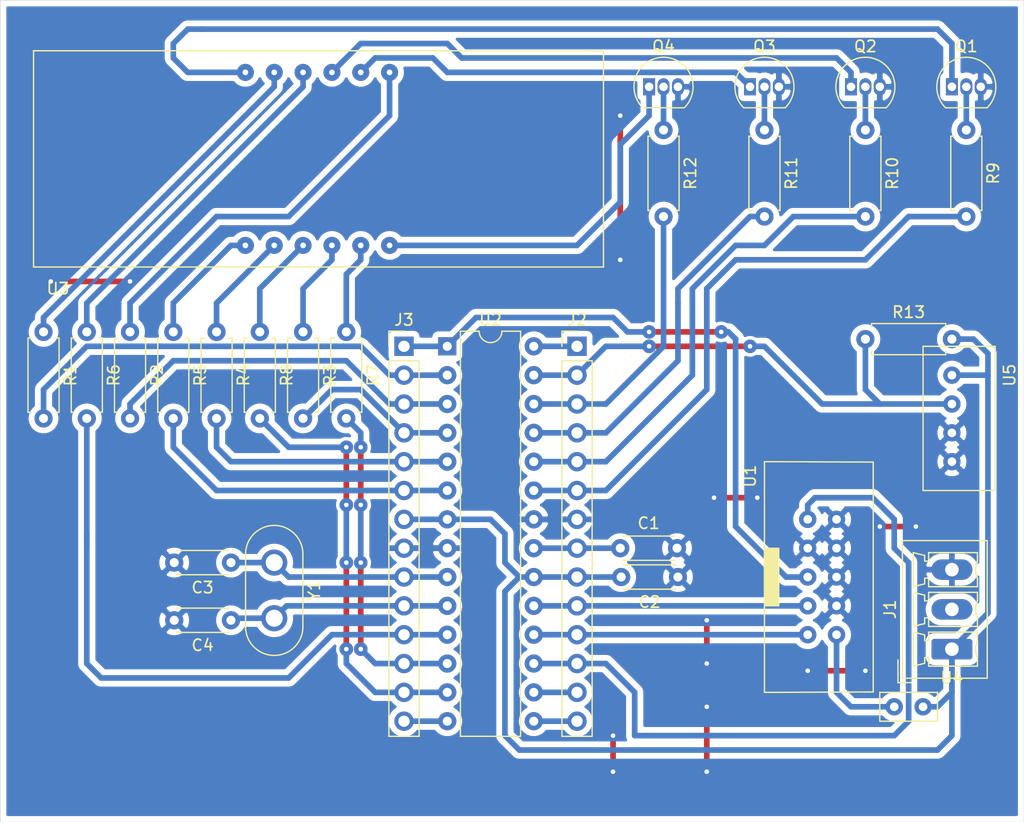
<source format=kicad_pcb>
(kicad_pcb (version 20171130) (host pcbnew "(5.1.8)-1")

  (general
    (thickness 1.6)
    (drawings 4)
    (tracks 248)
    (zones 0)
    (modules 30)
    (nets 44)
  )

  (page A4)
  (layers
    (0 F.Cu signal)
    (31 B.Cu signal)
    (32 B.Adhes user)
    (33 F.Adhes user)
    (34 B.Paste user)
    (35 F.Paste user)
    (36 B.SilkS user)
    (37 F.SilkS user)
    (38 B.Mask user)
    (39 F.Mask user)
    (40 Dwgs.User user)
    (41 Cmts.User user)
    (42 Eco1.User user)
    (43 Eco2.User user)
    (44 Edge.Cuts user)
    (45 Margin user)
    (46 B.CrtYd user)
    (47 F.CrtYd user)
    (48 B.Fab user)
    (49 F.Fab user)
  )

  (setup
    (last_trace_width 0.5)
    (trace_clearance 0.2)
    (zone_clearance 0.508)
    (zone_45_only no)
    (trace_min 0.25)
    (via_size 0.8)
    (via_drill 0.4)
    (via_min_size 0.4)
    (via_min_drill 0.3)
    (uvia_size 0.3)
    (uvia_drill 0.1)
    (uvias_allowed no)
    (uvia_min_size 0.2)
    (uvia_min_drill 0.1)
    (edge_width 0.05)
    (segment_width 0.2)
    (pcb_text_width 0.3)
    (pcb_text_size 1.5 1.5)
    (mod_edge_width 0.12)
    (mod_text_size 1 1)
    (mod_text_width 0.15)
    (pad_size 1.7 1.7)
    (pad_drill 1)
    (pad_to_mask_clearance 0)
    (aux_axis_origin 0 0)
    (visible_elements 7FFFFFFF)
    (pcbplotparams
      (layerselection 0x010fc_ffffffff)
      (usegerberextensions false)
      (usegerberattributes true)
      (usegerberadvancedattributes true)
      (creategerberjobfile true)
      (excludeedgelayer true)
      (linewidth 0.100000)
      (plotframeref false)
      (viasonmask false)
      (mode 1)
      (useauxorigin false)
      (hpglpennumber 1)
      (hpglpenspeed 20)
      (hpglpendiameter 15.000000)
      (psnegative false)
      (psa4output false)
      (plotreference true)
      (plotvalue true)
      (plotinvisibletext false)
      (padsonsilk false)
      (subtractmaskfromsilk false)
      (outputformat 1)
      (mirror false)
      (drillshape 1)
      (scaleselection 1)
      (outputdirectory ""))
  )

  (net 0 "")
  (net 1 GND)
  (net 2 "Net-(Q1-Pad1)")
  (net 3 "Net-(Q1-Pad2)")
  (net 4 "Net-(Q2-Pad1)")
  (net 5 "Net-(Q2-Pad2)")
  (net 6 "Net-(Q3-Pad1)")
  (net 7 "Net-(Q3-Pad2)")
  (net 8 "Net-(Q4-Pad1)")
  (net 9 "Net-(Q4-Pad2)")
  (net 10 "Net-(R1-Pad1)")
  (net 11 "Net-(R2-Pad1)")
  (net 12 "Net-(R3-Pad1)")
  (net 13 "Net-(R4-Pad1)")
  (net 14 "Net-(R5-Pad1)")
  (net 15 "Net-(R6-Pad1)")
  (net 16 "Net-(R7-Pad1)")
  (net 17 "Net-(R8-Pad1)")
  (net 18 PB1)
  (net 19 PB2)
  (net 20 PB3)
  (net 21 PB4)
  (net 22 PB5)
  (net 23 Avcc)
  (net 24 Aref)
  (net 25 PC0)
  (net 26 PC1)
  (net 27 PC2)
  (net 28 PC3)
  (net 29 PC4)
  (net 30 PC5)
  (net 31 PD0)
  (net 32 PD1)
  (net 33 PD2)
  (net 34 PD3)
  (net 35 PD4)
  (net 36 PD5)
  (net 37 PD6)
  (net 38 PD7)
  (net 39 PB6)
  (net 40 PB7)
  (net 41 PB0)
  (net 42 PC6)
  (net 43 VccJ1)

  (net_class Default "This is the default net class."
    (clearance 0.2)
    (trace_width 0.5)
    (via_dia 0.8)
    (via_drill 0.4)
    (uvia_dia 0.3)
    (uvia_drill 0.1)
    (diff_pair_width 0.5)
    (diff_pair_gap 0.25)
    (add_net Aref)
    (add_net Avcc)
    (add_net GND)
    (add_net "Net-(Q1-Pad1)")
    (add_net "Net-(Q1-Pad2)")
    (add_net "Net-(Q2-Pad1)")
    (add_net "Net-(Q2-Pad2)")
    (add_net "Net-(Q3-Pad1)")
    (add_net "Net-(Q3-Pad2)")
    (add_net "Net-(Q4-Pad1)")
    (add_net "Net-(Q4-Pad2)")
    (add_net "Net-(R1-Pad1)")
    (add_net "Net-(R2-Pad1)")
    (add_net "Net-(R3-Pad1)")
    (add_net "Net-(R4-Pad1)")
    (add_net "Net-(R5-Pad1)")
    (add_net "Net-(R6-Pad1)")
    (add_net "Net-(R7-Pad1)")
    (add_net "Net-(R8-Pad1)")
    (add_net PB0)
    (add_net PB1)
    (add_net PB2)
    (add_net PB3)
    (add_net PB4)
    (add_net PB5)
    (add_net PB6)
    (add_net PB7)
    (add_net PC0)
    (add_net PC1)
    (add_net PC2)
    (add_net PC3)
    (add_net PC4)
    (add_net PC5)
    (add_net PC6)
    (add_net PD0)
    (add_net PD1)
    (add_net PD2)
    (add_net PD3)
    (add_net PD4)
    (add_net PD5)
    (add_net PD6)
    (add_net PD7)
    (add_net VccJ1)
  )

  (module 4X7SEG:IDC10PIN (layer F.Cu) (tedit 5FC3F084) (tstamp 5FC45B5A)
    (at 208.28 93.98 270)
    (path /5FC43C0D)
    (fp_text reference U1 (at -8.89 6.35 90) (layer F.SilkS)
      (effects (font (size 1 1) (thickness 0.15)))
    )
    (fp_text value IDC10PIN (at -7.62 -6.35 90) (layer F.Fab)
      (effects (font (size 1 1) (thickness 0.15)))
    )
    (fp_poly (pts (xy 2.54 5.08) (xy -2.54 5.08) (xy -2.54 3.81) (xy 2.54 3.81)) (layer F.SilkS) (width 0.1))
    (fp_line (start -10.16 5.08) (end -10.125 -4.5) (layer F.SilkS) (width 0.12))
    (fp_line (start 10.16 5.08) (end -10.16 5.08) (layer F.SilkS) (width 0.12))
    (fp_line (start 10.125 -4.5) (end 10.16 5.08) (layer F.SilkS) (width 0.12))
    (fp_line (start -10.125 -4.5) (end 10.125 -4.5) (layer F.SilkS) (width 0.12))
    (pad 10 thru_hole circle (at 5.08 -1.27 270) (size 1.524 1.524) (drill 0.762) (layers *.Cu *.Mask)
      (net 43 VccJ1))
    (pad 9 thru_hole circle (at 2.54 -1.27 270) (size 1.524 1.524) (drill 0.762) (layers *.Cu *.Mask)
      (net 1 GND))
    (pad 8 thru_hole circle (at 0 -1.27 270) (size 1.524 1.524) (drill 0.762) (layers *.Cu *.Mask)
      (net 1 GND))
    (pad 7 thru_hole circle (at -2.54 -1.27 270) (size 1.524 1.524) (drill 0.762) (layers *.Cu *.Mask)
      (net 1 GND))
    (pad 6 thru_hole circle (at -5.08 -1.27 270) (size 1.524 1.524) (drill 0.762) (layers *.Cu *.Mask)
      (net 1 GND))
    (pad 5 thru_hole circle (at 5.08 1.27 270) (size 1.524 1.524) (drill 0.762) (layers *.Cu *.Mask)
      (net 21 PB4))
    (pad 4 thru_hole circle (at 2.54 1.27 270) (size 1.524 1.524) (drill 0.762) (layers *.Cu *.Mask)
      (net 22 PB5))
    (pad 3 thru_hole circle (at 0 1.27 270) (size 1.524 1.524) (drill 0.762) (layers *.Cu *.Mask)
      (net 42 PC6))
    (pad 2 thru_hole circle (at -2.54 1.27 270) (size 1.524 1.524) (drill 0.762) (layers *.Cu *.Mask)
      (net 1 GND))
    (pad 1 thru_hole circle (at -5.08 1.27 270) (size 1.524 1.524) (drill 0.762) (layers *.Cu *.Mask)
      (net 20 PB3))
  )

  (module Resistor_THT:R_Axial_DIN0207_L6.3mm_D2.5mm_P7.62mm_Horizontal (layer F.Cu) (tedit 5AE5139B) (tstamp 5FCD5C66)
    (at 212.09 73.025)
    (descr "Resistor, Axial_DIN0207 series, Axial, Horizontal, pin pitch=7.62mm, 0.25W = 1/4W, length*diameter=6.3*2.5mm^2, http://cdn-reichelt.de/documents/datenblatt/B400/1_4W%23YAG.pdf")
    (tags "Resistor Axial_DIN0207 series Axial Horizontal pin pitch 7.62mm 0.25W = 1/4W length 6.3mm diameter 2.5mm")
    (path /5FC9DB08)
    (fp_text reference R13 (at 3.81 -2.37) (layer F.SilkS)
      (effects (font (size 1 1) (thickness 0.15)))
    )
    (fp_text value 1k (at 3.81 2.37) (layer F.Fab)
      (effects (font (size 1 1) (thickness 0.15)))
    )
    (fp_line (start 0.66 -1.25) (end 0.66 1.25) (layer F.Fab) (width 0.1))
    (fp_line (start 0.66 1.25) (end 6.96 1.25) (layer F.Fab) (width 0.1))
    (fp_line (start 6.96 1.25) (end 6.96 -1.25) (layer F.Fab) (width 0.1))
    (fp_line (start 6.96 -1.25) (end 0.66 -1.25) (layer F.Fab) (width 0.1))
    (fp_line (start 0 0) (end 0.66 0) (layer F.Fab) (width 0.1))
    (fp_line (start 7.62 0) (end 6.96 0) (layer F.Fab) (width 0.1))
    (fp_line (start 0.54 -1.04) (end 0.54 -1.37) (layer F.SilkS) (width 0.12))
    (fp_line (start 0.54 -1.37) (end 7.08 -1.37) (layer F.SilkS) (width 0.12))
    (fp_line (start 7.08 -1.37) (end 7.08 -1.04) (layer F.SilkS) (width 0.12))
    (fp_line (start 0.54 1.04) (end 0.54 1.37) (layer F.SilkS) (width 0.12))
    (fp_line (start 0.54 1.37) (end 7.08 1.37) (layer F.SilkS) (width 0.12))
    (fp_line (start 7.08 1.37) (end 7.08 1.04) (layer F.SilkS) (width 0.12))
    (fp_line (start -1.05 -1.5) (end -1.05 1.5) (layer F.CrtYd) (width 0.05))
    (fp_line (start -1.05 1.5) (end 8.67 1.5) (layer F.CrtYd) (width 0.05))
    (fp_line (start 8.67 1.5) (end 8.67 -1.5) (layer F.CrtYd) (width 0.05))
    (fp_line (start 8.67 -1.5) (end -1.05 -1.5) (layer F.CrtYd) (width 0.05))
    (fp_text user %R (at 3.81 0) (layer F.Fab)
      (effects (font (size 1 1) (thickness 0.15)))
    )
    (pad 2 thru_hole oval (at 7.62 0) (size 1.6 1.6) (drill 0.8) (layers *.Cu *.Mask)
      (net 23 Avcc))
    (pad 1 thru_hole circle (at 0 0) (size 1.6 1.6) (drill 0.8) (layers *.Cu *.Mask)
      (net 29 PC4))
    (model ${KISYS3DMOD}/Resistor_THT.3dshapes/R_Axial_DIN0207_L6.3mm_D2.5mm_P7.62mm_Horizontal.wrl
      (at (xyz 0 0 0))
      (scale (xyz 1 1 1))
      (rotate (xyz 0 0 0))
    )
  )

  (module 4X7SEG:SH461AW (layer F.Cu) (tedit 5FC5329D) (tstamp 5FCD58BD)
    (at 163.83 64.77)
    (path /5FC78369)
    (fp_text reference U3 (at -22.86 3.81) (layer F.SilkS)
      (effects (font (size 1 1) (thickness 0.15)))
    )
    (fp_text value SH5461AW (at -21.59 -19.05) (layer F.Fab)
      (effects (font (size 1 1) (thickness 0.15)))
    )
    (fp_line (start -25.01 1.905) (end -25.01 -17.145) (layer F.SilkS) (width 0.12))
    (fp_line (start -25.01 -17.145) (end 25.19 -17.145) (layer F.SilkS) (width 0.12))
    (fp_line (start 25.19 -17.1026) (end 25.19 1.905) (layer F.SilkS) (width 0.12))
    (fp_line (start 25.19 1.905) (end -25.01 1.905) (layer F.SilkS) (width 0.12))
    (pad 7 thru_hole circle (at 6.35 -15.24) (size 1.5 1.5) (drill 0.5) (layers *.Cu *.Mask)
      (net 11 "Net-(R2-Pad1)"))
    (pad 8 thru_hole circle (at 3.81 -15.24) (size 1.5 1.5) (drill 0.5) (layers *.Cu *.Mask)
      (net 6 "Net-(Q3-Pad1)"))
    (pad 9 thru_hole circle (at 1.27 -15.24) (size 1.5 1.5) (drill 0.5) (layers *.Cu *.Mask)
      (net 4 "Net-(Q2-Pad1)"))
    (pad 10 thru_hole circle (at -1.27 -15.24) (size 1.5 1.5) (drill 0.5) (layers *.Cu *.Mask)
      (net 15 "Net-(R6-Pad1)"))
    (pad 11 thru_hole circle (at -3.81 -15.24) (size 1.5 1.5) (drill 0.5) (layers *.Cu *.Mask)
      (net 10 "Net-(R1-Pad1)"))
    (pad 12 thru_hole circle (at -6.35 -15.24) (size 1.5 1.5) (drill 0.5) (layers *.Cu *.Mask)
      (net 2 "Net-(Q1-Pad1)"))
    (pad 6 thru_hole circle (at 6.35 0) (size 1.5 1.5) (drill 0.5) (layers *.Cu *.Mask)
      (net 8 "Net-(Q4-Pad1)"))
    (pad 5 thru_hole circle (at 3.81 0) (size 1.5 1.5) (drill 0.5) (layers *.Cu *.Mask)
      (net 16 "Net-(R7-Pad1)"))
    (pad 4 thru_hole circle (at 1.27 0) (size 1.5 1.5) (drill 0.5) (layers *.Cu *.Mask)
      (net 12 "Net-(R3-Pad1)"))
    (pad 3 thru_hole circle (at -1.27 0) (size 1.5 1.5) (drill 0.5) (layers *.Cu *.Mask)
      (net 17 "Net-(R8-Pad1)"))
    (pad 2 thru_hole circle (at -3.81 0) (size 1.5 1.5) (drill 0.5) (layers *.Cu *.Mask)
      (net 13 "Net-(R4-Pad1)"))
    (pad 1 thru_hole circle (at -6.35 0) (size 1.5 1.5) (drill 0.5) (layers *.Cu *.Mask)
      (net 14 "Net-(R5-Pad1)"))
  )

  (module Resistor_THT:R_Axial_DIN0207_L6.3mm_D2.5mm_P7.62mm_Horizontal (layer F.Cu) (tedit 5AE5139B) (tstamp 5FC5B628)
    (at 143.51 72.39 270)
    (descr "Resistor, Axial_DIN0207 series, Axial, Horizontal, pin pitch=7.62mm, 0.25W = 1/4W, length*diameter=6.3*2.5mm^2, http://cdn-reichelt.de/documents/datenblatt/B400/1_4W%23YAG.pdf")
    (tags "Resistor Axial_DIN0207 series Axial Horizontal pin pitch 7.62mm 0.25W = 1/4W length 6.3mm diameter 2.5mm")
    (path /5FC53D83)
    (fp_text reference R6 (at 3.81 -2.37 90) (layer F.SilkS)
      (effects (font (size 1 1) (thickness 0.15)))
    )
    (fp_text value 220 (at 3.81 2.37 90) (layer F.Fab)
      (effects (font (size 1 1) (thickness 0.15)))
    )
    (fp_line (start 8.67 -1.5) (end -1.05 -1.5) (layer F.CrtYd) (width 0.05))
    (fp_line (start 8.67 1.5) (end 8.67 -1.5) (layer F.CrtYd) (width 0.05))
    (fp_line (start -1.05 1.5) (end 8.67 1.5) (layer F.CrtYd) (width 0.05))
    (fp_line (start -1.05 -1.5) (end -1.05 1.5) (layer F.CrtYd) (width 0.05))
    (fp_line (start 7.08 1.37) (end 7.08 1.04) (layer F.SilkS) (width 0.12))
    (fp_line (start 0.54 1.37) (end 7.08 1.37) (layer F.SilkS) (width 0.12))
    (fp_line (start 0.54 1.04) (end 0.54 1.37) (layer F.SilkS) (width 0.12))
    (fp_line (start 7.08 -1.37) (end 7.08 -1.04) (layer F.SilkS) (width 0.12))
    (fp_line (start 0.54 -1.37) (end 7.08 -1.37) (layer F.SilkS) (width 0.12))
    (fp_line (start 0.54 -1.04) (end 0.54 -1.37) (layer F.SilkS) (width 0.12))
    (fp_line (start 7.62 0) (end 6.96 0) (layer F.Fab) (width 0.1))
    (fp_line (start 0 0) (end 0.66 0) (layer F.Fab) (width 0.1))
    (fp_line (start 6.96 -1.25) (end 0.66 -1.25) (layer F.Fab) (width 0.1))
    (fp_line (start 6.96 1.25) (end 6.96 -1.25) (layer F.Fab) (width 0.1))
    (fp_line (start 0.66 1.25) (end 6.96 1.25) (layer F.Fab) (width 0.1))
    (fp_line (start 0.66 -1.25) (end 0.66 1.25) (layer F.Fab) (width 0.1))
    (fp_text user %R (at 3.81 0 90) (layer F.Fab)
      (effects (font (size 1 1) (thickness 0.15)))
    )
    (pad 2 thru_hole oval (at 7.62 0 270) (size 1.6 1.6) (drill 0.8) (layers *.Cu *.Mask)
      (net 36 PD5))
    (pad 1 thru_hole circle (at 0 0 270) (size 1.6 1.6) (drill 0.8) (layers *.Cu *.Mask)
      (net 15 "Net-(R6-Pad1)"))
    (model ${KISYS3DMOD}/Resistor_THT.3dshapes/R_Axial_DIN0207_L6.3mm_D2.5mm_P7.62mm_Horizontal.wrl
      (at (xyz 0 0 0))
      (scale (xyz 1 1 1))
      (rotate (xyz 0 0 0))
    )
  )

  (module Capacitor_THT:C_Disc_D4.3mm_W1.9mm_P5.00mm (layer F.Cu) (tedit 5AE50EF0) (tstamp 5FCD2B29)
    (at 156.21 97.79 180)
    (descr "C, Disc series, Radial, pin pitch=5.00mm, , diameter*width=4.3*1.9mm^2, Capacitor, http://www.vishay.com/docs/45233/krseries.pdf")
    (tags "C Disc series Radial pin pitch 5.00mm  diameter 4.3mm width 1.9mm Capacitor")
    (path /5FFB2464)
    (fp_text reference C4 (at 2.5 -2.2) (layer F.SilkS)
      (effects (font (size 1 1) (thickness 0.15)))
    )
    (fp_text value 22pF (at 2.5 2.2) (layer F.Fab)
      (effects (font (size 1 1) (thickness 0.15)))
    )
    (fp_line (start 6.05 -1.2) (end -1.05 -1.2) (layer F.CrtYd) (width 0.05))
    (fp_line (start 6.05 1.2) (end 6.05 -1.2) (layer F.CrtYd) (width 0.05))
    (fp_line (start -1.05 1.2) (end 6.05 1.2) (layer F.CrtYd) (width 0.05))
    (fp_line (start -1.05 -1.2) (end -1.05 1.2) (layer F.CrtYd) (width 0.05))
    (fp_line (start 4.77 1.055) (end 4.77 1.07) (layer F.SilkS) (width 0.12))
    (fp_line (start 4.77 -1.07) (end 4.77 -1.055) (layer F.SilkS) (width 0.12))
    (fp_line (start 0.23 1.055) (end 0.23 1.07) (layer F.SilkS) (width 0.12))
    (fp_line (start 0.23 -1.07) (end 0.23 -1.055) (layer F.SilkS) (width 0.12))
    (fp_line (start 0.23 1.07) (end 4.77 1.07) (layer F.SilkS) (width 0.12))
    (fp_line (start 0.23 -1.07) (end 4.77 -1.07) (layer F.SilkS) (width 0.12))
    (fp_line (start 4.65 -0.95) (end 0.35 -0.95) (layer F.Fab) (width 0.1))
    (fp_line (start 4.65 0.95) (end 4.65 -0.95) (layer F.Fab) (width 0.1))
    (fp_line (start 0.35 0.95) (end 4.65 0.95) (layer F.Fab) (width 0.1))
    (fp_line (start 0.35 -0.95) (end 0.35 0.95) (layer F.Fab) (width 0.1))
    (fp_text user %R (at 2.5 0) (layer F.Fab)
      (effects (font (size 0.86 0.86) (thickness 0.129)))
    )
    (pad 2 thru_hole circle (at 5 0 180) (size 1.6 1.6) (drill 0.8) (layers *.Cu *.Mask)
      (net 1 GND))
    (pad 1 thru_hole circle (at 0 0 180) (size 1.6 1.6) (drill 0.8) (layers *.Cu *.Mask)
      (net 40 PB7))
    (model ${KISYS3DMOD}/Capacitor_THT.3dshapes/C_Disc_D4.3mm_W1.9mm_P5.00mm.wrl
      (at (xyz 0 0 0))
      (scale (xyz 1 1 1))
      (rotate (xyz 0 0 0))
    )
  )

  (module Capacitor_THT:C_Disc_D4.3mm_W1.9mm_P5.00mm (layer F.Cu) (tedit 5AE50EF0) (tstamp 5FCD581C)
    (at 156.21 92.71 180)
    (descr "C, Disc series, Radial, pin pitch=5.00mm, , diameter*width=4.3*1.9mm^2, Capacitor, http://www.vishay.com/docs/45233/krseries.pdf")
    (tags "C Disc series Radial pin pitch 5.00mm  diameter 4.3mm width 1.9mm Capacitor")
    (path /5FFB1873)
    (fp_text reference C3 (at 2.5 -2.2) (layer F.SilkS)
      (effects (font (size 1 1) (thickness 0.15)))
    )
    (fp_text value 22pF (at 2.5 2.2) (layer F.Fab)
      (effects (font (size 1 1) (thickness 0.15)))
    )
    (fp_line (start 6.05 -1.2) (end -1.05 -1.2) (layer F.CrtYd) (width 0.05))
    (fp_line (start 6.05 1.2) (end 6.05 -1.2) (layer F.CrtYd) (width 0.05))
    (fp_line (start -1.05 1.2) (end 6.05 1.2) (layer F.CrtYd) (width 0.05))
    (fp_line (start -1.05 -1.2) (end -1.05 1.2) (layer F.CrtYd) (width 0.05))
    (fp_line (start 4.77 1.055) (end 4.77 1.07) (layer F.SilkS) (width 0.12))
    (fp_line (start 4.77 -1.07) (end 4.77 -1.055) (layer F.SilkS) (width 0.12))
    (fp_line (start 0.23 1.055) (end 0.23 1.07) (layer F.SilkS) (width 0.12))
    (fp_line (start 0.23 -1.07) (end 0.23 -1.055) (layer F.SilkS) (width 0.12))
    (fp_line (start 0.23 1.07) (end 4.77 1.07) (layer F.SilkS) (width 0.12))
    (fp_line (start 0.23 -1.07) (end 4.77 -1.07) (layer F.SilkS) (width 0.12))
    (fp_line (start 4.65 -0.95) (end 0.35 -0.95) (layer F.Fab) (width 0.1))
    (fp_line (start 4.65 0.95) (end 4.65 -0.95) (layer F.Fab) (width 0.1))
    (fp_line (start 0.35 0.95) (end 4.65 0.95) (layer F.Fab) (width 0.1))
    (fp_line (start 0.35 -0.95) (end 0.35 0.95) (layer F.Fab) (width 0.1))
    (fp_text user %R (at 2.5 0) (layer F.Fab)
      (effects (font (size 0.86 0.86) (thickness 0.129)))
    )
    (pad 2 thru_hole circle (at 5 0 180) (size 1.6 1.6) (drill 0.8) (layers *.Cu *.Mask)
      (net 1 GND))
    (pad 1 thru_hole circle (at 0 0 180) (size 1.6 1.6) (drill 0.8) (layers *.Cu *.Mask)
      (net 39 PB6))
    (model ${KISYS3DMOD}/Capacitor_THT.3dshapes/C_Disc_D4.3mm_W1.9mm_P5.00mm.wrl
      (at (xyz 0 0 0))
      (scale (xyz 1 1 1))
      (rotate (xyz 0 0 0))
    )
  )

  (module Capacitor_THT:C_Disc_D4.3mm_W1.9mm_P5.00mm (layer F.Cu) (tedit 5AE50EF0) (tstamp 5FCD59D8)
    (at 195.58 93.98 180)
    (descr "C, Disc series, Radial, pin pitch=5.00mm, , diameter*width=4.3*1.9mm^2, Capacitor, http://www.vishay.com/docs/45233/krseries.pdf")
    (tags "C Disc series Radial pin pitch 5.00mm  diameter 4.3mm width 1.9mm Capacitor")
    (path /5FCF2D94)
    (fp_text reference C2 (at 2.5 -2.2) (layer F.SilkS)
      (effects (font (size 1 1) (thickness 0.15)))
    )
    (fp_text value 100nF (at 2.5 2.2) (layer F.Fab)
      (effects (font (size 1 1) (thickness 0.15)))
    )
    (fp_line (start 6.05 -1.2) (end -1.05 -1.2) (layer F.CrtYd) (width 0.05))
    (fp_line (start 6.05 1.2) (end 6.05 -1.2) (layer F.CrtYd) (width 0.05))
    (fp_line (start -1.05 1.2) (end 6.05 1.2) (layer F.CrtYd) (width 0.05))
    (fp_line (start -1.05 -1.2) (end -1.05 1.2) (layer F.CrtYd) (width 0.05))
    (fp_line (start 4.77 1.055) (end 4.77 1.07) (layer F.SilkS) (width 0.12))
    (fp_line (start 4.77 -1.07) (end 4.77 -1.055) (layer F.SilkS) (width 0.12))
    (fp_line (start 0.23 1.055) (end 0.23 1.07) (layer F.SilkS) (width 0.12))
    (fp_line (start 0.23 -1.07) (end 0.23 -1.055) (layer F.SilkS) (width 0.12))
    (fp_line (start 0.23 1.07) (end 4.77 1.07) (layer F.SilkS) (width 0.12))
    (fp_line (start 0.23 -1.07) (end 4.77 -1.07) (layer F.SilkS) (width 0.12))
    (fp_line (start 4.65 -0.95) (end 0.35 -0.95) (layer F.Fab) (width 0.1))
    (fp_line (start 4.65 0.95) (end 4.65 -0.95) (layer F.Fab) (width 0.1))
    (fp_line (start 0.35 0.95) (end 4.65 0.95) (layer F.Fab) (width 0.1))
    (fp_line (start 0.35 -0.95) (end 0.35 0.95) (layer F.Fab) (width 0.1))
    (fp_text user %R (at 2.5 0) (layer F.Fab)
      (effects (font (size 0.86 0.86) (thickness 0.129)))
    )
    (pad 2 thru_hole circle (at 5 0 180) (size 1.6 1.6) (drill 0.8) (layers *.Cu *.Mask)
      (net 23 Avcc))
    (pad 1 thru_hole circle (at 0 0 180) (size 1.6 1.6) (drill 0.8) (layers *.Cu *.Mask)
      (net 1 GND))
    (model ${KISYS3DMOD}/Capacitor_THT.3dshapes/C_Disc_D4.3mm_W1.9mm_P5.00mm.wrl
      (at (xyz 0 0 0))
      (scale (xyz 1 1 1))
      (rotate (xyz 0 0 0))
    )
  )

  (module Capacitor_THT:C_Disc_D4.3mm_W1.9mm_P5.00mm (layer F.Cu) (tedit 5AE50EF0) (tstamp 5FCD596E)
    (at 190.5 91.44)
    (descr "C, Disc series, Radial, pin pitch=5.00mm, , diameter*width=4.3*1.9mm^2, Capacitor, http://www.vishay.com/docs/45233/krseries.pdf")
    (tags "C Disc series Radial pin pitch 5.00mm  diameter 4.3mm width 1.9mm Capacitor")
    (path /5FCE1A08)
    (fp_text reference C1 (at 2.5 -2.2) (layer F.SilkS)
      (effects (font (size 1 1) (thickness 0.15)))
    )
    (fp_text value 100nF (at 2.5 2.2) (layer F.Fab)
      (effects (font (size 1 1) (thickness 0.15)))
    )
    (fp_line (start 6.05 -1.2) (end -1.05 -1.2) (layer F.CrtYd) (width 0.05))
    (fp_line (start 6.05 1.2) (end 6.05 -1.2) (layer F.CrtYd) (width 0.05))
    (fp_line (start -1.05 1.2) (end 6.05 1.2) (layer F.CrtYd) (width 0.05))
    (fp_line (start -1.05 -1.2) (end -1.05 1.2) (layer F.CrtYd) (width 0.05))
    (fp_line (start 4.77 1.055) (end 4.77 1.07) (layer F.SilkS) (width 0.12))
    (fp_line (start 4.77 -1.07) (end 4.77 -1.055) (layer F.SilkS) (width 0.12))
    (fp_line (start 0.23 1.055) (end 0.23 1.07) (layer F.SilkS) (width 0.12))
    (fp_line (start 0.23 -1.07) (end 0.23 -1.055) (layer F.SilkS) (width 0.12))
    (fp_line (start 0.23 1.07) (end 4.77 1.07) (layer F.SilkS) (width 0.12))
    (fp_line (start 0.23 -1.07) (end 4.77 -1.07) (layer F.SilkS) (width 0.12))
    (fp_line (start 4.65 -0.95) (end 0.35 -0.95) (layer F.Fab) (width 0.1))
    (fp_line (start 4.65 0.95) (end 4.65 -0.95) (layer F.Fab) (width 0.1))
    (fp_line (start 0.35 0.95) (end 4.65 0.95) (layer F.Fab) (width 0.1))
    (fp_line (start 0.35 -0.95) (end 0.35 0.95) (layer F.Fab) (width 0.1))
    (fp_text user %R (at 2.5 0) (layer F.Fab)
      (effects (font (size 0.86 0.86) (thickness 0.129)))
    )
    (pad 2 thru_hole circle (at 5 0) (size 1.6 1.6) (drill 0.8) (layers *.Cu *.Mask)
      (net 1 GND))
    (pad 1 thru_hole circle (at 0 0) (size 1.6 1.6) (drill 0.8) (layers *.Cu *.Mask)
      (net 24 Aref))
    (model ${KISYS3DMOD}/Capacitor_THT.3dshapes/C_Disc_D4.3mm_W1.9mm_P5.00mm.wrl
      (at (xyz 0 0 0))
      (scale (xyz 1 1 1))
      (rotate (xyz 0 0 0))
    )
  )

  (module Crystal:Crystal_HC50_Vertical (layer F.Cu) (tedit 5A1AD3B8) (tstamp 5FCAC9FB)
    (at 160.02 92.71 270)
    (descr "Crystal THT HC-50, http://www.crovencrystals.com/croven_pdf/HC-50_Crystal_Holder_Rev_00.pdf")
    (tags "THT crystalHC-50")
    (path /5FC7D37D)
    (fp_text reference Y1 (at 2.45 -3.525 90) (layer F.SilkS)
      (effects (font (size 1 1) (thickness 0.15)))
    )
    (fp_text value Crystal (at 2.45 3.525 90) (layer F.Fab)
      (effects (font (size 1 1) (thickness 0.15)))
    )
    (fp_line (start 8.5 -2.8) (end -3.6 -2.8) (layer F.CrtYd) (width 0.05))
    (fp_line (start 8.5 2.8) (end 8.5 -2.8) (layer F.CrtYd) (width 0.05))
    (fp_line (start -3.6 2.8) (end 8.5 2.8) (layer F.CrtYd) (width 0.05))
    (fp_line (start -3.6 -2.8) (end -3.6 2.8) (layer F.CrtYd) (width 0.05))
    (fp_line (start -0.75 2.525) (end 5.65 2.525) (layer F.SilkS) (width 0.12))
    (fp_line (start -0.75 -2.525) (end 5.65 -2.525) (layer F.SilkS) (width 0.12))
    (fp_line (start -0.75 1.9) (end 5.65 1.9) (layer F.Fab) (width 0.1))
    (fp_line (start -0.75 -1.9) (end 5.65 -1.9) (layer F.Fab) (width 0.1))
    (fp_line (start -0.75 2.325) (end 5.65 2.325) (layer F.Fab) (width 0.1))
    (fp_line (start -0.75 -2.325) (end 5.65 -2.325) (layer F.Fab) (width 0.1))
    (fp_arc (start 5.65 0) (end 5.65 -2.525) (angle 180) (layer F.SilkS) (width 0.12))
    (fp_arc (start -0.75 0) (end -0.75 -2.525) (angle -180) (layer F.SilkS) (width 0.12))
    (fp_arc (start 5.65 0) (end 5.65 -1.9) (angle 180) (layer F.Fab) (width 0.1))
    (fp_arc (start -0.75 0) (end -0.75 -1.9) (angle -180) (layer F.Fab) (width 0.1))
    (fp_arc (start 5.65 0) (end 5.65 -2.325) (angle 180) (layer F.Fab) (width 0.1))
    (fp_arc (start -0.75 0) (end -0.75 -2.325) (angle -180) (layer F.Fab) (width 0.1))
    (fp_text user %R (at 2.45 0 90) (layer F.Fab)
      (effects (font (size 1 1) (thickness 0.15)))
    )
    (pad 2 thru_hole circle (at 4.9 0 270) (size 2.3 2.3) (drill 1.5) (layers *.Cu *.Mask)
      (net 40 PB7))
    (pad 1 thru_hole circle (at 0 0 270) (size 2.3 2.3) (drill 1.5) (layers *.Cu *.Mask)
      (net 39 PB6))
    (model ${KISYS3DMOD}/Crystal.3dshapes/Crystal_HC50_Vertical.wrl
      (at (xyz 0 0 0))
      (scale (xyz 1 1 1))
      (rotate (xyz 0 0 0))
    )
  )

  (module Package_TO_SOT_THT:TO-92_Inline (layer F.Cu) (tedit 5A1DD157) (tstamp 5FC5C264)
    (at 201.93 50.8)
    (descr "TO-92 leads in-line, narrow, oval pads, drill 0.75mm (see NXP sot054_po.pdf)")
    (tags "to-92 sc-43 sc-43a sot54 PA33 transistor")
    (path /5FC48AA0)
    (fp_text reference Q3 (at 1.27 -3.56) (layer F.SilkS)
      (effects (font (size 1 1) (thickness 0.15)))
    )
    (fp_text value BC548 (at 1.27 2.79) (layer F.Fab)
      (effects (font (size 1 1) (thickness 0.15)))
    )
    (fp_line (start 4 2.01) (end -1.46 2.01) (layer F.CrtYd) (width 0.05))
    (fp_line (start 4 2.01) (end 4 -2.73) (layer F.CrtYd) (width 0.05))
    (fp_line (start -1.46 -2.73) (end -1.46 2.01) (layer F.CrtYd) (width 0.05))
    (fp_line (start -1.46 -2.73) (end 4 -2.73) (layer F.CrtYd) (width 0.05))
    (fp_line (start -0.5 1.75) (end 3 1.75) (layer F.Fab) (width 0.1))
    (fp_line (start -0.53 1.85) (end 3.07 1.85) (layer F.SilkS) (width 0.12))
    (fp_arc (start 1.27 0) (end 1.27 -2.6) (angle 135) (layer F.SilkS) (width 0.12))
    (fp_arc (start 1.27 0) (end 1.27 -2.48) (angle -135) (layer F.Fab) (width 0.1))
    (fp_arc (start 1.27 0) (end 1.27 -2.6) (angle -135) (layer F.SilkS) (width 0.12))
    (fp_arc (start 1.27 0) (end 1.27 -2.48) (angle 135) (layer F.Fab) (width 0.1))
    (fp_text user %R (at 1.27 0) (layer F.Fab)
      (effects (font (size 1 1) (thickness 0.15)))
    )
    (pad 1 thru_hole rect (at 0 0) (size 1.05 1.5) (drill 0.75) (layers *.Cu *.Mask)
      (net 6 "Net-(Q3-Pad1)"))
    (pad 3 thru_hole oval (at 2.54 0) (size 1.05 1.5) (drill 0.75) (layers *.Cu *.Mask)
      (net 1 GND))
    (pad 2 thru_hole oval (at 1.27 0) (size 1.05 1.5) (drill 0.75) (layers *.Cu *.Mask)
      (net 7 "Net-(Q3-Pad2)"))
    (model ${KISYS3DMOD}/Package_TO_SOT_THT.3dshapes/TO-92_Inline.wrl
      (at (xyz 0 0 0))
      (scale (xyz 1 1 1))
      (rotate (xyz 0 0 0))
    )
  )

  (module Connector_PinHeader_2.54mm:PinHeader_1x14_P2.54mm_Vertical (layer F.Cu) (tedit 59FED5CC) (tstamp 5FC83B5B)
    (at 171.45 73.66)
    (descr "Through hole straight pin header, 1x14, 2.54mm pitch, single row")
    (tags "Through hole pin header THT 1x14 2.54mm single row")
    (path /5FCB99D1)
    (fp_text reference J3 (at 0 -2.33) (layer F.SilkS)
      (effects (font (size 1 1) (thickness 0.15)))
    )
    (fp_text value Conn_01x14_Male (at 0 35.35) (layer F.Fab)
      (effects (font (size 1 1) (thickness 0.15)))
    )
    (fp_line (start -0.635 -1.27) (end 1.27 -1.27) (layer F.Fab) (width 0.1))
    (fp_line (start 1.27 -1.27) (end 1.27 34.29) (layer F.Fab) (width 0.1))
    (fp_line (start 1.27 34.29) (end -1.27 34.29) (layer F.Fab) (width 0.1))
    (fp_line (start -1.27 34.29) (end -1.27 -0.635) (layer F.Fab) (width 0.1))
    (fp_line (start -1.27 -0.635) (end -0.635 -1.27) (layer F.Fab) (width 0.1))
    (fp_line (start -1.33 34.35) (end 1.33 34.35) (layer F.SilkS) (width 0.12))
    (fp_line (start -1.33 1.27) (end -1.33 34.35) (layer F.SilkS) (width 0.12))
    (fp_line (start 1.33 1.27) (end 1.33 34.35) (layer F.SilkS) (width 0.12))
    (fp_line (start -1.33 1.27) (end 1.33 1.27) (layer F.SilkS) (width 0.12))
    (fp_line (start -1.33 0) (end -1.33 -1.33) (layer F.SilkS) (width 0.12))
    (fp_line (start -1.33 -1.33) (end 0 -1.33) (layer F.SilkS) (width 0.12))
    (fp_line (start -1.8 -1.8) (end -1.8 34.8) (layer F.CrtYd) (width 0.05))
    (fp_line (start -1.8 34.8) (end 1.8 34.8) (layer F.CrtYd) (width 0.05))
    (fp_line (start 1.8 34.8) (end 1.8 -1.8) (layer F.CrtYd) (width 0.05))
    (fp_line (start 1.8 -1.8) (end -1.8 -1.8) (layer F.CrtYd) (width 0.05))
    (fp_text user %R (at 0 16.51 90) (layer F.Fab)
      (effects (font (size 1 1) (thickness 0.15)))
    )
    (pad 14 thru_hole oval (at 0 33.02) (size 1.7 1.7) (drill 1) (layers *.Cu *.Mask)
      (net 41 PB0))
    (pad 13 thru_hole oval (at 0 30.48) (size 1.7 1.7) (drill 1) (layers *.Cu *.Mask)
      (net 38 PD7))
    (pad 12 thru_hole oval (at 0 27.94) (size 1.7 1.7) (drill 1) (layers *.Cu *.Mask)
      (net 37 PD6))
    (pad 11 thru_hole oval (at 0 25.4) (size 1.7 1.7) (drill 1) (layers *.Cu *.Mask)
      (net 36 PD5))
    (pad 10 thru_hole oval (at 0 22.86) (size 1.7 1.7) (drill 1) (layers *.Cu *.Mask)
      (net 40 PB7))
    (pad 9 thru_hole oval (at 0 20.32) (size 1.7 1.7) (drill 1) (layers *.Cu *.Mask)
      (net 39 PB6))
    (pad 8 thru_hole oval (at 0 17.78) (size 1.7 1.7) (drill 1) (layers *.Cu *.Mask)
      (net 1 GND))
    (pad 7 thru_hole oval (at 0 15.24) (size 1.7 1.7) (drill 1) (layers *.Cu *.Mask)
      (net 23 Avcc))
    (pad 6 thru_hole oval (at 0 12.7) (size 1.7 1.7) (drill 1) (layers *.Cu *.Mask)
      (net 35 PD4))
    (pad 5 thru_hole oval (at 0 10.16) (size 1.7 1.7) (drill 1) (layers *.Cu *.Mask)
      (net 34 PD3))
    (pad 4 thru_hole oval (at 0 7.62) (size 1.7 1.7) (drill 1) (layers *.Cu *.Mask)
      (net 33 PD2))
    (pad 3 thru_hole oval (at 0 5.08) (size 1.7 1.7) (drill 1) (layers *.Cu *.Mask)
      (net 32 PD1))
    (pad 2 thru_hole oval (at 0 2.54) (size 1.7 1.7) (drill 1) (layers *.Cu *.Mask)
      (net 31 PD0))
    (pad 1 thru_hole rect (at 0 0) (size 1.7 1.7) (drill 1) (layers *.Cu *.Mask)
      (net 42 PC6))
    (model ${KISYS3DMOD}/Connector_PinHeader_2.54mm.3dshapes/PinHeader_1x14_P2.54mm_Vertical.wrl
      (at (xyz 0 0 0))
      (scale (xyz 1 1 1))
      (rotate (xyz 0 0 0))
    )
  )

  (module Connector_PinHeader_2.54mm:PinHeader_1x14_P2.54mm_Vertical (layer F.Cu) (tedit 59FED5CC) (tstamp 5FC83146)
    (at 186.69 73.66)
    (descr "Through hole straight pin header, 1x14, 2.54mm pitch, single row")
    (tags "Through hole pin header THT 1x14 2.54mm single row")
    (path /5FCAD7A4)
    (fp_text reference J2 (at 0 -2.33) (layer F.SilkS)
      (effects (font (size 1 1) (thickness 0.15)))
    )
    (fp_text value Conn_01x14_Male (at 0 35.35) (layer F.Fab)
      (effects (font (size 1 1) (thickness 0.15)))
    )
    (fp_line (start 1.8 -1.8) (end -1.8 -1.8) (layer F.CrtYd) (width 0.05))
    (fp_line (start 1.8 34.8) (end 1.8 -1.8) (layer F.CrtYd) (width 0.05))
    (fp_line (start -1.8 34.8) (end 1.8 34.8) (layer F.CrtYd) (width 0.05))
    (fp_line (start -1.8 -1.8) (end -1.8 34.8) (layer F.CrtYd) (width 0.05))
    (fp_line (start -1.33 -1.33) (end 0 -1.33) (layer F.SilkS) (width 0.12))
    (fp_line (start -1.33 0) (end -1.33 -1.33) (layer F.SilkS) (width 0.12))
    (fp_line (start -1.33 1.27) (end 1.33 1.27) (layer F.SilkS) (width 0.12))
    (fp_line (start 1.33 1.27) (end 1.33 34.35) (layer F.SilkS) (width 0.12))
    (fp_line (start -1.33 1.27) (end -1.33 34.35) (layer F.SilkS) (width 0.12))
    (fp_line (start -1.33 34.35) (end 1.33 34.35) (layer F.SilkS) (width 0.12))
    (fp_line (start -1.27 -0.635) (end -0.635 -1.27) (layer F.Fab) (width 0.1))
    (fp_line (start -1.27 34.29) (end -1.27 -0.635) (layer F.Fab) (width 0.1))
    (fp_line (start 1.27 34.29) (end -1.27 34.29) (layer F.Fab) (width 0.1))
    (fp_line (start 1.27 -1.27) (end 1.27 34.29) (layer F.Fab) (width 0.1))
    (fp_line (start -0.635 -1.27) (end 1.27 -1.27) (layer F.Fab) (width 0.1))
    (fp_text user %R (at 0 16.51 90) (layer F.Fab)
      (effects (font (size 1 1) (thickness 0.15)))
    )
    (pad 14 thru_hole oval (at 0 33.02) (size 1.7 1.7) (drill 1) (layers *.Cu *.Mask)
      (net 18 PB1))
    (pad 13 thru_hole oval (at 0 30.48) (size 1.7 1.7) (drill 1) (layers *.Cu *.Mask)
      (net 19 PB2))
    (pad 12 thru_hole oval (at 0 27.94) (size 1.7 1.7) (drill 1) (layers *.Cu *.Mask)
      (net 20 PB3))
    (pad 11 thru_hole oval (at 0 25.4) (size 1.7 1.7) (drill 1) (layers *.Cu *.Mask)
      (net 21 PB4))
    (pad 10 thru_hole oval (at 0 22.86) (size 1.7 1.7) (drill 1) (layers *.Cu *.Mask)
      (net 22 PB5))
    (pad 9 thru_hole oval (at 0 20.32) (size 1.7 1.7) (drill 1) (layers *.Cu *.Mask)
      (net 23 Avcc))
    (pad 8 thru_hole oval (at 0 17.78) (size 1.7 1.7) (drill 1) (layers *.Cu *.Mask)
      (net 24 Aref))
    (pad 7 thru_hole oval (at 0 15.24) (size 1.7 1.7) (drill 1) (layers *.Cu *.Mask)
      (net 1 GND))
    (pad 6 thru_hole oval (at 0 12.7) (size 1.7 1.7) (drill 1) (layers *.Cu *.Mask)
      (net 25 PC0))
    (pad 5 thru_hole oval (at 0 10.16) (size 1.7 1.7) (drill 1) (layers *.Cu *.Mask)
      (net 26 PC1))
    (pad 4 thru_hole oval (at 0 7.62) (size 1.7 1.7) (drill 1) (layers *.Cu *.Mask)
      (net 27 PC2))
    (pad 3 thru_hole oval (at 0 5.08) (size 1.7 1.7) (drill 1) (layers *.Cu *.Mask)
      (net 28 PC3))
    (pad 2 thru_hole oval (at 0 2.54) (size 1.7 1.7) (drill 1) (layers *.Cu *.Mask)
      (net 29 PC4))
    (pad 1 thru_hole rect (at 0 0) (size 1.7 1.7) (drill 1) (layers *.Cu *.Mask)
      (net 30 PC5))
    (model ${KISYS3DMOD}/Connector_PinHeader_2.54mm.3dshapes/PinHeader_1x14_P2.54mm_Vertical.wrl
      (at (xyz 0 0 0))
      (scale (xyz 1 1 1))
      (rotate (xyz 0 0 0))
    )
  )

  (module Package_DIP:DIP-28_W7.62mm (layer F.Cu) (tedit 5A02E8C5) (tstamp 5FC45B8A)
    (at 175.26 73.66)
    (descr "28-lead though-hole mounted DIP package, row spacing 7.62 mm (300 mils)")
    (tags "THT DIP DIL PDIP 2.54mm 7.62mm 300mil")
    (path /5FC3F1D6)
    (fp_text reference U2 (at 3.81 -2.33) (layer F.SilkS)
      (effects (font (size 1 1) (thickness 0.15)))
    )
    (fp_text value ATmega8A-PU (at 3.81 35.35) (layer F.Fab)
      (effects (font (size 1 1) (thickness 0.15)))
    )
    (fp_line (start 8.7 -1.55) (end -1.1 -1.55) (layer F.CrtYd) (width 0.05))
    (fp_line (start 8.7 34.55) (end 8.7 -1.55) (layer F.CrtYd) (width 0.05))
    (fp_line (start -1.1 34.55) (end 8.7 34.55) (layer F.CrtYd) (width 0.05))
    (fp_line (start -1.1 -1.55) (end -1.1 34.55) (layer F.CrtYd) (width 0.05))
    (fp_line (start 6.46 -1.33) (end 4.81 -1.33) (layer F.SilkS) (width 0.12))
    (fp_line (start 6.46 34.35) (end 6.46 -1.33) (layer F.SilkS) (width 0.12))
    (fp_line (start 1.16 34.35) (end 6.46 34.35) (layer F.SilkS) (width 0.12))
    (fp_line (start 1.16 -1.33) (end 1.16 34.35) (layer F.SilkS) (width 0.12))
    (fp_line (start 2.81 -1.33) (end 1.16 -1.33) (layer F.SilkS) (width 0.12))
    (fp_line (start 0.635 -0.27) (end 1.635 -1.27) (layer F.Fab) (width 0.1))
    (fp_line (start 0.635 34.29) (end 0.635 -0.27) (layer F.Fab) (width 0.1))
    (fp_line (start 6.985 34.29) (end 0.635 34.29) (layer F.Fab) (width 0.1))
    (fp_line (start 6.985 -1.27) (end 6.985 34.29) (layer F.Fab) (width 0.1))
    (fp_line (start 1.635 -1.27) (end 6.985 -1.27) (layer F.Fab) (width 0.1))
    (fp_text user %R (at 3.81 16.51) (layer F.Fab)
      (effects (font (size 1 1) (thickness 0.15)))
    )
    (fp_arc (start 3.81 -1.33) (end 2.81 -1.33) (angle -180) (layer F.SilkS) (width 0.12))
    (pad 28 thru_hole oval (at 7.62 0) (size 1.6 1.6) (drill 0.8) (layers *.Cu *.Mask)
      (net 30 PC5))
    (pad 14 thru_hole oval (at 0 33.02) (size 1.6 1.6) (drill 0.8) (layers *.Cu *.Mask)
      (net 41 PB0))
    (pad 27 thru_hole oval (at 7.62 2.54) (size 1.6 1.6) (drill 0.8) (layers *.Cu *.Mask)
      (net 29 PC4))
    (pad 13 thru_hole oval (at 0 30.48) (size 1.6 1.6) (drill 0.8) (layers *.Cu *.Mask)
      (net 38 PD7))
    (pad 26 thru_hole oval (at 7.62 5.08) (size 1.6 1.6) (drill 0.8) (layers *.Cu *.Mask)
      (net 28 PC3))
    (pad 12 thru_hole oval (at 0 27.94) (size 1.6 1.6) (drill 0.8) (layers *.Cu *.Mask)
      (net 37 PD6))
    (pad 25 thru_hole oval (at 7.62 7.62) (size 1.6 1.6) (drill 0.8) (layers *.Cu *.Mask)
      (net 27 PC2))
    (pad 11 thru_hole oval (at 0 25.4) (size 1.6 1.6) (drill 0.8) (layers *.Cu *.Mask)
      (net 36 PD5))
    (pad 24 thru_hole oval (at 7.62 10.16) (size 1.6 1.6) (drill 0.8) (layers *.Cu *.Mask)
      (net 26 PC1))
    (pad 10 thru_hole oval (at 0 22.86) (size 1.6 1.6) (drill 0.8) (layers *.Cu *.Mask)
      (net 40 PB7))
    (pad 23 thru_hole oval (at 7.62 12.7) (size 1.6 1.6) (drill 0.8) (layers *.Cu *.Mask)
      (net 25 PC0))
    (pad 9 thru_hole oval (at 0 20.32) (size 1.6 1.6) (drill 0.8) (layers *.Cu *.Mask)
      (net 39 PB6))
    (pad 22 thru_hole oval (at 7.62 15.24) (size 1.6 1.6) (drill 0.8) (layers *.Cu *.Mask)
      (net 1 GND))
    (pad 8 thru_hole oval (at 0 17.78) (size 1.6 1.6) (drill 0.8) (layers *.Cu *.Mask)
      (net 1 GND))
    (pad 21 thru_hole oval (at 7.62 17.78) (size 1.6 1.6) (drill 0.8) (layers *.Cu *.Mask)
      (net 24 Aref))
    (pad 7 thru_hole oval (at 0 15.24) (size 1.6 1.6) (drill 0.8) (layers *.Cu *.Mask)
      (net 23 Avcc))
    (pad 20 thru_hole oval (at 7.62 20.32) (size 1.6 1.6) (drill 0.8) (layers *.Cu *.Mask)
      (net 23 Avcc))
    (pad 6 thru_hole oval (at 0 12.7) (size 1.6 1.6) (drill 0.8) (layers *.Cu *.Mask)
      (net 35 PD4))
    (pad 19 thru_hole oval (at 7.62 22.86) (size 1.6 1.6) (drill 0.8) (layers *.Cu *.Mask)
      (net 22 PB5))
    (pad 5 thru_hole oval (at 0 10.16) (size 1.6 1.6) (drill 0.8) (layers *.Cu *.Mask)
      (net 34 PD3))
    (pad 18 thru_hole oval (at 7.62 25.4) (size 1.6 1.6) (drill 0.8) (layers *.Cu *.Mask)
      (net 21 PB4))
    (pad 4 thru_hole oval (at 0 7.62) (size 1.6 1.6) (drill 0.8) (layers *.Cu *.Mask)
      (net 33 PD2))
    (pad 17 thru_hole oval (at 7.62 27.94) (size 1.6 1.6) (drill 0.8) (layers *.Cu *.Mask)
      (net 20 PB3))
    (pad 3 thru_hole oval (at 0 5.08) (size 1.6 1.6) (drill 0.8) (layers *.Cu *.Mask)
      (net 32 PD1))
    (pad 16 thru_hole oval (at 7.62 30.48) (size 1.6 1.6) (drill 0.8) (layers *.Cu *.Mask)
      (net 19 PB2))
    (pad 2 thru_hole oval (at 0 2.54) (size 1.6 1.6) (drill 0.8) (layers *.Cu *.Mask)
      (net 31 PD0))
    (pad 15 thru_hole oval (at 7.62 33.02) (size 1.6 1.6) (drill 0.8) (layers *.Cu *.Mask)
      (net 18 PB1))
    (pad 1 thru_hole rect (at 0 0) (size 1.6 1.6) (drill 0.8) (layers *.Cu *.Mask)
      (net 42 PC6))
    (model ${KISYS3DMOD}/Package_DIP.3dshapes/DIP-28_W7.62mm.wrl
      (at (xyz 0 0 0))
      (scale (xyz 1 1 1))
      (rotate (xyz 0 0 0))
    )
  )

  (module Connector_Phoenix_MC:PhoenixContact_MCV_1,5_3-G-3.5_1x03_P3.50mm_Vertical (layer F.Cu) (tedit 5B784ED0) (tstamp 5FC6758F)
    (at 219.71 100.33 90)
    (descr "Generic Phoenix Contact connector footprint for: MCV_1,5/3-G-3.5; number of pins: 03; pin pitch: 3.50mm; Vertical || order number: 1843619 8A 160V")
    (tags "phoenix_contact connector MCV_01x03_G_3.5mm")
    (path /5FC6BB03)
    (fp_text reference J1 (at 3.5 -5.45 90) (layer F.SilkS)
      (effects (font (size 1 1) (thickness 0.15)))
    )
    (fp_text value Conn_01x03_Female (at 3.5 4.2 90) (layer F.Fab)
      (effects (font (size 1 1) (thickness 0.15)))
    )
    (fp_line (start -2.56 -4.36) (end -2.56 3.11) (layer F.SilkS) (width 0.12))
    (fp_line (start -2.56 3.11) (end 9.56 3.11) (layer F.SilkS) (width 0.12))
    (fp_line (start 9.56 3.11) (end 9.56 -4.36) (layer F.SilkS) (width 0.12))
    (fp_line (start 9.56 -4.36) (end -2.56 -4.36) (layer F.SilkS) (width 0.12))
    (fp_line (start -2.45 -4.25) (end -2.45 3) (layer F.Fab) (width 0.1))
    (fp_line (start -2.45 3) (end 9.45 3) (layer F.Fab) (width 0.1))
    (fp_line (start 9.45 3) (end 9.45 -4.25) (layer F.Fab) (width 0.1))
    (fp_line (start 9.45 -4.25) (end -2.45 -4.25) (layer F.Fab) (width 0.1))
    (fp_line (start -0.75 2.25) (end -1.5 2.25) (layer F.SilkS) (width 0.12))
    (fp_line (start -1.5 2.25) (end -1.5 -2.05) (layer F.SilkS) (width 0.12))
    (fp_line (start -1.5 -2.05) (end -0.75 -2.05) (layer F.SilkS) (width 0.12))
    (fp_line (start -0.75 -2.05) (end -0.75 -2.4) (layer F.SilkS) (width 0.12))
    (fp_line (start -0.75 -2.4) (end -1.25 -2.4) (layer F.SilkS) (width 0.12))
    (fp_line (start -1.25 -2.4) (end -1.5 -3.4) (layer F.SilkS) (width 0.12))
    (fp_line (start -1.5 -3.4) (end 1.5 -3.4) (layer F.SilkS) (width 0.12))
    (fp_line (start 1.5 -3.4) (end 1.25 -2.4) (layer F.SilkS) (width 0.12))
    (fp_line (start 1.25 -2.4) (end 0.75 -2.4) (layer F.SilkS) (width 0.12))
    (fp_line (start 0.75 -2.4) (end 0.75 -2.05) (layer F.SilkS) (width 0.12))
    (fp_line (start 0.75 -2.05) (end 1.5 -2.05) (layer F.SilkS) (width 0.12))
    (fp_line (start 1.5 -2.05) (end 1.5 2.25) (layer F.SilkS) (width 0.12))
    (fp_line (start 1.5 2.25) (end 0.75 2.25) (layer F.SilkS) (width 0.12))
    (fp_line (start 2.75 2.25) (end 2 2.25) (layer F.SilkS) (width 0.12))
    (fp_line (start 2 2.25) (end 2 -2.05) (layer F.SilkS) (width 0.12))
    (fp_line (start 2 -2.05) (end 2.75 -2.05) (layer F.SilkS) (width 0.12))
    (fp_line (start 2.75 -2.05) (end 2.75 -2.4) (layer F.SilkS) (width 0.12))
    (fp_line (start 2.75 -2.4) (end 2.25 -2.4) (layer F.SilkS) (width 0.12))
    (fp_line (start 2.25 -2.4) (end 2 -3.4) (layer F.SilkS) (width 0.12))
    (fp_line (start 2 -3.4) (end 5 -3.4) (layer F.SilkS) (width 0.12))
    (fp_line (start 5 -3.4) (end 4.75 -2.4) (layer F.SilkS) (width 0.12))
    (fp_line (start 4.75 -2.4) (end 4.25 -2.4) (layer F.SilkS) (width 0.12))
    (fp_line (start 4.25 -2.4) (end 4.25 -2.05) (layer F.SilkS) (width 0.12))
    (fp_line (start 4.25 -2.05) (end 5 -2.05) (layer F.SilkS) (width 0.12))
    (fp_line (start 5 -2.05) (end 5 2.25) (layer F.SilkS) (width 0.12))
    (fp_line (start 5 2.25) (end 4.25 2.25) (layer F.SilkS) (width 0.12))
    (fp_line (start 6.25 2.25) (end 5.5 2.25) (layer F.SilkS) (width 0.12))
    (fp_line (start 5.5 2.25) (end 5.5 -2.05) (layer F.SilkS) (width 0.12))
    (fp_line (start 5.5 -2.05) (end 6.25 -2.05) (layer F.SilkS) (width 0.12))
    (fp_line (start 6.25 -2.05) (end 6.25 -2.4) (layer F.SilkS) (width 0.12))
    (fp_line (start 6.25 -2.4) (end 5.75 -2.4) (layer F.SilkS) (width 0.12))
    (fp_line (start 5.75 -2.4) (end 5.5 -3.4) (layer F.SilkS) (width 0.12))
    (fp_line (start 5.5 -3.4) (end 8.5 -3.4) (layer F.SilkS) (width 0.12))
    (fp_line (start 8.5 -3.4) (end 8.25 -2.4) (layer F.SilkS) (width 0.12))
    (fp_line (start 8.25 -2.4) (end 7.75 -2.4) (layer F.SilkS) (width 0.12))
    (fp_line (start 7.75 -2.4) (end 7.75 -2.05) (layer F.SilkS) (width 0.12))
    (fp_line (start 7.75 -2.05) (end 8.5 -2.05) (layer F.SilkS) (width 0.12))
    (fp_line (start 8.5 -2.05) (end 8.5 2.25) (layer F.SilkS) (width 0.12))
    (fp_line (start 8.5 2.25) (end 7.75 2.25) (layer F.SilkS) (width 0.12))
    (fp_line (start -2.95 -4.75) (end -2.95 3.5) (layer F.CrtYd) (width 0.05))
    (fp_line (start -2.95 3.5) (end 9.95 3.5) (layer F.CrtYd) (width 0.05))
    (fp_line (start 9.95 3.5) (end 9.95 -4.75) (layer F.CrtYd) (width 0.05))
    (fp_line (start 9.95 -4.75) (end -2.95 -4.75) (layer F.CrtYd) (width 0.05))
    (fp_line (start -2.95 -3.5) (end -2.95 -4.75) (layer F.SilkS) (width 0.12))
    (fp_line (start -2.95 -4.75) (end -0.95 -4.75) (layer F.SilkS) (width 0.12))
    (fp_line (start -2.95 -3.5) (end -2.95 -4.75) (layer F.Fab) (width 0.1))
    (fp_line (start -2.95 -4.75) (end -0.95 -4.75) (layer F.Fab) (width 0.1))
    (fp_text user %R (at 3.5 -3.55 90) (layer F.Fab)
      (effects (font (size 1 1) (thickness 0.15)))
    )
    (fp_arc (start 7 3.95) (end 6.25 2.25) (angle 47.6) (layer F.SilkS) (width 0.12))
    (fp_arc (start 3.5 3.95) (end 2.75 2.25) (angle 47.6) (layer F.SilkS) (width 0.12))
    (fp_arc (start 0 3.95) (end -0.75 2.25) (angle 47.6) (layer F.SilkS) (width 0.12))
    (pad 3 thru_hole oval (at 7 0 90) (size 1.8 3.6) (drill 1.2) (layers *.Cu *.Mask)
      (net 1 GND))
    (pad 2 thru_hole oval (at 3.5 0 90) (size 1.8 3.6) (drill 1.2) (layers *.Cu *.Mask))
    (pad 1 thru_hole roundrect (at 0 0 90) (size 1.8 3.6) (drill 1.2) (layers *.Cu *.Mask) (roundrect_rratio 0.138889)
      (net 23 Avcc))
    (model ${KISYS3DMOD}/Connector_Phoenix_MC.3dshapes/PhoenixContact_MCV_1,5_3-G-3.5_1x03_P3.50mm_Vertical.wrl
      (at (xyz 0 0 0))
      (scale (xyz 1 1 1))
      (rotate (xyz 0 0 0))
    )
  )

  (module 4X7SEG:AM2302 (layer F.Cu) (tedit 5FC56D23) (tstamp 5FC5CECE)
    (at 219.71 80.01 270)
    (path /5FC64C0B)
    (fp_text reference U5 (at -3.81 -5.08 90) (layer F.SilkS)
      (effects (font (size 1 1) (thickness 0.15)))
    )
    (fp_text value AM2302 (at -3.81 3.81 90) (layer F.Fab)
      (effects (font (size 1 1) (thickness 0.15)))
    )
    (fp_line (start -6.35 -3.81) (end -6.35 2.54) (layer F.SilkS) (width 0.12))
    (fp_line (start -6.35 2.54) (end 6.35 2.54) (layer F.SilkS) (width 0.12))
    (fp_line (start 6.35 2.54) (end 6.35 -3.81) (layer F.SilkS) (width 0.12))
    (fp_line (start 6.35 -3.81) (end -6.35 -3.81) (layer F.SilkS) (width 0.12))
    (pad 4 thru_hole circle (at 3.81 0 270) (size 1.524 1.524) (drill 0.762) (layers *.Cu *.Mask)
      (net 1 GND))
    (pad 3 thru_hole circle (at 1.27 0 270) (size 1.524 1.524) (drill 0.762) (layers *.Cu *.Mask)
      (net 1 GND))
    (pad 1 thru_hole circle (at -3.81 0 270) (size 1.524 1.524) (drill 0.762) (layers *.Cu *.Mask)
      (net 23 Avcc))
    (pad 2 thru_hole circle (at -1.27 0 270) (size 1.524 1.524) (drill 0.762) (layers *.Cu *.Mask)
      (net 29 PC4))
  )

  (module Package_TO_SOT_THT:TO-92_Inline (layer F.Cu) (tedit 5A1DD157) (tstamp 5FC5D0E4)
    (at 193.04 50.8)
    (descr "TO-92 leads in-line, narrow, oval pads, drill 0.75mm (see NXP sot054_po.pdf)")
    (tags "to-92 sc-43 sc-43a sot54 PA33 transistor")
    (path /5FC48FD9)
    (fp_text reference Q4 (at 1.27 -3.56) (layer F.SilkS)
      (effects (font (size 1 1) (thickness 0.15)))
    )
    (fp_text value BC548 (at 1.27 2.79) (layer F.Fab)
      (effects (font (size 1 1) (thickness 0.15)))
    )
    (fp_line (start 4 2.01) (end -1.46 2.01) (layer F.CrtYd) (width 0.05))
    (fp_line (start 4 2.01) (end 4 -2.73) (layer F.CrtYd) (width 0.05))
    (fp_line (start -1.46 -2.73) (end -1.46 2.01) (layer F.CrtYd) (width 0.05))
    (fp_line (start -1.46 -2.73) (end 4 -2.73) (layer F.CrtYd) (width 0.05))
    (fp_line (start -0.5 1.75) (end 3 1.75) (layer F.Fab) (width 0.1))
    (fp_line (start -0.53 1.85) (end 3.07 1.85) (layer F.SilkS) (width 0.12))
    (fp_arc (start 1.27 0) (end 1.27 -2.6) (angle 135) (layer F.SilkS) (width 0.12))
    (fp_arc (start 1.27 0) (end 1.27 -2.48) (angle -135) (layer F.Fab) (width 0.1))
    (fp_arc (start 1.27 0) (end 1.27 -2.6) (angle -135) (layer F.SilkS) (width 0.12))
    (fp_arc (start 1.27 0) (end 1.27 -2.48) (angle 135) (layer F.Fab) (width 0.1))
    (fp_text user %R (at 1.27 0) (layer F.Fab)
      (effects (font (size 1 1) (thickness 0.15)))
    )
    (pad 1 thru_hole rect (at 0 0) (size 1.05 1.5) (drill 0.75) (layers *.Cu *.Mask)
      (net 8 "Net-(Q4-Pad1)"))
    (pad 3 thru_hole oval (at 2.54 0) (size 1.05 1.5) (drill 0.75) (layers *.Cu *.Mask)
      (net 1 GND))
    (pad 2 thru_hole oval (at 1.27 0) (size 1.05 1.5) (drill 0.75) (layers *.Cu *.Mask)
      (net 9 "Net-(Q4-Pad2)"))
    (model ${KISYS3DMOD}/Package_TO_SOT_THT.3dshapes/TO-92_Inline.wrl
      (at (xyz 0 0 0))
      (scale (xyz 1 1 1))
      (rotate (xyz 0 0 0))
    )
  )

  (module Package_TO_SOT_THT:TO-92_Inline (layer F.Cu) (tedit 5A1DD157) (tstamp 5FC5C2CA)
    (at 210.82 50.8)
    (descr "TO-92 leads in-line, narrow, oval pads, drill 0.75mm (see NXP sot054_po.pdf)")
    (tags "to-92 sc-43 sc-43a sot54 PA33 transistor")
    (path /5FC484F9)
    (fp_text reference Q2 (at 1.27 -3.56) (layer F.SilkS)
      (effects (font (size 1 1) (thickness 0.15)))
    )
    (fp_text value BC548 (at 1.27 2.79) (layer F.Fab)
      (effects (font (size 1 1) (thickness 0.15)))
    )
    (fp_line (start 4 2.01) (end -1.46 2.01) (layer F.CrtYd) (width 0.05))
    (fp_line (start 4 2.01) (end 4 -2.73) (layer F.CrtYd) (width 0.05))
    (fp_line (start -1.46 -2.73) (end -1.46 2.01) (layer F.CrtYd) (width 0.05))
    (fp_line (start -1.46 -2.73) (end 4 -2.73) (layer F.CrtYd) (width 0.05))
    (fp_line (start -0.5 1.75) (end 3 1.75) (layer F.Fab) (width 0.1))
    (fp_line (start -0.53 1.85) (end 3.07 1.85) (layer F.SilkS) (width 0.12))
    (fp_arc (start 1.27 0) (end 1.27 -2.6) (angle 135) (layer F.SilkS) (width 0.12))
    (fp_arc (start 1.27 0) (end 1.27 -2.48) (angle -135) (layer F.Fab) (width 0.1))
    (fp_arc (start 1.27 0) (end 1.27 -2.6) (angle -135) (layer F.SilkS) (width 0.12))
    (fp_arc (start 1.27 0) (end 1.27 -2.48) (angle 135) (layer F.Fab) (width 0.1))
    (fp_text user %R (at 1.27 0) (layer F.Fab)
      (effects (font (size 1 1) (thickness 0.15)))
    )
    (pad 1 thru_hole rect (at 0 0) (size 1.05 1.5) (drill 0.75) (layers *.Cu *.Mask)
      (net 4 "Net-(Q2-Pad1)"))
    (pad 3 thru_hole oval (at 2.54 0) (size 1.05 1.5) (drill 0.75) (layers *.Cu *.Mask)
      (net 1 GND))
    (pad 2 thru_hole oval (at 1.27 0) (size 1.05 1.5) (drill 0.75) (layers *.Cu *.Mask)
      (net 5 "Net-(Q2-Pad2)"))
    (model ${KISYS3DMOD}/Package_TO_SOT_THT.3dshapes/TO-92_Inline.wrl
      (at (xyz 0 0 0))
      (scale (xyz 1 1 1))
      (rotate (xyz 0 0 0))
    )
  )

  (module Resistor_THT:R_Axial_DIN0207_L6.3mm_D2.5mm_P7.62mm_Horizontal (layer F.Cu) (tedit 5AE5139B) (tstamp 5FC5C3B9)
    (at 194.31 54.61 270)
    (descr "Resistor, Axial_DIN0207 series, Axial, Horizontal, pin pitch=7.62mm, 0.25W = 1/4W, length*diameter=6.3*2.5mm^2, http://cdn-reichelt.de/documents/datenblatt/B400/1_4W%23YAG.pdf")
    (tags "Resistor Axial_DIN0207 series Axial Horizontal pin pitch 7.62mm 0.25W = 1/4W length 6.3mm diameter 2.5mm")
    (path /5FC4C059)
    (fp_text reference R12 (at 3.81 -2.37 90) (layer F.SilkS)
      (effects (font (size 1 1) (thickness 0.15)))
    )
    (fp_text value 2k (at 3.81 2.37 90) (layer F.Fab)
      (effects (font (size 1 1) (thickness 0.15)))
    )
    (fp_line (start 8.67 -1.5) (end -1.05 -1.5) (layer F.CrtYd) (width 0.05))
    (fp_line (start 8.67 1.5) (end 8.67 -1.5) (layer F.CrtYd) (width 0.05))
    (fp_line (start -1.05 1.5) (end 8.67 1.5) (layer F.CrtYd) (width 0.05))
    (fp_line (start -1.05 -1.5) (end -1.05 1.5) (layer F.CrtYd) (width 0.05))
    (fp_line (start 7.08 1.37) (end 7.08 1.04) (layer F.SilkS) (width 0.12))
    (fp_line (start 0.54 1.37) (end 7.08 1.37) (layer F.SilkS) (width 0.12))
    (fp_line (start 0.54 1.04) (end 0.54 1.37) (layer F.SilkS) (width 0.12))
    (fp_line (start 7.08 -1.37) (end 7.08 -1.04) (layer F.SilkS) (width 0.12))
    (fp_line (start 0.54 -1.37) (end 7.08 -1.37) (layer F.SilkS) (width 0.12))
    (fp_line (start 0.54 -1.04) (end 0.54 -1.37) (layer F.SilkS) (width 0.12))
    (fp_line (start 7.62 0) (end 6.96 0) (layer F.Fab) (width 0.1))
    (fp_line (start 0 0) (end 0.66 0) (layer F.Fab) (width 0.1))
    (fp_line (start 6.96 -1.25) (end 0.66 -1.25) (layer F.Fab) (width 0.1))
    (fp_line (start 6.96 1.25) (end 6.96 -1.25) (layer F.Fab) (width 0.1))
    (fp_line (start 0.66 1.25) (end 6.96 1.25) (layer F.Fab) (width 0.1))
    (fp_line (start 0.66 -1.25) (end 0.66 1.25) (layer F.Fab) (width 0.1))
    (fp_text user %R (at 3.81 0 90) (layer F.Fab)
      (effects (font (size 1 1) (thickness 0.15)))
    )
    (pad 2 thru_hole oval (at 7.62 0 270) (size 1.6 1.6) (drill 0.8) (layers *.Cu *.Mask)
      (net 28 PC3))
    (pad 1 thru_hole circle (at 0 0 270) (size 1.6 1.6) (drill 0.8) (layers *.Cu *.Mask)
      (net 9 "Net-(Q4-Pad2)"))
    (model ${KISYS3DMOD}/Resistor_THT.3dshapes/R_Axial_DIN0207_L6.3mm_D2.5mm_P7.62mm_Horizontal.wrl
      (at (xyz 0 0 0))
      (scale (xyz 1 1 1))
      (rotate (xyz 0 0 0))
    )
  )

  (module Resistor_THT:R_Axial_DIN0207_L6.3mm_D2.5mm_P7.62mm_Horizontal (layer F.Cu) (tedit 5AE5139B) (tstamp 5FC5C377)
    (at 203.2 54.61 270)
    (descr "Resistor, Axial_DIN0207 series, Axial, Horizontal, pin pitch=7.62mm, 0.25W = 1/4W, length*diameter=6.3*2.5mm^2, http://cdn-reichelt.de/documents/datenblatt/B400/1_4W%23YAG.pdf")
    (tags "Resistor Axial_DIN0207 series Axial Horizontal pin pitch 7.62mm 0.25W = 1/4W length 6.3mm diameter 2.5mm")
    (path /5FC4BD7B)
    (fp_text reference R11 (at 3.81 -2.37 90) (layer F.SilkS)
      (effects (font (size 1 1) (thickness 0.15)))
    )
    (fp_text value 2k (at 3.81 2.37 90) (layer F.Fab)
      (effects (font (size 1 1) (thickness 0.15)))
    )
    (fp_line (start 8.67 -1.5) (end -1.05 -1.5) (layer F.CrtYd) (width 0.05))
    (fp_line (start 8.67 1.5) (end 8.67 -1.5) (layer F.CrtYd) (width 0.05))
    (fp_line (start -1.05 1.5) (end 8.67 1.5) (layer F.CrtYd) (width 0.05))
    (fp_line (start -1.05 -1.5) (end -1.05 1.5) (layer F.CrtYd) (width 0.05))
    (fp_line (start 7.08 1.37) (end 7.08 1.04) (layer F.SilkS) (width 0.12))
    (fp_line (start 0.54 1.37) (end 7.08 1.37) (layer F.SilkS) (width 0.12))
    (fp_line (start 0.54 1.04) (end 0.54 1.37) (layer F.SilkS) (width 0.12))
    (fp_line (start 7.08 -1.37) (end 7.08 -1.04) (layer F.SilkS) (width 0.12))
    (fp_line (start 0.54 -1.37) (end 7.08 -1.37) (layer F.SilkS) (width 0.12))
    (fp_line (start 0.54 -1.04) (end 0.54 -1.37) (layer F.SilkS) (width 0.12))
    (fp_line (start 7.62 0) (end 6.96 0) (layer F.Fab) (width 0.1))
    (fp_line (start 0 0) (end 0.66 0) (layer F.Fab) (width 0.1))
    (fp_line (start 6.96 -1.25) (end 0.66 -1.25) (layer F.Fab) (width 0.1))
    (fp_line (start 6.96 1.25) (end 6.96 -1.25) (layer F.Fab) (width 0.1))
    (fp_line (start 0.66 1.25) (end 6.96 1.25) (layer F.Fab) (width 0.1))
    (fp_line (start 0.66 -1.25) (end 0.66 1.25) (layer F.Fab) (width 0.1))
    (fp_text user %R (at 3.81 0 90) (layer F.Fab)
      (effects (font (size 1 1) (thickness 0.15)))
    )
    (pad 2 thru_hole oval (at 7.62 0 270) (size 1.6 1.6) (drill 0.8) (layers *.Cu *.Mask)
      (net 27 PC2))
    (pad 1 thru_hole circle (at 0 0 270) (size 1.6 1.6) (drill 0.8) (layers *.Cu *.Mask)
      (net 7 "Net-(Q3-Pad2)"))
    (model ${KISYS3DMOD}/Resistor_THT.3dshapes/R_Axial_DIN0207_L6.3mm_D2.5mm_P7.62mm_Horizontal.wrl
      (at (xyz 0 0 0))
      (scale (xyz 1 1 1))
      (rotate (xyz 0 0 0))
    )
  )

  (module Resistor_THT:R_Axial_DIN0207_L6.3mm_D2.5mm_P7.62mm_Horizontal (layer F.Cu) (tedit 5AE5139B) (tstamp 5FC5C335)
    (at 212.09 54.61 270)
    (descr "Resistor, Axial_DIN0207 series, Axial, Horizontal, pin pitch=7.62mm, 0.25W = 1/4W, length*diameter=6.3*2.5mm^2, http://cdn-reichelt.de/documents/datenblatt/B400/1_4W%23YAG.pdf")
    (tags "Resistor Axial_DIN0207 series Axial Horizontal pin pitch 7.62mm 0.25W = 1/4W length 6.3mm diameter 2.5mm")
    (path /5FC4BBCD)
    (fp_text reference R10 (at 3.81 -2.37 90) (layer F.SilkS)
      (effects (font (size 1 1) (thickness 0.15)))
    )
    (fp_text value 2k (at 3.81 2.37 90) (layer F.Fab)
      (effects (font (size 1 1) (thickness 0.15)))
    )
    (fp_line (start 8.67 -1.5) (end -1.05 -1.5) (layer F.CrtYd) (width 0.05))
    (fp_line (start 8.67 1.5) (end 8.67 -1.5) (layer F.CrtYd) (width 0.05))
    (fp_line (start -1.05 1.5) (end 8.67 1.5) (layer F.CrtYd) (width 0.05))
    (fp_line (start -1.05 -1.5) (end -1.05 1.5) (layer F.CrtYd) (width 0.05))
    (fp_line (start 7.08 1.37) (end 7.08 1.04) (layer F.SilkS) (width 0.12))
    (fp_line (start 0.54 1.37) (end 7.08 1.37) (layer F.SilkS) (width 0.12))
    (fp_line (start 0.54 1.04) (end 0.54 1.37) (layer F.SilkS) (width 0.12))
    (fp_line (start 7.08 -1.37) (end 7.08 -1.04) (layer F.SilkS) (width 0.12))
    (fp_line (start 0.54 -1.37) (end 7.08 -1.37) (layer F.SilkS) (width 0.12))
    (fp_line (start 0.54 -1.04) (end 0.54 -1.37) (layer F.SilkS) (width 0.12))
    (fp_line (start 7.62 0) (end 6.96 0) (layer F.Fab) (width 0.1))
    (fp_line (start 0 0) (end 0.66 0) (layer F.Fab) (width 0.1))
    (fp_line (start 6.96 -1.25) (end 0.66 -1.25) (layer F.Fab) (width 0.1))
    (fp_line (start 6.96 1.25) (end 6.96 -1.25) (layer F.Fab) (width 0.1))
    (fp_line (start 0.66 1.25) (end 6.96 1.25) (layer F.Fab) (width 0.1))
    (fp_line (start 0.66 -1.25) (end 0.66 1.25) (layer F.Fab) (width 0.1))
    (fp_text user %R (at 3.81 0 90) (layer F.Fab)
      (effects (font (size 1 1) (thickness 0.15)))
    )
    (pad 2 thru_hole oval (at 7.62 0 270) (size 1.6 1.6) (drill 0.8) (layers *.Cu *.Mask)
      (net 26 PC1))
    (pad 1 thru_hole circle (at 0 0 270) (size 1.6 1.6) (drill 0.8) (layers *.Cu *.Mask)
      (net 5 "Net-(Q2-Pad2)"))
    (model ${KISYS3DMOD}/Resistor_THT.3dshapes/R_Axial_DIN0207_L6.3mm_D2.5mm_P7.62mm_Horizontal.wrl
      (at (xyz 0 0 0))
      (scale (xyz 1 1 1))
      (rotate (xyz 0 0 0))
    )
  )

  (module Resistor_THT:R_Axial_DIN0207_L6.3mm_D2.5mm_P7.62mm_Horizontal (layer F.Cu) (tedit 5AE5139B) (tstamp 5FC5C3FB)
    (at 220.98 54.61 270)
    (descr "Resistor, Axial_DIN0207 series, Axial, Horizontal, pin pitch=7.62mm, 0.25W = 1/4W, length*diameter=6.3*2.5mm^2, http://cdn-reichelt.de/documents/datenblatt/B400/1_4W%23YAG.pdf")
    (tags "Resistor Axial_DIN0207 series Axial Horizontal pin pitch 7.62mm 0.25W = 1/4W length 6.3mm diameter 2.5mm")
    (path /5FC49A02)
    (fp_text reference R9 (at 3.81 -2.37 90) (layer F.SilkS)
      (effects (font (size 1 1) (thickness 0.15)))
    )
    (fp_text value 2k (at 3.81 2.37 90) (layer F.Fab)
      (effects (font (size 1 1) (thickness 0.15)))
    )
    (fp_line (start 8.67 -1.5) (end -1.05 -1.5) (layer F.CrtYd) (width 0.05))
    (fp_line (start 8.67 1.5) (end 8.67 -1.5) (layer F.CrtYd) (width 0.05))
    (fp_line (start -1.05 1.5) (end 8.67 1.5) (layer F.CrtYd) (width 0.05))
    (fp_line (start -1.05 -1.5) (end -1.05 1.5) (layer F.CrtYd) (width 0.05))
    (fp_line (start 7.08 1.37) (end 7.08 1.04) (layer F.SilkS) (width 0.12))
    (fp_line (start 0.54 1.37) (end 7.08 1.37) (layer F.SilkS) (width 0.12))
    (fp_line (start 0.54 1.04) (end 0.54 1.37) (layer F.SilkS) (width 0.12))
    (fp_line (start 7.08 -1.37) (end 7.08 -1.04) (layer F.SilkS) (width 0.12))
    (fp_line (start 0.54 -1.37) (end 7.08 -1.37) (layer F.SilkS) (width 0.12))
    (fp_line (start 0.54 -1.04) (end 0.54 -1.37) (layer F.SilkS) (width 0.12))
    (fp_line (start 7.62 0) (end 6.96 0) (layer F.Fab) (width 0.1))
    (fp_line (start 0 0) (end 0.66 0) (layer F.Fab) (width 0.1))
    (fp_line (start 6.96 -1.25) (end 0.66 -1.25) (layer F.Fab) (width 0.1))
    (fp_line (start 6.96 1.25) (end 6.96 -1.25) (layer F.Fab) (width 0.1))
    (fp_line (start 0.66 1.25) (end 6.96 1.25) (layer F.Fab) (width 0.1))
    (fp_line (start 0.66 -1.25) (end 0.66 1.25) (layer F.Fab) (width 0.1))
    (fp_text user %R (at 3.81 0 90) (layer F.Fab)
      (effects (font (size 1 1) (thickness 0.15)))
    )
    (pad 2 thru_hole oval (at 7.62 0 270) (size 1.6 1.6) (drill 0.8) (layers *.Cu *.Mask)
      (net 25 PC0))
    (pad 1 thru_hole circle (at 0 0 270) (size 1.6 1.6) (drill 0.8) (layers *.Cu *.Mask)
      (net 3 "Net-(Q1-Pad2)"))
    (model ${KISYS3DMOD}/Resistor_THT.3dshapes/R_Axial_DIN0207_L6.3mm_D2.5mm_P7.62mm_Horizontal.wrl
      (at (xyz 0 0 0))
      (scale (xyz 1 1 1))
      (rotate (xyz 0 0 0))
    )
  )

  (module Resistor_THT:R_Axial_DIN0207_L6.3mm_D2.5mm_P7.62mm_Horizontal (layer F.Cu) (tedit 5AE5139B) (tstamp 5FCD544B)
    (at 158.75 72.39 270)
    (descr "Resistor, Axial_DIN0207 series, Axial, Horizontal, pin pitch=7.62mm, 0.25W = 1/4W, length*diameter=6.3*2.5mm^2, http://cdn-reichelt.de/documents/datenblatt/B400/1_4W%23YAG.pdf")
    (tags "Resistor Axial_DIN0207 series Axial Horizontal pin pitch 7.62mm 0.25W = 1/4W length 6.3mm diameter 2.5mm")
    (path /5FC5B12F)
    (fp_text reference R8 (at 3.81 -2.37 90) (layer F.SilkS)
      (effects (font (size 1 1) (thickness 0.15)))
    )
    (fp_text value 220 (at 3.81 2.37 90) (layer F.Fab)
      (effects (font (size 1 1) (thickness 0.15)))
    )
    (fp_line (start 8.67 -1.5) (end -1.05 -1.5) (layer F.CrtYd) (width 0.05))
    (fp_line (start 8.67 1.5) (end 8.67 -1.5) (layer F.CrtYd) (width 0.05))
    (fp_line (start -1.05 1.5) (end 8.67 1.5) (layer F.CrtYd) (width 0.05))
    (fp_line (start -1.05 -1.5) (end -1.05 1.5) (layer F.CrtYd) (width 0.05))
    (fp_line (start 7.08 1.37) (end 7.08 1.04) (layer F.SilkS) (width 0.12))
    (fp_line (start 0.54 1.37) (end 7.08 1.37) (layer F.SilkS) (width 0.12))
    (fp_line (start 0.54 1.04) (end 0.54 1.37) (layer F.SilkS) (width 0.12))
    (fp_line (start 7.08 -1.37) (end 7.08 -1.04) (layer F.SilkS) (width 0.12))
    (fp_line (start 0.54 -1.37) (end 7.08 -1.37) (layer F.SilkS) (width 0.12))
    (fp_line (start 0.54 -1.04) (end 0.54 -1.37) (layer F.SilkS) (width 0.12))
    (fp_line (start 7.62 0) (end 6.96 0) (layer F.Fab) (width 0.1))
    (fp_line (start 0 0) (end 0.66 0) (layer F.Fab) (width 0.1))
    (fp_line (start 6.96 -1.25) (end 0.66 -1.25) (layer F.Fab) (width 0.1))
    (fp_line (start 6.96 1.25) (end 6.96 -1.25) (layer F.Fab) (width 0.1))
    (fp_line (start 0.66 1.25) (end 6.96 1.25) (layer F.Fab) (width 0.1))
    (fp_line (start 0.66 -1.25) (end 0.66 1.25) (layer F.Fab) (width 0.1))
    (fp_text user %R (at 3.81 0 90) (layer F.Fab)
      (effects (font (size 1 1) (thickness 0.15)))
    )
    (pad 2 thru_hole oval (at 7.62 0 270) (size 1.6 1.6) (drill 0.8) (layers *.Cu *.Mask)
      (net 38 PD7))
    (pad 1 thru_hole circle (at 0 0 270) (size 1.6 1.6) (drill 0.8) (layers *.Cu *.Mask)
      (net 17 "Net-(R8-Pad1)"))
    (model ${KISYS3DMOD}/Resistor_THT.3dshapes/R_Axial_DIN0207_L6.3mm_D2.5mm_P7.62mm_Horizontal.wrl
      (at (xyz 0 0 0))
      (scale (xyz 1 1 1))
      (rotate (xyz 0 0 0))
    )
  )

  (module Resistor_THT:R_Axial_DIN0207_L6.3mm_D2.5mm_P7.62mm_Horizontal (layer F.Cu) (tedit 5AE5139B) (tstamp 5FC5DDDB)
    (at 166.37 72.39 270)
    (descr "Resistor, Axial_DIN0207 series, Axial, Horizontal, pin pitch=7.62mm, 0.25W = 1/4W, length*diameter=6.3*2.5mm^2, http://cdn-reichelt.de/documents/datenblatt/B400/1_4W%23YAG.pdf")
    (tags "Resistor Axial_DIN0207 series Axial Horizontal pin pitch 7.62mm 0.25W = 1/4W length 6.3mm diameter 2.5mm")
    (path /5FC5AF9F)
    (fp_text reference R7 (at 3.81 -2.37 90) (layer F.SilkS)
      (effects (font (size 1 1) (thickness 0.15)))
    )
    (fp_text value 220 (at 3.81 2.37 90) (layer F.Fab)
      (effects (font (size 1 1) (thickness 0.15)))
    )
    (fp_line (start 8.67 -1.5) (end -1.05 -1.5) (layer F.CrtYd) (width 0.05))
    (fp_line (start 8.67 1.5) (end 8.67 -1.5) (layer F.CrtYd) (width 0.05))
    (fp_line (start -1.05 1.5) (end 8.67 1.5) (layer F.CrtYd) (width 0.05))
    (fp_line (start -1.05 -1.5) (end -1.05 1.5) (layer F.CrtYd) (width 0.05))
    (fp_line (start 7.08 1.37) (end 7.08 1.04) (layer F.SilkS) (width 0.12))
    (fp_line (start 0.54 1.37) (end 7.08 1.37) (layer F.SilkS) (width 0.12))
    (fp_line (start 0.54 1.04) (end 0.54 1.37) (layer F.SilkS) (width 0.12))
    (fp_line (start 7.08 -1.37) (end 7.08 -1.04) (layer F.SilkS) (width 0.12))
    (fp_line (start 0.54 -1.37) (end 7.08 -1.37) (layer F.SilkS) (width 0.12))
    (fp_line (start 0.54 -1.04) (end 0.54 -1.37) (layer F.SilkS) (width 0.12))
    (fp_line (start 7.62 0) (end 6.96 0) (layer F.Fab) (width 0.1))
    (fp_line (start 0 0) (end 0.66 0) (layer F.Fab) (width 0.1))
    (fp_line (start 6.96 -1.25) (end 0.66 -1.25) (layer F.Fab) (width 0.1))
    (fp_line (start 6.96 1.25) (end 6.96 -1.25) (layer F.Fab) (width 0.1))
    (fp_line (start 0.66 1.25) (end 6.96 1.25) (layer F.Fab) (width 0.1))
    (fp_line (start 0.66 -1.25) (end 0.66 1.25) (layer F.Fab) (width 0.1))
    (fp_text user %R (at 3.81 0 90) (layer F.Fab)
      (effects (font (size 1 1) (thickness 0.15)))
    )
    (pad 2 thru_hole oval (at 7.62 0 270) (size 1.6 1.6) (drill 0.8) (layers *.Cu *.Mask)
      (net 37 PD6))
    (pad 1 thru_hole circle (at 0 0 270) (size 1.6 1.6) (drill 0.8) (layers *.Cu *.Mask)
      (net 16 "Net-(R7-Pad1)"))
    (model ${KISYS3DMOD}/Resistor_THT.3dshapes/R_Axial_DIN0207_L6.3mm_D2.5mm_P7.62mm_Horizontal.wrl
      (at (xyz 0 0 0))
      (scale (xyz 1 1 1))
      (rotate (xyz 0 0 0))
    )
  )

  (module Resistor_THT:R_Axial_DIN0207_L6.3mm_D2.5mm_P7.62mm_Horizontal (layer F.Cu) (tedit 5AE5139B) (tstamp 5FC5C991)
    (at 151.13 72.39 270)
    (descr "Resistor, Axial_DIN0207 series, Axial, Horizontal, pin pitch=7.62mm, 0.25W = 1/4W, length*diameter=6.3*2.5mm^2, http://cdn-reichelt.de/documents/datenblatt/B400/1_4W%23YAG.pdf")
    (tags "Resistor Axial_DIN0207 series Axial Horizontal pin pitch 7.62mm 0.25W = 1/4W length 6.3mm diameter 2.5mm")
    (path /5FC53B6D)
    (fp_text reference R5 (at 3.81 -2.37 90) (layer F.SilkS)
      (effects (font (size 1 1) (thickness 0.15)))
    )
    (fp_text value 220 (at 3.81 2.37 90) (layer F.Fab)
      (effects (font (size 1 1) (thickness 0.15)))
    )
    (fp_line (start 8.67 -1.5) (end -1.05 -1.5) (layer F.CrtYd) (width 0.05))
    (fp_line (start 8.67 1.5) (end 8.67 -1.5) (layer F.CrtYd) (width 0.05))
    (fp_line (start -1.05 1.5) (end 8.67 1.5) (layer F.CrtYd) (width 0.05))
    (fp_line (start -1.05 -1.5) (end -1.05 1.5) (layer F.CrtYd) (width 0.05))
    (fp_line (start 7.08 1.37) (end 7.08 1.04) (layer F.SilkS) (width 0.12))
    (fp_line (start 0.54 1.37) (end 7.08 1.37) (layer F.SilkS) (width 0.12))
    (fp_line (start 0.54 1.04) (end 0.54 1.37) (layer F.SilkS) (width 0.12))
    (fp_line (start 7.08 -1.37) (end 7.08 -1.04) (layer F.SilkS) (width 0.12))
    (fp_line (start 0.54 -1.37) (end 7.08 -1.37) (layer F.SilkS) (width 0.12))
    (fp_line (start 0.54 -1.04) (end 0.54 -1.37) (layer F.SilkS) (width 0.12))
    (fp_line (start 7.62 0) (end 6.96 0) (layer F.Fab) (width 0.1))
    (fp_line (start 0 0) (end 0.66 0) (layer F.Fab) (width 0.1))
    (fp_line (start 6.96 -1.25) (end 0.66 -1.25) (layer F.Fab) (width 0.1))
    (fp_line (start 6.96 1.25) (end 6.96 -1.25) (layer F.Fab) (width 0.1))
    (fp_line (start 0.66 1.25) (end 6.96 1.25) (layer F.Fab) (width 0.1))
    (fp_line (start 0.66 -1.25) (end 0.66 1.25) (layer F.Fab) (width 0.1))
    (fp_text user %R (at 3.81 0 90) (layer F.Fab)
      (effects (font (size 1 1) (thickness 0.15)))
    )
    (pad 2 thru_hole oval (at 7.62 0 270) (size 1.6 1.6) (drill 0.8) (layers *.Cu *.Mask)
      (net 35 PD4))
    (pad 1 thru_hole circle (at 0 0 270) (size 1.6 1.6) (drill 0.8) (layers *.Cu *.Mask)
      (net 14 "Net-(R5-Pad1)"))
    (model ${KISYS3DMOD}/Resistor_THT.3dshapes/R_Axial_DIN0207_L6.3mm_D2.5mm_P7.62mm_Horizontal.wrl
      (at (xyz 0 0 0))
      (scale (xyz 1 1 1))
      (rotate (xyz 0 0 0))
    )
  )

  (module Resistor_THT:R_Axial_DIN0207_L6.3mm_D2.5mm_P7.62mm_Horizontal (layer F.Cu) (tedit 5AE5139B) (tstamp 5FC45A8F)
    (at 154.94 72.39 270)
    (descr "Resistor, Axial_DIN0207 series, Axial, Horizontal, pin pitch=7.62mm, 0.25W = 1/4W, length*diameter=6.3*2.5mm^2, http://cdn-reichelt.de/documents/datenblatt/B400/1_4W%23YAG.pdf")
    (tags "Resistor Axial_DIN0207 series Axial Horizontal pin pitch 7.62mm 0.25W = 1/4W length 6.3mm diameter 2.5mm")
    (path /5FC539BA)
    (fp_text reference R4 (at 3.81 -2.37 90) (layer F.SilkS)
      (effects (font (size 1 1) (thickness 0.15)))
    )
    (fp_text value 220 (at 3.81 2.37 90) (layer F.Fab)
      (effects (font (size 1 1) (thickness 0.15)))
    )
    (fp_line (start 8.67 -1.5) (end -1.05 -1.5) (layer F.CrtYd) (width 0.05))
    (fp_line (start 8.67 1.5) (end 8.67 -1.5) (layer F.CrtYd) (width 0.05))
    (fp_line (start -1.05 1.5) (end 8.67 1.5) (layer F.CrtYd) (width 0.05))
    (fp_line (start -1.05 -1.5) (end -1.05 1.5) (layer F.CrtYd) (width 0.05))
    (fp_line (start 7.08 1.37) (end 7.08 1.04) (layer F.SilkS) (width 0.12))
    (fp_line (start 0.54 1.37) (end 7.08 1.37) (layer F.SilkS) (width 0.12))
    (fp_line (start 0.54 1.04) (end 0.54 1.37) (layer F.SilkS) (width 0.12))
    (fp_line (start 7.08 -1.37) (end 7.08 -1.04) (layer F.SilkS) (width 0.12))
    (fp_line (start 0.54 -1.37) (end 7.08 -1.37) (layer F.SilkS) (width 0.12))
    (fp_line (start 0.54 -1.04) (end 0.54 -1.37) (layer F.SilkS) (width 0.12))
    (fp_line (start 7.62 0) (end 6.96 0) (layer F.Fab) (width 0.1))
    (fp_line (start 0 0) (end 0.66 0) (layer F.Fab) (width 0.1))
    (fp_line (start 6.96 -1.25) (end 0.66 -1.25) (layer F.Fab) (width 0.1))
    (fp_line (start 6.96 1.25) (end 6.96 -1.25) (layer F.Fab) (width 0.1))
    (fp_line (start 0.66 1.25) (end 6.96 1.25) (layer F.Fab) (width 0.1))
    (fp_line (start 0.66 -1.25) (end 0.66 1.25) (layer F.Fab) (width 0.1))
    (fp_text user %R (at 3.81 0 90) (layer F.Fab)
      (effects (font (size 1 1) (thickness 0.15)))
    )
    (pad 2 thru_hole oval (at 7.62 0 270) (size 1.6 1.6) (drill 0.8) (layers *.Cu *.Mask)
      (net 34 PD3))
    (pad 1 thru_hole circle (at 0 0 270) (size 1.6 1.6) (drill 0.8) (layers *.Cu *.Mask)
      (net 13 "Net-(R4-Pad1)"))
    (model ${KISYS3DMOD}/Resistor_THT.3dshapes/R_Axial_DIN0207_L6.3mm_D2.5mm_P7.62mm_Horizontal.wrl
      (at (xyz 0 0 0))
      (scale (xyz 1 1 1))
      (rotate (xyz 0 0 0))
    )
  )

  (module Resistor_THT:R_Axial_DIN0207_L6.3mm_D2.5mm_P7.62mm_Horizontal (layer F.Cu) (tedit 5AE5139B) (tstamp 5FC5C4DD)
    (at 162.56 72.39 270)
    (descr "Resistor, Axial_DIN0207 series, Axial, Horizontal, pin pitch=7.62mm, 0.25W = 1/4W, length*diameter=6.3*2.5mm^2, http://cdn-reichelt.de/documents/datenblatt/B400/1_4W%23YAG.pdf")
    (tags "Resistor Axial_DIN0207 series Axial Horizontal pin pitch 7.62mm 0.25W = 1/4W length 6.3mm diameter 2.5mm")
    (path /5FC5379E)
    (fp_text reference R3 (at 3.81 -2.37 90) (layer F.SilkS)
      (effects (font (size 1 1) (thickness 0.15)))
    )
    (fp_text value 220 (at 3.81 2.37 90) (layer F.Fab)
      (effects (font (size 1 1) (thickness 0.15)))
    )
    (fp_line (start 8.67 -1.5) (end -1.05 -1.5) (layer F.CrtYd) (width 0.05))
    (fp_line (start 8.67 1.5) (end 8.67 -1.5) (layer F.CrtYd) (width 0.05))
    (fp_line (start -1.05 1.5) (end 8.67 1.5) (layer F.CrtYd) (width 0.05))
    (fp_line (start -1.05 -1.5) (end -1.05 1.5) (layer F.CrtYd) (width 0.05))
    (fp_line (start 7.08 1.37) (end 7.08 1.04) (layer F.SilkS) (width 0.12))
    (fp_line (start 0.54 1.37) (end 7.08 1.37) (layer F.SilkS) (width 0.12))
    (fp_line (start 0.54 1.04) (end 0.54 1.37) (layer F.SilkS) (width 0.12))
    (fp_line (start 7.08 -1.37) (end 7.08 -1.04) (layer F.SilkS) (width 0.12))
    (fp_line (start 0.54 -1.37) (end 7.08 -1.37) (layer F.SilkS) (width 0.12))
    (fp_line (start 0.54 -1.04) (end 0.54 -1.37) (layer F.SilkS) (width 0.12))
    (fp_line (start 7.62 0) (end 6.96 0) (layer F.Fab) (width 0.1))
    (fp_line (start 0 0) (end 0.66 0) (layer F.Fab) (width 0.1))
    (fp_line (start 6.96 -1.25) (end 0.66 -1.25) (layer F.Fab) (width 0.1))
    (fp_line (start 6.96 1.25) (end 6.96 -1.25) (layer F.Fab) (width 0.1))
    (fp_line (start 0.66 1.25) (end 6.96 1.25) (layer F.Fab) (width 0.1))
    (fp_line (start 0.66 -1.25) (end 0.66 1.25) (layer F.Fab) (width 0.1))
    (fp_text user %R (at 3.81 0 90) (layer F.Fab)
      (effects (font (size 1 1) (thickness 0.15)))
    )
    (pad 2 thru_hole oval (at 7.62 0 270) (size 1.6 1.6) (drill 0.8) (layers *.Cu *.Mask)
      (net 33 PD2))
    (pad 1 thru_hole circle (at 0 0 270) (size 1.6 1.6) (drill 0.8) (layers *.Cu *.Mask)
      (net 12 "Net-(R3-Pad1)"))
    (model ${KISYS3DMOD}/Resistor_THT.3dshapes/R_Axial_DIN0207_L6.3mm_D2.5mm_P7.62mm_Horizontal.wrl
      (at (xyz 0 0 0))
      (scale (xyz 1 1 1))
      (rotate (xyz 0 0 0))
    )
  )

  (module Resistor_THT:R_Axial_DIN0207_L6.3mm_D2.5mm_P7.62mm_Horizontal (layer F.Cu) (tedit 5AE5139B) (tstamp 5FC45A61)
    (at 147.32 72.39 270)
    (descr "Resistor, Axial_DIN0207 series, Axial, Horizontal, pin pitch=7.62mm, 0.25W = 1/4W, length*diameter=6.3*2.5mm^2, http://cdn-reichelt.de/documents/datenblatt/B400/1_4W%23YAG.pdf")
    (tags "Resistor Axial_DIN0207 series Axial Horizontal pin pitch 7.62mm 0.25W = 1/4W length 6.3mm diameter 2.5mm")
    (path /5FC5359C)
    (fp_text reference R2 (at 3.81 -2.37 90) (layer F.SilkS)
      (effects (font (size 1 1) (thickness 0.15)))
    )
    (fp_text value 220 (at 3.81 2.37 90) (layer F.Fab)
      (effects (font (size 1 1) (thickness 0.15)))
    )
    (fp_line (start 8.67 -1.5) (end -1.05 -1.5) (layer F.CrtYd) (width 0.05))
    (fp_line (start 8.67 1.5) (end 8.67 -1.5) (layer F.CrtYd) (width 0.05))
    (fp_line (start -1.05 1.5) (end 8.67 1.5) (layer F.CrtYd) (width 0.05))
    (fp_line (start -1.05 -1.5) (end -1.05 1.5) (layer F.CrtYd) (width 0.05))
    (fp_line (start 7.08 1.37) (end 7.08 1.04) (layer F.SilkS) (width 0.12))
    (fp_line (start 0.54 1.37) (end 7.08 1.37) (layer F.SilkS) (width 0.12))
    (fp_line (start 0.54 1.04) (end 0.54 1.37) (layer F.SilkS) (width 0.12))
    (fp_line (start 7.08 -1.37) (end 7.08 -1.04) (layer F.SilkS) (width 0.12))
    (fp_line (start 0.54 -1.37) (end 7.08 -1.37) (layer F.SilkS) (width 0.12))
    (fp_line (start 0.54 -1.04) (end 0.54 -1.37) (layer F.SilkS) (width 0.12))
    (fp_line (start 7.62 0) (end 6.96 0) (layer F.Fab) (width 0.1))
    (fp_line (start 0 0) (end 0.66 0) (layer F.Fab) (width 0.1))
    (fp_line (start 6.96 -1.25) (end 0.66 -1.25) (layer F.Fab) (width 0.1))
    (fp_line (start 6.96 1.25) (end 6.96 -1.25) (layer F.Fab) (width 0.1))
    (fp_line (start 0.66 1.25) (end 6.96 1.25) (layer F.Fab) (width 0.1))
    (fp_line (start 0.66 -1.25) (end 0.66 1.25) (layer F.Fab) (width 0.1))
    (fp_text user %R (at 3.81 0 90) (layer F.Fab)
      (effects (font (size 1 1) (thickness 0.15)))
    )
    (pad 2 thru_hole oval (at 7.62 0 270) (size 1.6 1.6) (drill 0.8) (layers *.Cu *.Mask)
      (net 32 PD1))
    (pad 1 thru_hole circle (at 0 0 270) (size 1.6 1.6) (drill 0.8) (layers *.Cu *.Mask)
      (net 11 "Net-(R2-Pad1)"))
    (model ${KISYS3DMOD}/Resistor_THT.3dshapes/R_Axial_DIN0207_L6.3mm_D2.5mm_P7.62mm_Horizontal.wrl
      (at (xyz 0 0 0))
      (scale (xyz 1 1 1))
      (rotate (xyz 0 0 0))
    )
  )

  (module Resistor_THT:R_Axial_DIN0207_L6.3mm_D2.5mm_P7.62mm_Horizontal (layer F.Cu) (tedit 5AE5139B) (tstamp 5FCD54FF)
    (at 139.7 72.39 270)
    (descr "Resistor, Axial_DIN0207 series, Axial, Horizontal, pin pitch=7.62mm, 0.25W = 1/4W, length*diameter=6.3*2.5mm^2, http://cdn-reichelt.de/documents/datenblatt/B400/1_4W%23YAG.pdf")
    (tags "Resistor Axial_DIN0207 series Axial Horizontal pin pitch 7.62mm 0.25W = 1/4W length 6.3mm diameter 2.5mm")
    (path /5FC52D97)
    (fp_text reference R1 (at 3.81 -2.37 90) (layer F.SilkS)
      (effects (font (size 1 1) (thickness 0.15)))
    )
    (fp_text value 220 (at 3.81 2.37 90) (layer F.Fab)
      (effects (font (size 1 1) (thickness 0.15)))
    )
    (fp_line (start 8.67 -1.5) (end -1.05 -1.5) (layer F.CrtYd) (width 0.05))
    (fp_line (start 8.67 1.5) (end 8.67 -1.5) (layer F.CrtYd) (width 0.05))
    (fp_line (start -1.05 1.5) (end 8.67 1.5) (layer F.CrtYd) (width 0.05))
    (fp_line (start -1.05 -1.5) (end -1.05 1.5) (layer F.CrtYd) (width 0.05))
    (fp_line (start 7.08 1.37) (end 7.08 1.04) (layer F.SilkS) (width 0.12))
    (fp_line (start 0.54 1.37) (end 7.08 1.37) (layer F.SilkS) (width 0.12))
    (fp_line (start 0.54 1.04) (end 0.54 1.37) (layer F.SilkS) (width 0.12))
    (fp_line (start 7.08 -1.37) (end 7.08 -1.04) (layer F.SilkS) (width 0.12))
    (fp_line (start 0.54 -1.37) (end 7.08 -1.37) (layer F.SilkS) (width 0.12))
    (fp_line (start 0.54 -1.04) (end 0.54 -1.37) (layer F.SilkS) (width 0.12))
    (fp_line (start 7.62 0) (end 6.96 0) (layer F.Fab) (width 0.1))
    (fp_line (start 0 0) (end 0.66 0) (layer F.Fab) (width 0.1))
    (fp_line (start 6.96 -1.25) (end 0.66 -1.25) (layer F.Fab) (width 0.1))
    (fp_line (start 6.96 1.25) (end 6.96 -1.25) (layer F.Fab) (width 0.1))
    (fp_line (start 0.66 1.25) (end 6.96 1.25) (layer F.Fab) (width 0.1))
    (fp_line (start 0.66 -1.25) (end 0.66 1.25) (layer F.Fab) (width 0.1))
    (fp_text user %R (at 3.81 0 90) (layer F.Fab)
      (effects (font (size 1 1) (thickness 0.15)))
    )
    (pad 2 thru_hole oval (at 7.62 0 270) (size 1.6 1.6) (drill 0.8) (layers *.Cu *.Mask)
      (net 31 PD0))
    (pad 1 thru_hole circle (at 0 0 270) (size 1.6 1.6) (drill 0.8) (layers *.Cu *.Mask)
      (net 10 "Net-(R1-Pad1)"))
    (model ${KISYS3DMOD}/Resistor_THT.3dshapes/R_Axial_DIN0207_L6.3mm_D2.5mm_P7.62mm_Horizontal.wrl
      (at (xyz 0 0 0))
      (scale (xyz 1 1 1))
      (rotate (xyz 0 0 0))
    )
  )

  (module Package_TO_SOT_THT:TO-92_Inline (layer F.Cu) (tedit 5A1DD157) (tstamp 5FC5C297)
    (at 219.71 50.8)
    (descr "TO-92 leads in-line, narrow, oval pads, drill 0.75mm (see NXP sot054_po.pdf)")
    (tags "to-92 sc-43 sc-43a sot54 PA33 transistor")
    (path /5FC407A4)
    (fp_text reference Q1 (at 1.27 -3.56) (layer F.SilkS)
      (effects (font (size 1 1) (thickness 0.15)))
    )
    (fp_text value BC548 (at 1.27 2.79) (layer F.Fab)
      (effects (font (size 1 1) (thickness 0.15)))
    )
    (fp_line (start 4 2.01) (end -1.46 2.01) (layer F.CrtYd) (width 0.05))
    (fp_line (start 4 2.01) (end 4 -2.73) (layer F.CrtYd) (width 0.05))
    (fp_line (start -1.46 -2.73) (end -1.46 2.01) (layer F.CrtYd) (width 0.05))
    (fp_line (start -1.46 -2.73) (end 4 -2.73) (layer F.CrtYd) (width 0.05))
    (fp_line (start -0.5 1.75) (end 3 1.75) (layer F.Fab) (width 0.1))
    (fp_line (start -0.53 1.85) (end 3.07 1.85) (layer F.SilkS) (width 0.12))
    (fp_arc (start 1.27 0) (end 1.27 -2.6) (angle 135) (layer F.SilkS) (width 0.12))
    (fp_arc (start 1.27 0) (end 1.27 -2.48) (angle -135) (layer F.Fab) (width 0.1))
    (fp_arc (start 1.27 0) (end 1.27 -2.6) (angle -135) (layer F.SilkS) (width 0.12))
    (fp_arc (start 1.27 0) (end 1.27 -2.48) (angle 135) (layer F.Fab) (width 0.1))
    (fp_text user %R (at 1.27 0) (layer F.Fab)
      (effects (font (size 1 1) (thickness 0.15)))
    )
    (pad 1 thru_hole rect (at 0 0) (size 1.05 1.5) (drill 0.75) (layers *.Cu *.Mask)
      (net 2 "Net-(Q1-Pad1)"))
    (pad 3 thru_hole oval (at 2.54 0) (size 1.05 1.5) (drill 0.75) (layers *.Cu *.Mask)
      (net 1 GND))
    (pad 2 thru_hole oval (at 1.27 0) (size 1.05 1.5) (drill 0.75) (layers *.Cu *.Mask)
      (net 3 "Net-(Q1-Pad2)"))
    (model ${KISYS3DMOD}/Package_TO_SOT_THT.3dshapes/TO-92_Inline.wrl
      (at (xyz 0 0 0))
      (scale (xyz 1 1 1))
      (rotate (xyz 0 0 0))
    )
  )

  (module 4X7SEG:JumperRast254 (layer F.Cu) (tedit 5FC52C1E) (tstamp 5FC5877B)
    (at 215.9 105.41 180)
    (path /5FC5BCEE)
    (fp_text reference U4 (at -3.81 2.54) (layer F.SilkS)
      (effects (font (size 1 1) (thickness 0.15)))
    )
    (fp_text value JumperRast254 (at 0 -2.54) (layer F.Fab)
      (effects (font (size 1 1) (thickness 0.15)))
    )
    (fp_line (start -2.54 1.27) (end -2.54 -1.27) (layer F.SilkS) (width 0.12))
    (fp_line (start 2.54 1.27) (end -2.54 1.27) (layer F.SilkS) (width 0.12))
    (fp_line (start 2.54 -1.27) (end 2.54 1.27) (layer F.SilkS) (width 0.12))
    (fp_line (start -2.54 -1.27) (end 2.54 -1.27) (layer F.SilkS) (width 0.12))
    (pad 1 thru_hole circle (at -1.27 0 180) (size 1.524 1.524) (drill 0.762) (layers *.Cu *.Mask)
      (net 23 Avcc))
    (pad 2 thru_hole circle (at 1.27 0 180) (size 1.524 1.524) (drill 0.762) (layers *.Cu *.Mask)
      (net 43 VccJ1))
  )

  (gr_line (start 135.89 115.57) (end 135.89 43.18) (layer Edge.Cuts) (width 0.05))
  (gr_line (start 226.06 115.57) (end 135.89 115.57) (layer Edge.Cuts) (width 0.05))
  (gr_line (start 226.06 43.18) (end 226.06 115.57) (layer Edge.Cuts) (width 0.05))
  (gr_line (start 135.89 43.18) (end 226.06 43.18) (layer Edge.Cuts) (width 0.05))

  (via (at 207.01 102.235) (size 0.8) (drill 0.4) (layers F.Cu B.Cu) (net 1))
  (segment (start 207.01 102.235) (end 212.09 102.235) (width 0.5) (layer F.Cu) (net 1))
  (via (at 212.09 102.235) (size 0.8) (drill 0.4) (layers F.Cu B.Cu) (net 1))
  (via (at 140.335 67.945) (size 0.8) (drill 0.4) (layers F.Cu B.Cu) (net 1))
  (segment (start 140.335 67.945) (end 147.32 67.945) (width 0.5) (layer F.Cu) (net 1))
  (via (at 147.32 67.945) (size 0.8) (drill 0.4) (layers F.Cu B.Cu) (net 1))
  (via (at 190.5 53.34) (size 0.8) (drill 0.4) (layers F.Cu B.Cu) (net 1))
  (segment (start 190.5 53.34) (end 190.5 66.04) (width 0.5) (layer F.Cu) (net 1))
  (via (at 190.5 66.04) (size 0.8) (drill 0.4) (layers F.Cu B.Cu) (net 1))
  (via (at 198.12 101.6) (size 0.8) (drill 0.4) (layers F.Cu B.Cu) (net 1))
  (via (at 198.12 97.79) (size 0.8) (drill 0.4) (layers F.Cu B.Cu) (net 1))
  (segment (start 198.12 97.79) (end 198.12 101.6) (width 0.5) (layer F.Cu) (net 1))
  (via (at 198.12 111.125) (size 0.8) (drill 0.4) (layers F.Cu B.Cu) (net 1))
  (via (at 198.12 105.41) (size 0.8) (drill 0.4) (layers F.Cu B.Cu) (net 1))
  (segment (start 198.12 105.41) (end 198.12 111.125) (width 0.5) (layer F.Cu) (net 1))
  (segment (start 189.865 111.125) (end 189.865 107.95) (width 0.5) (layer F.Cu) (net 1))
  (via (at 189.865 107.95) (size 0.8) (drill 0.4) (layers F.Cu B.Cu) (net 1))
  (via (at 189.865 111.125) (size 0.8) (drill 0.4) (layers F.Cu B.Cu) (net 1))
  (segment (start 198.755 86.995) (end 202.565 86.995) (width 0.5) (layer F.Cu) (net 1))
  (via (at 202.565 86.995) (size 0.8) (drill 0.4) (layers F.Cu B.Cu) (net 1))
  (via (at 198.755 86.995) (size 0.8) (drill 0.4) (layers F.Cu B.Cu) (net 1))
  (segment (start 171.45 91.44) (end 175.26 91.44) (width 0.5) (layer B.Cu) (net 1))
  (segment (start 182.88 88.9) (end 186.69 88.9) (width 0.5) (layer B.Cu) (net 1))
  (via (at 213.36 89.535) (size 0.8) (drill 0.4) (layers F.Cu B.Cu) (net 1))
  (segment (start 213.36 89.535) (end 216.535 89.535) (width 0.5) (layer F.Cu) (net 1))
  (via (at 216.535 89.535) (size 0.8) (drill 0.4) (layers F.Cu B.Cu) (net 1))
  (segment (start 218.44 45.72) (end 153.67 45.72) (width 0.5) (layer B.Cu) (net 2))
  (segment (start 219.71 46.99) (end 218.44 45.72) (width 0.5) (layer B.Cu) (net 2))
  (segment (start 219.71 50.8) (end 219.71 46.99) (width 0.5) (layer B.Cu) (net 2))
  (segment (start 157.48 49.53) (end 152.4 49.53) (width 0.5) (layer B.Cu) (net 2))
  (segment (start 152.4 49.53) (end 151.13 48.26) (width 0.5) (layer B.Cu) (net 2))
  (segment (start 151.13 48.26) (end 151.13 46.99) (width 0.5) (layer B.Cu) (net 2))
  (segment (start 151.13 46.99) (end 152.4 45.72) (width 0.5) (layer B.Cu) (net 2))
  (segment (start 152.4 45.72) (end 153.67 45.72) (width 0.5) (layer B.Cu) (net 2))
  (segment (start 220.98 50.8) (end 220.98 54.61) (width 0.5) (layer B.Cu) (net 3))
  (segment (start 210.82 50.8) (end 210.82 49.53) (width 0.5) (layer B.Cu) (net 4))
  (segment (start 210.82 49.53) (end 209.55 48.26) (width 0.5) (layer B.Cu) (net 4))
  (segment (start 209.55 48.26) (end 176.53 48.26) (width 0.5) (layer B.Cu) (net 4))
  (segment (start 176.53 48.26) (end 175.26 46.99) (width 0.5) (layer B.Cu) (net 4))
  (segment (start 167.64 46.99) (end 165.1 49.53) (width 0.5) (layer B.Cu) (net 4))
  (segment (start 175.26 46.99) (end 167.64 46.99) (width 0.5) (layer B.Cu) (net 4))
  (segment (start 212.09 50.8) (end 212.09 54.61) (width 0.5) (layer B.Cu) (net 5))
  (segment (start 201.93 50.8) (end 200.66 49.53) (width 0.5) (layer B.Cu) (net 6))
  (segment (start 200.66 49.53) (end 175.26 49.53) (width 0.5) (layer B.Cu) (net 6))
  (segment (start 175.26 49.53) (end 173.99 48.26) (width 0.5) (layer B.Cu) (net 6))
  (segment (start 173.99 48.26) (end 168.91 48.26) (width 0.5) (layer B.Cu) (net 6))
  (segment (start 168.91 48.26) (end 167.64 49.53) (width 0.5) (layer B.Cu) (net 6))
  (segment (start 203.2 50.8) (end 203.2 54.61) (width 0.5) (layer B.Cu) (net 7))
  (segment (start 186.69 64.77) (end 170.18 64.77) (width 0.5) (layer B.Cu) (net 8))
  (segment (start 190.5 60.96) (end 186.69 64.77) (width 0.5) (layer B.Cu) (net 8))
  (segment (start 190.5 55.88) (end 190.5 60.96) (width 0.5) (layer B.Cu) (net 8))
  (segment (start 193.04 53.34) (end 190.5 55.88) (width 0.5) (layer B.Cu) (net 8))
  (segment (start 193.04 50.8) (end 193.04 53.34) (width 0.5) (layer B.Cu) (net 8))
  (segment (start 194.31 50.8) (end 194.31 54.61) (width 0.5) (layer B.Cu) (net 9))
  (segment (start 160.02 49.53) (end 160.02 50.8) (width 0.5) (layer B.Cu) (net 10))
  (segment (start 160.02 50.8) (end 139.7 71.12) (width 0.5) (layer B.Cu) (net 10))
  (segment (start 139.7 71.12) (end 139.7 72.39) (width 0.5) (layer B.Cu) (net 10))
  (segment (start 170.18 49.53) (end 170.18 53.34) (width 0.5) (layer B.Cu) (net 11))
  (segment (start 170.18 53.34) (end 161.29 62.23) (width 0.5) (layer B.Cu) (net 11))
  (segment (start 161.29 62.23) (end 154.94 62.23) (width 0.5) (layer B.Cu) (net 11))
  (segment (start 147.32 69.85) (end 147.32 72.39) (width 0.5) (layer B.Cu) (net 11))
  (segment (start 154.94 62.23) (end 147.32 69.85) (width 0.5) (layer B.Cu) (net 11))
  (segment (start 165.1 64.77) (end 165.1 66.04) (width 0.5) (layer B.Cu) (net 12))
  (segment (start 162.56 68.58) (end 162.56 72.39) (width 0.5) (layer B.Cu) (net 12))
  (segment (start 165.1 66.04) (end 162.56 68.58) (width 0.5) (layer B.Cu) (net 12))
  (segment (start 160.02 64.77) (end 154.94 69.85) (width 0.5) (layer B.Cu) (net 13))
  (segment (start 154.94 69.85) (end 154.94 72.39) (width 0.5) (layer B.Cu) (net 13))
  (segment (start 157.48 64.77) (end 156.21 64.77) (width 0.5) (layer B.Cu) (net 14))
  (segment (start 151.13 69.85) (end 151.13 72.39) (width 0.5) (layer B.Cu) (net 14))
  (segment (start 156.21 64.77) (end 151.13 69.85) (width 0.5) (layer B.Cu) (net 14))
  (segment (start 162.56 49.53) (end 162.56 50.8) (width 0.5) (layer B.Cu) (net 15))
  (segment (start 143.51 69.85) (end 143.51 72.39) (width 0.5) (layer B.Cu) (net 15))
  (segment (start 162.56 50.8) (end 143.51 69.85) (width 0.5) (layer B.Cu) (net 15))
  (segment (start 167.64 64.77) (end 167.64 66.04) (width 0.5) (layer B.Cu) (net 16))
  (segment (start 166.37 67.31) (end 166.37 72.39) (width 0.5) (layer B.Cu) (net 16))
  (segment (start 167.64 66.04) (end 166.37 67.31) (width 0.5) (layer B.Cu) (net 16))
  (segment (start 162.56 64.77) (end 158.75 68.58) (width 0.5) (layer B.Cu) (net 17))
  (segment (start 158.75 68.58) (end 158.75 72.39) (width 0.5) (layer B.Cu) (net 17))
  (segment (start 182.88 106.68) (end 186.69 106.68) (width 0.5) (layer B.Cu) (net 18))
  (segment (start 182.88 104.14) (end 186.69 104.14) (width 0.5) (layer B.Cu) (net 19))
  (segment (start 182.88 101.6) (end 186.69 101.6) (width 0.5) (layer B.Cu) (net 20))
  (segment (start 207.01 87.63) (end 207.01 88.9) (width 0.5) (layer B.Cu) (net 20))
  (segment (start 207.645 86.995) (end 207.01 87.63) (width 0.5) (layer B.Cu) (net 20))
  (segment (start 215.9 106.68) (end 215.9 92.71) (width 0.5) (layer B.Cu) (net 20))
  (segment (start 214.63 107.95) (end 215.9 106.68) (width 0.5) (layer B.Cu) (net 20))
  (segment (start 191.77 107.95) (end 214.63 107.95) (width 0.5) (layer B.Cu) (net 20))
  (segment (start 191.77 104.14) (end 191.77 107.95) (width 0.5) (layer B.Cu) (net 20))
  (segment (start 212.725 86.995) (end 207.645 86.995) (width 0.5) (layer B.Cu) (net 20))
  (segment (start 214.63 88.9) (end 212.725 86.995) (width 0.5) (layer B.Cu) (net 20))
  (segment (start 189.23 101.6) (end 191.77 104.14) (width 0.5) (layer B.Cu) (net 20))
  (segment (start 214.63 91.44) (end 214.63 88.9) (width 0.5) (layer B.Cu) (net 20))
  (segment (start 215.9 92.71) (end 214.63 91.44) (width 0.5) (layer B.Cu) (net 20))
  (segment (start 186.69 101.6) (end 189.23 101.6) (width 0.5) (layer B.Cu) (net 20))
  (segment (start 182.88 99.06) (end 186.69 99.06) (width 0.5) (layer B.Cu) (net 21))
  (segment (start 207.01 99.06) (end 186.69 99.06) (width 0.5) (layer B.Cu) (net 21))
  (segment (start 182.88 96.52) (end 186.69 96.52) (width 0.5) (layer B.Cu) (net 22))
  (segment (start 186.69 96.52) (end 207.01 96.52) (width 0.5) (layer B.Cu) (net 22))
  (segment (start 171.45 88.9) (end 175.26 88.9) (width 0.5) (layer B.Cu) (net 23))
  (segment (start 182.88 93.98) (end 186.69 93.98) (width 0.5) (layer B.Cu) (net 23))
  (segment (start 217.17 105.41) (end 218.44 105.41) (width 0.5) (layer B.Cu) (net 23))
  (segment (start 219.71 104.14) (end 219.71 100.33) (width 0.5) (layer B.Cu) (net 23))
  (segment (start 218.44 105.41) (end 219.71 104.14) (width 0.5) (layer B.Cu) (net 23))
  (segment (start 219.71 100.33) (end 219.71 107.95) (width 0.5) (layer B.Cu) (net 23))
  (segment (start 219.71 107.95) (end 218.44 109.22) (width 0.5) (layer B.Cu) (net 23))
  (segment (start 218.44 109.22) (end 181.61 109.22) (width 0.5) (layer B.Cu) (net 23))
  (segment (start 181.61 109.22) (end 180.34 107.95) (width 0.5) (layer B.Cu) (net 23))
  (segment (start 180.34 107.95) (end 180.34 95.25) (width 0.5) (layer B.Cu) (net 23))
  (segment (start 180.34 95.25) (end 181.61 93.98) (width 0.5) (layer B.Cu) (net 23))
  (segment (start 181.61 93.98) (end 182.88 93.98) (width 0.5) (layer B.Cu) (net 23))
  (segment (start 181.61 93.98) (end 180.34 92.71) (width 0.5) (layer B.Cu) (net 23))
  (segment (start 180.34 92.71) (end 180.34 90.17) (width 0.5) (layer B.Cu) (net 23))
  (segment (start 180.34 90.17) (end 179.07 88.9) (width 0.5) (layer B.Cu) (net 23))
  (segment (start 179.07 88.9) (end 175.26 88.9) (width 0.5) (layer B.Cu) (net 23))
  (segment (start 186.69 93.98) (end 190.58 93.98) (width 0.5) (layer B.Cu) (net 23))
  (segment (start 219.71 73.025) (end 221.615 73.025) (width 0.5) (layer B.Cu) (net 23))
  (segment (start 221.615 73.025) (end 222.885 74.295) (width 0.5) (layer B.Cu) (net 23))
  (segment (start 222.885 97.155) (end 219.71 100.33) (width 0.5) (layer B.Cu) (net 23))
  (segment (start 219.71 76.2) (end 222.885 76.2) (width 0.5) (layer B.Cu) (net 23))
  (segment (start 222.885 76.2) (end 222.885 97.155) (width 0.5) (layer B.Cu) (net 23))
  (segment (start 222.885 74.295) (end 222.885 76.2) (width 0.5) (layer B.Cu) (net 23))
  (segment (start 182.88 91.44) (end 186.69 91.44) (width 0.5) (layer B.Cu) (net 24))
  (segment (start 186.69 91.44) (end 190.5 91.44) (width 0.5) (layer B.Cu) (net 24))
  (segment (start 182.88 86.36) (end 186.69 86.36) (width 0.5) (layer B.Cu) (net 25))
  (segment (start 189.23 86.36) (end 186.69 86.36) (width 0.5) (layer B.Cu) (net 25))
  (segment (start 198.12 77.47) (end 189.23 86.36) (width 0.5) (layer B.Cu) (net 25))
  (segment (start 200.66 66.04) (end 198.12 68.58) (width 0.5) (layer B.Cu) (net 25))
  (segment (start 212.09 66.04) (end 200.66 66.04) (width 0.5) (layer B.Cu) (net 25))
  (segment (start 198.12 68.58) (end 198.12 77.47) (width 0.5) (layer B.Cu) (net 25))
  (segment (start 215.9 62.23) (end 212.09 66.04) (width 0.5) (layer B.Cu) (net 25))
  (segment (start 220.98 62.23) (end 215.9 62.23) (width 0.5) (layer B.Cu) (net 25))
  (segment (start 182.88 83.82) (end 186.69 83.82) (width 0.5) (layer B.Cu) (net 26))
  (segment (start 189.23 83.82) (end 186.69 83.82) (width 0.5) (layer B.Cu) (net 26))
  (segment (start 196.85 76.2) (end 189.23 83.82) (width 0.5) (layer B.Cu) (net 26))
  (segment (start 200.66 64.77) (end 196.85 68.58) (width 0.5) (layer B.Cu) (net 26))
  (segment (start 196.85 68.58) (end 196.85 76.2) (width 0.5) (layer B.Cu) (net 26))
  (segment (start 203.2 64.77) (end 200.66 64.77) (width 0.5) (layer B.Cu) (net 26))
  (segment (start 205.74 62.23) (end 203.2 64.77) (width 0.5) (layer B.Cu) (net 26))
  (segment (start 212.09 62.23) (end 205.74 62.23) (width 0.5) (layer B.Cu) (net 26))
  (segment (start 182.88 81.28) (end 186.69 81.28) (width 0.5) (layer B.Cu) (net 27))
  (segment (start 195.58 74.93) (end 189.23 81.28) (width 0.5) (layer B.Cu) (net 27))
  (segment (start 195.58 69.85) (end 195.58 74.93) (width 0.5) (layer B.Cu) (net 27))
  (segment (start 189.23 81.28) (end 186.69 81.28) (width 0.5) (layer B.Cu) (net 27))
  (segment (start 203.2 62.23) (end 201.93 62.23) (width 0.5) (layer B.Cu) (net 27))
  (segment (start 201.93 62.23) (end 195.58 68.58) (width 0.5) (layer B.Cu) (net 27))
  (segment (start 195.58 68.58) (end 195.58 69.85) (width 0.5) (layer B.Cu) (net 27))
  (segment (start 182.88 78.74) (end 186.69 78.74) (width 0.5) (layer B.Cu) (net 28))
  (segment (start 194.31 62.23) (end 194.31 73.66) (width 0.5) (layer B.Cu) (net 28))
  (segment (start 189.23 78.74) (end 186.69 78.74) (width 0.5) (layer B.Cu) (net 28))
  (segment (start 194.31 73.66) (end 189.23 78.74) (width 0.5) (layer B.Cu) (net 28))
  (segment (start 182.88 76.2) (end 186.69 76.2) (width 0.5) (layer B.Cu) (net 29))
  (segment (start 208.28 78.74) (end 203.2 73.66) (width 0.5) (layer B.Cu) (net 29))
  (via (at 201.93 73.66) (size 1.2) (drill 0.4) (layers F.Cu B.Cu) (net 29))
  (segment (start 200.66 73.66) (end 193.04 73.66) (width 0.5) (layer F.Cu) (net 29))
  (via (at 193.04 73.66) (size 1.2) (drill 0.4) (layers F.Cu B.Cu) (net 29))
  (segment (start 189.23 73.66) (end 186.69 76.2) (width 0.5) (layer B.Cu) (net 29))
  (segment (start 193.04 73.66) (end 189.23 73.66) (width 0.5) (layer B.Cu) (net 29))
  (segment (start 212.09 77.47) (end 213.36 78.74) (width 0.5) (layer B.Cu) (net 29))
  (segment (start 212.09 73.025) (end 212.09 77.47) (width 0.5) (layer B.Cu) (net 29))
  (segment (start 213.36 78.74) (end 208.28 78.74) (width 0.5) (layer B.Cu) (net 29))
  (segment (start 219.71 78.74) (end 213.36 78.74) (width 0.5) (layer B.Cu) (net 29))
  (segment (start 201.93 73.66) (end 203.2 73.66) (width 0.5) (layer B.Cu) (net 29))
  (segment (start 200.66 73.66) (end 201.93 73.66) (width 0.5) (layer F.Cu) (net 29))
  (segment (start 182.88 73.66) (end 186.69 73.66) (width 0.5) (layer B.Cu) (net 30))
  (segment (start 171.45 76.2) (end 175.26 76.2) (width 0.5) (layer B.Cu) (net 31))
  (segment (start 170.18 76.2) (end 171.45 76.2) (width 0.5) (layer B.Cu) (net 31))
  (segment (start 167.64 73.66) (end 170.18 76.2) (width 0.5) (layer B.Cu) (net 31))
  (segment (start 143.51 73.66) (end 167.64 73.66) (width 0.5) (layer B.Cu) (net 31))
  (segment (start 139.7 77.47) (end 143.51 73.66) (width 0.5) (layer B.Cu) (net 31))
  (segment (start 139.7 80.01) (end 139.7 77.47) (width 0.5) (layer B.Cu) (net 31))
  (segment (start 171.45 78.74) (end 175.26 78.74) (width 0.5) (layer B.Cu) (net 32))
  (segment (start 147.32 80.01) (end 147.32 78.74) (width 0.5) (layer B.Cu) (net 32))
  (segment (start 147.32 78.74) (end 151.13 74.93) (width 0.5) (layer B.Cu) (net 32))
  (segment (start 151.13 74.93) (end 166.37 74.93) (width 0.5) (layer B.Cu) (net 32))
  (segment (start 170.18 78.74) (end 171.45 78.74) (width 0.5) (layer B.Cu) (net 32))
  (segment (start 166.37 74.93) (end 170.18 78.74) (width 0.5) (layer B.Cu) (net 32))
  (segment (start 171.45 81.28) (end 175.26 81.28) (width 0.5) (layer B.Cu) (net 33))
  (segment (start 162.56 80.01) (end 165.1 77.47) (width 0.5) (layer B.Cu) (net 33))
  (segment (start 165.1 77.47) (end 167.64 77.47) (width 0.5) (layer B.Cu) (net 33))
  (segment (start 167.64 77.47) (end 171.45 81.28) (width 0.5) (layer B.Cu) (net 33))
  (segment (start 171.45 83.82) (end 175.26 83.82) (width 0.5) (layer B.Cu) (net 34))
  (segment (start 154.94 80.01) (end 154.94 82.55) (width 0.5) (layer B.Cu) (net 34))
  (segment (start 154.94 82.55) (end 156.21 83.82) (width 0.5) (layer B.Cu) (net 34))
  (segment (start 156.21 83.82) (end 171.45 83.82) (width 0.5) (layer B.Cu) (net 34))
  (segment (start 171.45 86.36) (end 175.26 86.36) (width 0.5) (layer B.Cu) (net 35))
  (segment (start 151.13 80.01) (end 151.13 82.55) (width 0.5) (layer B.Cu) (net 35))
  (segment (start 154.94 86.36) (end 171.45 86.36) (width 0.5) (layer B.Cu) (net 35))
  (segment (start 151.13 82.55) (end 154.94 86.36) (width 0.5) (layer B.Cu) (net 35))
  (segment (start 171.45 99.06) (end 175.26 99.06) (width 0.5) (layer B.Cu) (net 36))
  (segment (start 161.29 102.87) (end 144.78 102.87) (width 0.5) (layer B.Cu) (net 36))
  (segment (start 165.1 99.06) (end 161.29 102.87) (width 0.5) (layer B.Cu) (net 36))
  (segment (start 171.45 99.06) (end 165.1 99.06) (width 0.5) (layer B.Cu) (net 36))
  (segment (start 144.78 102.87) (end 143.51 101.6) (width 0.5) (layer B.Cu) (net 36))
  (segment (start 143.51 101.6) (end 143.51 90.17) (width 0.5) (layer B.Cu) (net 36))
  (segment (start 143.51 90.17) (end 143.51 80.01) (width 0.5) (layer B.Cu) (net 36))
  (segment (start 143.51 91.44) (end 143.51 90.17) (width 0.5) (layer B.Cu) (net 36))
  (segment (start 171.45 101.6) (end 175.26 101.6) (width 0.5) (layer B.Cu) (net 37))
  (segment (start 166.37 80.01) (end 167.64 81.28) (width 0.5) (layer B.Cu) (net 37))
  (segment (start 167.64 81.28) (end 167.64 82.55) (width 0.5) (layer B.Cu) (net 37))
  (via (at 167.64 82.55) (size 1.2) (drill 0.4) (layers F.Cu B.Cu) (net 37))
  (segment (start 167.64 82.55) (end 167.64 87.63) (width 0.5) (layer F.Cu) (net 37))
  (via (at 167.64 87.63) (size 1.2) (drill 0.4) (layers F.Cu B.Cu) (net 37))
  (segment (start 167.64 87.63) (end 167.64 92.71) (width 0.5) (layer B.Cu) (net 37))
  (via (at 167.64 92.71) (size 1.2) (drill 0.4) (layers F.Cu B.Cu) (net 37))
  (via (at 167.64 100.33) (size 0.8) (drill 0.4) (layers F.Cu B.Cu) (net 37))
  (segment (start 167.64 92.71) (end 167.64 100.33) (width 0.5) (layer F.Cu) (net 37))
  (via (at 167.64 100.33) (size 1.2) (drill 0.4) (layers F.Cu B.Cu) (net 37))
  (segment (start 167.64 100.33) (end 168.91 101.6) (width 0.5) (layer B.Cu) (net 37))
  (segment (start 168.91 101.6) (end 171.45 101.6) (width 0.5) (layer B.Cu) (net 37))
  (segment (start 171.45 104.14) (end 175.26 104.14) (width 0.5) (layer B.Cu) (net 38))
  (segment (start 158.75 80.01) (end 160.02 81.28) (width 0.5) (layer B.Cu) (net 38))
  (segment (start 160.02 81.28) (end 161.29 82.55) (width 0.5) (layer B.Cu) (net 38))
  (segment (start 161.29 82.55) (end 166.37 82.55) (width 0.5) (layer B.Cu) (net 38))
  (via (at 166.37 82.55) (size 1.2) (drill 0.4) (layers F.Cu B.Cu) (net 38))
  (segment (start 166.37 82.55) (end 166.37 87.63) (width 0.5) (layer F.Cu) (net 38))
  (via (at 166.37 87.63) (size 1.2) (drill 0.4) (layers F.Cu B.Cu) (net 38))
  (segment (start 166.37 87.63) (end 166.37 92.71) (width 0.5) (layer B.Cu) (net 38))
  (via (at 166.37 92.71) (size 1.2) (drill 0.4) (layers F.Cu B.Cu) (net 38))
  (segment (start 166.37 92.71) (end 166.37 100.33) (width 0.5) (layer F.Cu) (net 38))
  (via (at 166.37 100.33) (size 1.2) (drill 0.4) (layers F.Cu B.Cu) (net 38))
  (segment (start 166.37 100.33) (end 166.37 101.6) (width 0.5) (layer B.Cu) (net 38))
  (segment (start 168.91 104.14) (end 171.45 104.14) (width 0.5) (layer B.Cu) (net 38))
  (segment (start 166.37 101.6) (end 168.91 104.14) (width 0.5) (layer B.Cu) (net 38))
  (segment (start 171.45 93.98) (end 175.26 93.98) (width 0.5) (layer B.Cu) (net 39))
  (segment (start 161.29 93.98) (end 160.02 92.71) (width 0.5) (layer B.Cu) (net 39))
  (segment (start 171.45 93.98) (end 161.29 93.98) (width 0.5) (layer B.Cu) (net 39))
  (segment (start 160.02 92.71) (end 156.21 92.71) (width 0.5) (layer B.Cu) (net 39))
  (segment (start 171.45 96.52) (end 175.26 96.52) (width 0.5) (layer B.Cu) (net 40))
  (segment (start 161.11 96.52) (end 160.02 97.61) (width 0.5) (layer B.Cu) (net 40))
  (segment (start 171.45 96.52) (end 161.11 96.52) (width 0.5) (layer B.Cu) (net 40))
  (segment (start 156.39 97.61) (end 156.21 97.79) (width 0.5) (layer B.Cu) (net 40))
  (segment (start 160.02 97.61) (end 156.39 97.61) (width 0.5) (layer B.Cu) (net 40))
  (segment (start 171.45 106.68) (end 175.26 106.68) (width 0.5) (layer B.Cu) (net 41))
  (segment (start 171.45 73.66) (end 175.26 73.66) (width 0.5) (layer B.Cu) (net 42))
  (via (at 199.39 72.39) (size 1.2) (drill 0.4) (layers F.Cu B.Cu) (net 42))
  (segment (start 199.39 72.39) (end 193.04 72.39) (width 0.5) (layer F.Cu) (net 42))
  (via (at 193.04 72.39) (size 1.2) (drill 0.4) (layers F.Cu B.Cu) (net 42))
  (segment (start 193.04 72.39) (end 191.135 72.39) (width 0.5) (layer B.Cu) (net 42))
  (segment (start 191.135 72.39) (end 189.865 71.12) (width 0.5) (layer B.Cu) (net 42))
  (segment (start 189.865 71.12) (end 177.8 71.12) (width 0.5) (layer B.Cu) (net 42))
  (segment (start 177.8 71.12) (end 175.26 73.66) (width 0.5) (layer B.Cu) (net 42))
  (segment (start 200.025 72.39) (end 199.39 72.39) (width 0.5) (layer B.Cu) (net 42))
  (segment (start 200.66 73.025) (end 200.025 72.39) (width 0.5) (layer B.Cu) (net 42))
  (segment (start 200.66 89.535) (end 200.66 73.025) (width 0.5) (layer B.Cu) (net 42))
  (segment (start 205.105 93.98) (end 200.66 89.535) (width 0.5) (layer B.Cu) (net 42))
  (segment (start 207.01 93.98) (end 205.105 93.98) (width 0.5) (layer B.Cu) (net 42))
  (segment (start 209.55 104.14) (end 210.82 105.41) (width 0.5) (layer B.Cu) (net 43))
  (segment (start 210.82 105.41) (end 214.63 105.41) (width 0.5) (layer B.Cu) (net 43))
  (segment (start 209.55 99.06) (end 209.55 104.14) (width 0.5) (layer B.Cu) (net 43))

  (zone (net 1) (net_name GND) (layer B.Cu) (tstamp 5FD00C82) (hatch edge 0.508)
    (connect_pads (clearance 0.508))
    (min_thickness 0.254)
    (fill yes (arc_segments 32) (thermal_gap 0.508) (thermal_bridge_width 0.508))
    (polygon
      (pts
        (xy 226.06 115.57) (xy 135.89 115.57) (xy 135.89 43.18) (xy 226.06 43.18)
      )
    )
    (filled_polygon
      (pts
        (xy 225.400001 114.91) (xy 136.55 114.91) (xy 136.55 72.248665) (xy 138.265 72.248665) (xy 138.265 72.531335)
        (xy 138.320147 72.808574) (xy 138.42832 73.069727) (xy 138.585363 73.304759) (xy 138.785241 73.504637) (xy 139.020273 73.66168)
        (xy 139.281426 73.769853) (xy 139.558665 73.825) (xy 139.841335 73.825) (xy 140.118574 73.769853) (xy 140.379727 73.66168)
        (xy 140.614759 73.504637) (xy 140.814637 73.304759) (xy 140.97168 73.069727) (xy 141.079853 72.808574) (xy 141.135 72.531335)
        (xy 141.135 72.248665) (xy 141.079853 71.971426) (xy 140.97168 71.710273) (xy 140.814637 71.475241) (xy 140.705487 71.366091)
        (xy 160.615049 51.45653) (xy 160.648817 51.428817) (xy 160.759411 51.294059) (xy 160.781678 51.2524) (xy 160.841589 51.140314)
        (xy 160.892195 50.97349) (xy 160.896774 50.927) (xy 160.905 50.843477) (xy 160.905 50.843469) (xy 160.909281 50.8)
        (xy 160.905 50.756531) (xy 160.905 50.603685) (xy 161.095799 50.412886) (xy 161.247371 50.186043) (xy 161.29 50.083127)
        (xy 161.332629 50.186043) (xy 161.484201 50.412886) (xy 161.589868 50.518553) (xy 142.914956 69.193466) (xy 142.881183 69.221183)
        (xy 142.770589 69.355942) (xy 142.688411 69.509688) (xy 142.637805 69.676511) (xy 142.625 69.806524) (xy 142.625 69.806531)
        (xy 142.620719 69.85) (xy 142.625 69.893469) (xy 142.625001 71.255478) (xy 142.595241 71.275363) (xy 142.395363 71.475241)
        (xy 142.23832 71.710273) (xy 142.130147 71.971426) (xy 142.075 72.248665) (xy 142.075 72.531335) (xy 142.130147 72.808574)
        (xy 142.23832 73.069727) (xy 142.395363 73.304759) (xy 142.504513 73.413909) (xy 139.104951 76.81347) (xy 139.071184 76.841183)
        (xy 139.043471 76.874951) (xy 139.043468 76.874954) (xy 138.96059 76.975941) (xy 138.878412 77.129687) (xy 138.827805 77.29651)
        (xy 138.810719 77.47) (xy 138.815001 77.513477) (xy 138.815 78.875478) (xy 138.785241 78.895363) (xy 138.585363 79.095241)
        (xy 138.42832 79.330273) (xy 138.320147 79.591426) (xy 138.265 79.868665) (xy 138.265 80.151335) (xy 138.320147 80.428574)
        (xy 138.42832 80.689727) (xy 138.585363 80.924759) (xy 138.785241 81.124637) (xy 139.020273 81.28168) (xy 139.281426 81.389853)
        (xy 139.558665 81.445) (xy 139.841335 81.445) (xy 140.118574 81.389853) (xy 140.379727 81.28168) (xy 140.614759 81.124637)
        (xy 140.814637 80.924759) (xy 140.97168 80.689727) (xy 141.079853 80.428574) (xy 141.135 80.151335) (xy 141.135 79.868665)
        (xy 141.079853 79.591426) (xy 140.97168 79.330273) (xy 140.814637 79.095241) (xy 140.614759 78.895363) (xy 140.585 78.875479)
        (xy 140.585 77.836578) (xy 143.876579 74.545) (xy 150.263421 74.545) (xy 146.724951 78.08347) (xy 146.691184 78.111183)
        (xy 146.663471 78.144951) (xy 146.663468 78.144954) (xy 146.58059 78.245941) (xy 146.498412 78.399687) (xy 146.447805 78.56651)
        (xy 146.430719 78.74) (xy 146.435001 78.783478) (xy 146.435001 78.875478) (xy 146.405241 78.895363) (xy 146.205363 79.095241)
        (xy 146.04832 79.330273) (xy 145.940147 79.591426) (xy 145.885 79.868665) (xy 145.885 80.151335) (xy 145.940147 80.428574)
        (xy 146.04832 80.689727) (xy 146.205363 80.924759) (xy 146.405241 81.124637) (xy 146.640273 81.28168) (xy 146.901426 81.389853)
        (xy 147.178665 81.445) (xy 147.461335 81.445) (xy 147.738574 81.389853) (xy 147.999727 81.28168) (xy 148.234759 81.124637)
        (xy 148.434637 80.924759) (xy 148.59168 80.689727) (xy 148.699853 80.428574) (xy 148.755 80.151335) (xy 148.755 79.868665)
        (xy 148.699853 79.591426) (xy 148.59168 79.330273) (xy 148.434637 79.095241) (xy 148.325487 78.986091) (xy 151.496579 75.815)
        (xy 166.003422 75.815) (xy 166.773422 76.585) (xy 165.143465 76.585) (xy 165.099999 76.580719) (xy 165.056533 76.585)
        (xy 165.056523 76.585) (xy 164.92651 76.597805) (xy 164.759687 76.648411) (xy 164.605941 76.730589) (xy 164.605939 76.73059)
        (xy 164.60594 76.73059) (xy 164.504953 76.813468) (xy 164.504951 76.81347) (xy 164.471183 76.841183) (xy 164.44347 76.874951)
        (xy 162.736439 78.581983) (xy 162.701335 78.575) (xy 162.418665 78.575) (xy 162.141426 78.630147) (xy 161.880273 78.73832)
        (xy 161.645241 78.895363) (xy 161.445363 79.095241) (xy 161.28832 79.330273) (xy 161.180147 79.591426) (xy 161.125 79.868665)
        (xy 161.125 80.151335) (xy 161.180147 80.428574) (xy 161.28832 80.689727) (xy 161.445363 80.924759) (xy 161.645241 81.124637)
        (xy 161.880273 81.28168) (xy 162.141426 81.389853) (xy 162.418665 81.445) (xy 162.701335 81.445) (xy 162.978574 81.389853)
        (xy 163.239727 81.28168) (xy 163.474759 81.124637) (xy 163.674637 80.924759) (xy 163.83168 80.689727) (xy 163.939853 80.428574)
        (xy 163.995 80.151335) (xy 163.995 79.868665) (xy 163.988017 79.833561) (xy 165.466579 78.355) (xy 167.273422 78.355)
        (xy 169.979461 81.06104) (xy 169.965 81.13374) (xy 169.965 81.42626) (xy 170.022068 81.713158) (xy 170.13401 81.983411)
        (xy 170.296525 82.226632) (xy 170.503368 82.433475) (xy 170.67776 82.55) (xy 170.503368 82.666525) (xy 170.296525 82.873368)
        (xy 170.255344 82.935) (xy 168.600804 82.935) (xy 168.635226 82.851898) (xy 168.675 82.651939) (xy 168.675 82.448061)
        (xy 168.635226 82.248102) (xy 168.557205 82.059744) (xy 168.525 82.011546) (xy 168.525 81.323465) (xy 168.529281 81.279999)
        (xy 168.525 81.236533) (xy 168.525 81.236523) (xy 168.512195 81.10651) (xy 168.461589 80.939687) (xy 168.379411 80.785941)
        (xy 168.30045 80.689727) (xy 168.296532 80.684953) (xy 168.29653 80.684951) (xy 168.268817 80.651183) (xy 168.23505 80.623471)
        (xy 167.798017 80.186439) (xy 167.805 80.151335) (xy 167.805 79.868665) (xy 167.749853 79.591426) (xy 167.64168 79.330273)
        (xy 167.484637 79.095241) (xy 167.284759 78.895363) (xy 167.049727 78.73832) (xy 166.788574 78.630147) (xy 166.511335 78.575)
        (xy 166.228665 78.575) (xy 165.951426 78.630147) (xy 165.690273 78.73832) (xy 165.455241 78.895363) (xy 165.255363 79.095241)
        (xy 165.09832 79.330273) (xy 164.990147 79.591426) (xy 164.935 79.868665) (xy 164.935 80.151335) (xy 164.990147 80.428574)
        (xy 165.09832 80.689727) (xy 165.255363 80.924759) (xy 165.455241 81.124637) (xy 165.690273 81.28168) (xy 165.951426 81.389853)
        (xy 166.228665 81.445) (xy 166.511335 81.445) (xy 166.546439 81.438017) (xy 166.661034 81.552613) (xy 166.471939 81.515)
        (xy 166.268061 81.515) (xy 166.068102 81.554774) (xy 165.879744 81.632795) (xy 165.831546 81.665) (xy 161.656579 81.665)
        (xy 160.676536 80.684958) (xy 160.676532 80.684953) (xy 160.178017 80.186439) (xy 160.185 80.151335) (xy 160.185 79.868665)
        (xy 160.129853 79.591426) (xy 160.02168 79.330273) (xy 159.864637 79.095241) (xy 159.664759 78.895363) (xy 159.429727 78.73832)
        (xy 159.168574 78.630147) (xy 158.891335 78.575) (xy 158.608665 78.575) (xy 158.331426 78.630147) (xy 158.070273 78.73832)
        (xy 157.835241 78.895363) (xy 157.635363 79.095241) (xy 157.47832 79.330273) (xy 157.370147 79.591426) (xy 157.315 79.868665)
        (xy 157.315 80.151335) (xy 157.370147 80.428574) (xy 157.47832 80.689727) (xy 157.635363 80.924759) (xy 157.835241 81.124637)
        (xy 158.070273 81.28168) (xy 158.331426 81.389853) (xy 158.608665 81.445) (xy 158.891335 81.445) (xy 158.926439 81.438017)
        (xy 159.424953 81.936532) (xy 159.424958 81.936536) (xy 160.423421 82.935) (xy 156.576579 82.935) (xy 155.825 82.183422)
        (xy 155.825 81.144521) (xy 155.854759 81.124637) (xy 156.054637 80.924759) (xy 156.21168 80.689727) (xy 156.319853 80.428574)
        (xy 156.375 80.151335) (xy 156.375 79.868665) (xy 156.319853 79.591426) (xy 156.21168 79.330273) (xy 156.054637 79.095241)
        (xy 155.854759 78.895363) (xy 155.619727 78.73832) (xy 155.358574 78.630147) (xy 155.081335 78.575) (xy 154.798665 78.575)
        (xy 154.521426 78.630147) (xy 154.260273 78.73832) (xy 154.025241 78.895363) (xy 153.825363 79.095241) (xy 153.66832 79.330273)
        (xy 153.560147 79.591426) (xy 153.505 79.868665) (xy 153.505 80.151335) (xy 153.560147 80.428574) (xy 153.66832 80.689727)
        (xy 153.825363 80.924759) (xy 154.025241 81.124637) (xy 154.055 81.144522) (xy 154.055001 82.506521) (xy 154.050719 82.55)
        (xy 154.067805 82.72349) (xy 154.118412 82.890313) (xy 154.20059 83.044059) (xy 154.283468 83.145046) (xy 154.283471 83.145049)
        (xy 154.311184 83.178817) (xy 154.344951 83.206529) (xy 155.55347 84.415049) (xy 155.581183 84.448817) (xy 155.614951 84.47653)
        (xy 155.614953 84.476532) (xy 155.643216 84.499727) (xy 155.715941 84.559411) (xy 155.869687 84.641589) (xy 156.03651 84.692195)
        (xy 156.166523 84.705) (xy 156.166533 84.705) (xy 156.209999 84.709281) (xy 156.253465 84.705) (xy 170.255344 84.705)
        (xy 170.296525 84.766632) (xy 170.503368 84.973475) (xy 170.67776 85.09) (xy 170.503368 85.206525) (xy 170.296525 85.413368)
        (xy 170.255344 85.475) (xy 155.306579 85.475) (xy 152.015 82.183422) (xy 152.015 81.144521) (xy 152.044759 81.124637)
        (xy 152.244637 80.924759) (xy 152.40168 80.689727) (xy 152.509853 80.428574) (xy 152.565 80.151335) (xy 152.565 79.868665)
        (xy 152.509853 79.591426) (xy 152.40168 79.330273) (xy 152.244637 79.095241) (xy 152.044759 78.895363) (xy 151.809727 78.73832)
        (xy 151.548574 78.630147) (xy 151.271335 78.575) (xy 150.988665 78.575) (xy 150.711426 78.630147) (xy 150.450273 78.73832)
        (xy 150.215241 78.895363) (xy 150.015363 79.095241) (xy 149.85832 79.330273) (xy 149.750147 79.591426) (xy 149.695 79.868665)
        (xy 149.695 80.151335) (xy 149.750147 80.428574) (xy 149.85832 80.689727) (xy 150.015363 80.924759) (xy 150.215241 81.124637)
        (xy 150.245 81.144522) (xy 150.245001 82.506521) (xy 150.240719 82.55) (xy 150.257805 82.72349) (xy 150.308412 82.890313)
        (xy 150.39059 83.044059) (xy 150.473468 83.145046) (xy 150.473471 83.145049) (xy 150.501184 83.178817) (xy 150.534951 83.20653)
        (xy 154.28347 86.955049) (xy 154.311183 86.988817) (xy 154.344951 87.01653) (xy 154.344953 87.016532) (xy 154.445941 87.099411)
        (xy 154.599686 87.181589) (xy 154.76651 87.232195) (xy 154.896523 87.245) (xy 154.896531 87.245) (xy 154.94 87.249281)
        (xy 154.983469 87.245) (xy 165.409196 87.245) (xy 165.374774 87.328102) (xy 165.335 87.528061) (xy 165.335 87.731939)
        (xy 165.374774 87.931898) (xy 165.452795 88.120256) (xy 165.485 88.168454) (xy 165.485001 92.171544) (xy 165.452795 92.219744)
        (xy 165.374774 92.408102) (xy 165.335 92.608061) (xy 165.335 92.811939) (xy 165.374774 93.011898) (xy 165.409196 93.095)
        (xy 161.763389 93.095) (xy 161.805 92.885807) (xy 161.805 92.534193) (xy 161.736404 92.189335) (xy 161.601847 91.864485)
        (xy 161.4065 91.572129) (xy 161.157871 91.3235) (xy 160.865515 91.128153) (xy 160.540665 90.993596) (xy 160.195807 90.925)
        (xy 159.844193 90.925) (xy 159.499335 90.993596) (xy 159.174485 91.128153) (xy 158.882129 91.3235) (xy 158.6335 91.572129)
        (xy 158.464536 91.825) (xy 157.344521 91.825) (xy 157.324637 91.795241) (xy 157.124759 91.595363) (xy 156.889727 91.43832)
        (xy 156.628574 91.330147) (xy 156.351335 91.275) (xy 156.068665 91.275) (xy 155.791426 91.330147) (xy 155.530273 91.43832)
        (xy 155.295241 91.595363) (xy 155.095363 91.795241) (xy 154.93832 92.030273) (xy 154.830147 92.291426) (xy 154.775 92.568665)
        (xy 154.775 92.851335) (xy 154.830147 93.128574) (xy 154.93832 93.389727) (xy 155.095363 93.624759) (xy 155.295241 93.824637)
        (xy 155.530273 93.98168) (xy 155.791426 94.089853) (xy 156.068665 94.145) (xy 156.351335 94.145) (xy 156.628574 94.089853)
        (xy 156.889727 93.98168) (xy 157.124759 93.824637) (xy 157.324637 93.624759) (xy 157.344521 93.595) (xy 158.464536 93.595)
        (xy 158.6335 93.847871) (xy 158.882129 94.0965) (xy 159.174485 94.291847) (xy 159.499335 94.426404) (xy 159.844193 94.495)
        (xy 160.195807 94.495) (xy 160.49409 94.435668) (xy 160.633468 94.575047) (xy 160.661183 94.608817) (xy 160.694951 94.63653)
        (xy 160.694953 94.636532) (xy 160.723216 94.659727) (xy 160.795941 94.719411) (xy 160.949687 94.801589) (xy 161.11651 94.852195)
        (xy 161.246523 94.865) (xy 161.246533 94.865) (xy 161.289999 94.869281) (xy 161.333465 94.865) (xy 170.255344 94.865)
        (xy 170.296525 94.926632) (xy 170.503368 95.133475) (xy 170.67776 95.25) (xy 170.503368 95.366525) (xy 170.296525 95.573368)
        (xy 170.255344 95.635) (xy 161.153469 95.635) (xy 161.11 95.630719) (xy 161.066531 95.635) (xy 161.066523 95.635)
        (xy 160.93651 95.647805) (xy 160.769687 95.698411) (xy 160.684285 95.744059) (xy 160.615941 95.780589) (xy 160.514953 95.863468)
        (xy 160.514951 95.86347) (xy 160.490421 95.883602) (xy 160.195807 95.825) (xy 159.844193 95.825) (xy 159.499335 95.893596)
        (xy 159.174485 96.028153) (xy 158.882129 96.2235) (xy 158.6335 96.472129) (xy 158.464536 96.725) (xy 157.174396 96.725)
        (xy 157.124759 96.675363) (xy 156.889727 96.51832) (xy 156.628574 96.410147) (xy 156.351335 96.355) (xy 156.068665 96.355)
        (xy 155.791426 96.410147) (xy 155.530273 96.51832) (xy 155.295241 96.675363) (xy 155.095363 96.875241) (xy 154.93832 97.110273)
        (xy 154.830147 97.371426) (xy 154.775 97.648665) (xy 154.775 97.931335) (xy 154.830147 98.208574) (xy 154.93832 98.469727)
        (xy 155.095363 98.704759) (xy 155.295241 98.904637) (xy 155.530273 99.06168) (xy 155.791426 99.169853) (xy 156.068665 99.225)
        (xy 156.351335 99.225) (xy 156.628574 99.169853) (xy 156.889727 99.06168) (xy 157.124759 98.904637) (xy 157.324637 98.704759)
        (xy 157.464793 98.495) (xy 158.464536 98.495) (xy 158.6335 98.747871) (xy 158.882129 98.9965) (xy 159.174485 99.191847)
        (xy 159.499335 99.326404) (xy 159.844193 99.395) (xy 160.195807 99.395) (xy 160.540665 99.326404) (xy 160.865515 99.191847)
        (xy 161.157871 98.9965) (xy 161.4065 98.747871) (xy 161.601847 98.455515) (xy 161.736404 98.130665) (xy 161.805 97.785807)
        (xy 161.805 97.434193) (xy 161.799193 97.405) (xy 170.255344 97.405) (xy 170.296525 97.466632) (xy 170.503368 97.673475)
        (xy 170.67776 97.79) (xy 170.503368 97.906525) (xy 170.296525 98.113368) (xy 170.255344 98.175) (xy 165.143469 98.175)
        (xy 165.1 98.170719) (xy 165.056531 98.175) (xy 165.056523 98.175) (xy 164.92651 98.187805) (xy 164.759686 98.238411)
        (xy 164.605941 98.320589) (xy 164.504953 98.403468) (xy 164.504951 98.40347) (xy 164.471183 98.431183) (xy 164.44347 98.464951)
        (xy 160.923422 101.985) (xy 145.146579 101.985) (xy 144.395 101.233422) (xy 144.395 98.782702) (xy 150.396903 98.782702)
        (xy 150.468486 99.026671) (xy 150.723996 99.147571) (xy 150.998184 99.2163) (xy 151.280512 99.230217) (xy 151.56013 99.188787)
        (xy 151.826292 99.093603) (xy 151.951514 99.026671) (xy 152.023097 98.782702) (xy 151.21 97.969605) (xy 150.396903 98.782702)
        (xy 144.395 98.782702) (xy 144.395 97.860512) (xy 149.769783 97.860512) (xy 149.811213 98.14013) (xy 149.906397 98.406292)
        (xy 149.973329 98.531514) (xy 150.217298 98.603097) (xy 151.030395 97.79) (xy 151.389605 97.79) (xy 152.202702 98.603097)
        (xy 152.446671 98.531514) (xy 152.567571 98.276004) (xy 152.6363 98.001816) (xy 152.650217 97.719488) (xy 152.608787 97.43987)
        (xy 152.513603 97.173708) (xy 152.446671 97.048486) (xy 152.202702 96.976903) (xy 151.389605 97.79) (xy 151.030395 97.79)
        (xy 150.217298 96.976903) (xy 149.973329 97.048486) (xy 149.852429 97.303996) (xy 149.7837 97.578184) (xy 149.769783 97.860512)
        (xy 144.395 97.860512) (xy 144.395 96.797298) (xy 150.396903 96.797298) (xy 151.21 97.610395) (xy 152.023097 96.797298)
        (xy 151.951514 96.553329) (xy 151.696004 96.432429) (xy 151.421816 96.3637) (xy 151.139488 96.349783) (xy 150.85987 96.391213)
        (xy 150.593708 96.486397) (xy 150.468486 96.553329) (xy 150.396903 96.797298) (xy 144.395 96.797298) (xy 144.395 93.702702)
        (xy 150.396903 93.702702) (xy 150.468486 93.946671) (xy 150.723996 94.067571) (xy 150.998184 94.1363) (xy 151.280512 94.150217)
        (xy 151.56013 94.108787) (xy 151.826292 94.013603) (xy 151.951514 93.946671) (xy 152.023097 93.702702) (xy 151.21 92.889605)
        (xy 150.396903 93.702702) (xy 144.395 93.702702) (xy 144.395 92.780512) (xy 149.769783 92.780512) (xy 149.811213 93.06013)
        (xy 149.906397 93.326292) (xy 149.973329 93.451514) (xy 150.217298 93.523097) (xy 151.030395 92.71) (xy 151.389605 92.71)
        (xy 152.202702 93.523097) (xy 152.446671 93.451514) (xy 152.567571 93.196004) (xy 152.6363 92.921816) (xy 152.650217 92.639488)
        (xy 152.608787 92.35987) (xy 152.513603 92.093708) (xy 152.446671 91.968486) (xy 152.202702 91.896903) (xy 151.389605 92.71)
        (xy 151.030395 92.71) (xy 150.217298 91.896903) (xy 149.973329 91.968486) (xy 149.852429 92.223996) (xy 149.7837 92.498184)
        (xy 149.769783 92.780512) (xy 144.395 92.780512) (xy 144.395 91.717298) (xy 150.396903 91.717298) (xy 151.21 92.530395)
        (xy 152.023097 91.717298) (xy 151.951514 91.473329) (xy 151.696004 91.352429) (xy 151.421816 91.2837) (xy 151.139488 91.269783)
        (xy 150.85987 91.311213) (xy 150.593708 91.406397) (xy 150.468486 91.473329) (xy 150.396903 91.717298) (xy 144.395 91.717298)
        (xy 144.395 81.144521) (xy 144.424759 81.124637) (xy 144.624637 80.924759) (xy 144.78168 80.689727) (xy 144.889853 80.428574)
        (xy 144.945 80.151335) (xy 144.945 79.868665) (xy 144.889853 79.591426) (xy 144.78168 79.330273) (xy 144.624637 79.095241)
        (xy 144.424759 78.895363) (xy 144.189727 78.73832) (xy 143.928574 78.630147) (xy 143.651335 78.575) (xy 143.368665 78.575)
        (xy 143.091426 78.630147) (xy 142.830273 78.73832) (xy 142.595241 78.895363) (xy 142.395363 79.095241) (xy 142.23832 79.330273)
        (xy 142.130147 79.591426) (xy 142.075 79.868665) (xy 142.075 80.151335) (xy 142.130147 80.428574) (xy 142.23832 80.689727)
        (xy 142.395363 80.924759) (xy 142.595241 81.124637) (xy 142.625001 81.144522) (xy 142.625 90.213476) (xy 142.625001 90.213486)
        (xy 142.625 91.483476) (xy 142.625001 91.483485) (xy 142.625 101.556531) (xy 142.620719 101.6) (xy 142.625 101.643469)
        (xy 142.625 101.643476) (xy 142.637805 101.773489) (xy 142.688411 101.940312) (xy 142.770589 102.094058) (xy 142.881183 102.228817)
        (xy 142.914954 102.256532) (xy 144.12347 103.465049) (xy 144.151183 103.498817) (xy 144.184951 103.52653) (xy 144.184953 103.526532)
        (xy 144.207399 103.544953) (xy 144.285941 103.609411) (xy 144.439687 103.691589) (xy 144.60651 103.742195) (xy 144.736523 103.755)
        (xy 144.736533 103.755) (xy 144.779999 103.759281) (xy 144.823465 103.755) (xy 161.246531 103.755) (xy 161.29 103.759281)
        (xy 161.333469 103.755) (xy 161.333477 103.755) (xy 161.46349 103.742195) (xy 161.630313 103.691589) (xy 161.784059 103.609411)
        (xy 161.918817 103.498817) (xy 161.946534 103.465044) (xy 165.372613 100.038966) (xy 165.335 100.228061) (xy 165.335 100.431939)
        (xy 165.374774 100.631898) (xy 165.452795 100.820256) (xy 165.485 100.868455) (xy 165.485001 101.556522) (xy 165.480719 101.6)
        (xy 165.497805 101.77349) (xy 165.548412 101.940313) (xy 165.63059 102.094059) (xy 165.713468 102.195046) (xy 165.713471 102.195049)
        (xy 165.741184 102.228817) (xy 165.774951 102.256529) (xy 168.253468 104.735047) (xy 168.281183 104.768817) (xy 168.314951 104.79653)
        (xy 168.314953 104.796532) (xy 168.343216 104.819727) (xy 168.415941 104.879411) (xy 168.569687 104.961589) (xy 168.73651 105.012195)
        (xy 168.866523 105.025) (xy 168.866533 105.025) (xy 168.909999 105.029281) (xy 168.953465 105.025) (xy 170.255344 105.025)
        (xy 170.296525 105.086632) (xy 170.503368 105.293475) (xy 170.67776 105.41) (xy 170.503368 105.526525) (xy 170.296525 105.733368)
        (xy 170.13401 105.976589) (xy 170.022068 106.246842) (xy 169.965 106.53374) (xy 169.965 106.82626) (xy 170.022068 107.113158)
        (xy 170.13401 107.383411) (xy 170.296525 107.626632) (xy 170.503368 107.833475) (xy 170.746589 107.99599) (xy 171.016842 108.107932)
        (xy 171.30374 108.165) (xy 171.59626 108.165) (xy 171.883158 108.107932) (xy 172.153411 107.99599) (xy 172.396632 107.833475)
        (xy 172.603475 107.626632) (xy 172.644656 107.565) (xy 174.125479 107.565) (xy 174.145363 107.594759) (xy 174.345241 107.794637)
        (xy 174.580273 107.95168) (xy 174.841426 108.059853) (xy 175.118665 108.115) (xy 175.401335 108.115) (xy 175.678574 108.059853)
        (xy 175.939727 107.95168) (xy 176.174759 107.794637) (xy 176.374637 107.594759) (xy 176.53168 107.359727) (xy 176.639853 107.098574)
        (xy 176.695 106.821335) (xy 176.695 106.538665) (xy 176.639853 106.261426) (xy 176.53168 106.000273) (xy 176.374637 105.765241)
        (xy 176.174759 105.565363) (xy 175.942241 105.41) (xy 176.174759 105.254637) (xy 176.374637 105.054759) (xy 176.53168 104.819727)
        (xy 176.639853 104.558574) (xy 176.695 104.281335) (xy 176.695 103.998665) (xy 176.639853 103.721426) (xy 176.53168 103.460273)
        (xy 176.374637 103.225241) (xy 176.174759 103.025363) (xy 175.942241 102.87) (xy 176.174759 102.714637) (xy 176.374637 102.514759)
        (xy 176.53168 102.279727) (xy 176.639853 102.018574) (xy 176.695 101.741335) (xy 176.695 101.458665) (xy 176.639853 101.181426)
        (xy 176.53168 100.920273) (xy 176.374637 100.685241) (xy 176.174759 100.485363) (xy 175.942241 100.33) (xy 176.174759 100.174637)
        (xy 176.374637 99.974759) (xy 176.53168 99.739727) (xy 176.639853 99.478574) (xy 176.695 99.201335) (xy 176.695 98.918665)
        (xy 176.639853 98.641426) (xy 176.53168 98.380273) (xy 176.374637 98.145241) (xy 176.174759 97.945363) (xy 175.942241 97.79)
        (xy 176.174759 97.634637) (xy 176.374637 97.434759) (xy 176.53168 97.199727) (xy 176.639853 96.938574) (xy 176.695 96.661335)
        (xy 176.695 96.378665) (xy 176.639853 96.101426) (xy 176.53168 95.840273) (xy 176.374637 95.605241) (xy 176.174759 95.405363)
        (xy 175.942241 95.25) (xy 176.174759 95.094637) (xy 176.374637 94.894759) (xy 176.53168 94.659727) (xy 176.639853 94.398574)
        (xy 176.695 94.121335) (xy 176.695 93.838665) (xy 176.639853 93.561426) (xy 176.53168 93.300273) (xy 176.374637 93.065241)
        (xy 176.174759 92.865363) (xy 175.939727 92.70832) (xy 175.929135 92.703933) (xy 176.115131 92.592385) (xy 176.323519 92.403414)
        (xy 176.491037 92.17742) (xy 176.611246 91.923087) (xy 176.651904 91.789039) (xy 176.529915 91.567) (xy 175.387 91.567)
        (xy 175.387 91.587) (xy 175.133 91.587) (xy 175.133 91.567) (xy 173.990085 91.567) (xy 173.868096 91.789039)
        (xy 173.908754 91.923087) (xy 174.028963 92.17742) (xy 174.196481 92.403414) (xy 174.404869 92.592385) (xy 174.590865 92.703933)
        (xy 174.580273 92.70832) (xy 174.345241 92.865363) (xy 174.145363 93.065241) (xy 174.125479 93.095) (xy 172.644656 93.095)
        (xy 172.603475 93.033368) (xy 172.396632 92.826525) (xy 172.214466 92.704805) (xy 172.331355 92.635178) (xy 172.547588 92.440269)
        (xy 172.721641 92.20692) (xy 172.846825 91.944099) (xy 172.891476 91.79689) (xy 172.770155 91.567) (xy 171.577 91.567)
        (xy 171.577 91.587) (xy 171.323 91.587) (xy 171.323 91.567) (xy 170.129845 91.567) (xy 170.008524 91.79689)
        (xy 170.053175 91.944099) (xy 170.178359 92.20692) (xy 170.352412 92.440269) (xy 170.568645 92.635178) (xy 170.685534 92.704805)
        (xy 170.503368 92.826525) (xy 170.296525 93.033368) (xy 170.255344 93.095) (xy 168.600804 93.095) (xy 168.635226 93.011898)
        (xy 168.675 92.811939) (xy 168.675 92.608061) (xy 168.635226 92.408102) (xy 168.557205 92.219744) (xy 168.525 92.171546)
        (xy 168.525 88.168454) (xy 168.557205 88.120256) (xy 168.635226 87.931898) (xy 168.675 87.731939) (xy 168.675 87.528061)
        (xy 168.635226 87.328102) (xy 168.600804 87.245) (xy 170.255344 87.245) (xy 170.296525 87.306632) (xy 170.503368 87.513475)
        (xy 170.67776 87.63) (xy 170.503368 87.746525) (xy 170.296525 87.953368) (xy 170.13401 88.196589) (xy 170.022068 88.466842)
        (xy 169.965 88.75374) (xy 169.965 89.04626) (xy 170.022068 89.333158) (xy 170.13401 89.603411) (xy 170.296525 89.846632)
        (xy 170.503368 90.053475) (xy 170.685534 90.175195) (xy 170.568645 90.244822) (xy 170.352412 90.439731) (xy 170.178359 90.67308)
        (xy 170.053175 90.935901) (xy 170.008524 91.08311) (xy 170.129845 91.313) (xy 171.323 91.313) (xy 171.323 91.293)
        (xy 171.577 91.293) (xy 171.577 91.313) (xy 172.770155 91.313) (xy 172.891476 91.08311) (xy 172.846825 90.935901)
        (xy 172.721641 90.67308) (xy 172.547588 90.439731) (xy 172.331355 90.244822) (xy 172.214466 90.175195) (xy 172.396632 90.053475)
        (xy 172.603475 89.846632) (xy 172.644656 89.785) (xy 174.125479 89.785) (xy 174.145363 89.814759) (xy 174.345241 90.014637)
        (xy 174.580273 90.17168) (xy 174.590865 90.176067) (xy 174.404869 90.287615) (xy 174.196481 90.476586) (xy 174.028963 90.70258)
        (xy 173.908754 90.956913) (xy 173.868096 91.090961) (xy 173.990085 91.313) (xy 175.133 91.313) (xy 175.133 91.293)
        (xy 175.387 91.293) (xy 175.387 91.313) (xy 176.529915 91.313) (xy 176.651904 91.090961) (xy 176.611246 90.956913)
        (xy 176.491037 90.70258) (xy 176.323519 90.476586) (xy 176.115131 90.287615) (xy 175.929135 90.176067) (xy 175.939727 90.17168)
        (xy 176.174759 90.014637) (xy 176.374637 89.814759) (xy 176.394521 89.785) (xy 178.703422 89.785) (xy 179.455001 90.53658)
        (xy 179.455 92.666531) (xy 179.450719 92.71) (xy 179.455 92.753469) (xy 179.455 92.753476) (xy 179.462195 92.826525)
        (xy 179.467805 92.88349) (xy 179.480397 92.925) (xy 179.518411 93.050312) (xy 179.600589 93.204058) (xy 179.711183 93.338817)
        (xy 179.744954 93.366532) (xy 180.358421 93.98) (xy 179.744951 94.593471) (xy 179.711184 94.621183) (xy 179.683471 94.654951)
        (xy 179.683468 94.654954) (xy 179.60059 94.755941) (xy 179.518412 94.909687) (xy 179.467805 95.07651) (xy 179.450719 95.25)
        (xy 179.455001 95.293479) (xy 179.455 107.906531) (xy 179.450719 107.95) (xy 179.455 107.993469) (xy 179.455 107.993476)
        (xy 179.466212 108.107314) (xy 179.467805 108.12349) (xy 179.480397 108.165) (xy 179.518411 108.290312) (xy 179.600589 108.444058)
        (xy 179.711183 108.578817) (xy 179.744954 108.606532) (xy 180.95347 109.815049) (xy 180.981183 109.848817) (xy 181.014951 109.87653)
        (xy 181.014953 109.876532) (xy 181.086452 109.93521) (xy 181.115941 109.959411) (xy 181.269687 110.041589) (xy 181.43651 110.092195)
        (xy 181.566523 110.105) (xy 181.566533 110.105) (xy 181.609999 110.109281) (xy 181.653465 110.105) (xy 218.396531 110.105)
        (xy 218.44 110.109281) (xy 218.483469 110.105) (xy 218.483477 110.105) (xy 218.61349 110.092195) (xy 218.780313 110.041589)
        (xy 218.934059 109.959411) (xy 219.068817 109.848817) (xy 219.096534 109.815044) (xy 220.305049 108.60653) (xy 220.338817 108.578817)
        (xy 220.366533 108.545046) (xy 220.44941 108.44406) (xy 220.449411 108.444059) (xy 220.531589 108.290313) (xy 220.582195 108.12349)
        (xy 220.595 107.993477) (xy 220.595 107.993467) (xy 220.599281 107.950001) (xy 220.595 107.906535) (xy 220.595 104.183467)
        (xy 220.599281 104.140001) (xy 220.595 104.096535) (xy 220.595 101.868072) (xy 221.26 101.868072) (xy 221.433254 101.851008)
        (xy 221.59985 101.800472) (xy 221.753386 101.718405) (xy 221.887962 101.607962) (xy 221.998405 101.473386) (xy 222.080472 101.31985)
        (xy 222.131008 101.153254) (xy 222.148072 100.98) (xy 222.148072 99.68) (xy 222.131008 99.506746) (xy 222.080472 99.34015)
        (xy 222.035523 99.256056) (xy 223.480049 97.81153) (xy 223.513817 97.783817) (xy 223.568911 97.716686) (xy 223.62441 97.64906)
        (xy 223.624411 97.649059) (xy 223.706589 97.495313) (xy 223.757195 97.32849) (xy 223.77 97.198477) (xy 223.77 97.198467)
        (xy 223.774281 97.155001) (xy 223.77 97.111534) (xy 223.77 76.243477) (xy 223.774282 76.2) (xy 223.77 76.156523)
        (xy 223.77 74.338465) (xy 223.774281 74.294999) (xy 223.77 74.251533) (xy 223.77 74.251523) (xy 223.757195 74.12151)
        (xy 223.706589 73.954687) (xy 223.624411 73.800941) (xy 223.513817 73.666183) (xy 223.48005 73.638471) (xy 222.271534 72.429956)
        (xy 222.243817 72.396183) (xy 222.109059 72.285589) (xy 221.955313 72.203411) (xy 221.78849 72.152805) (xy 221.658477 72.14)
        (xy 221.658469 72.14) (xy 221.615 72.135719) (xy 221.571531 72.14) (xy 220.844521 72.14) (xy 220.824637 72.110241)
        (xy 220.624759 71.910363) (xy 220.389727 71.75332) (xy 220.128574 71.645147) (xy 219.851335 71.59) (xy 219.568665 71.59)
        (xy 219.291426 71.645147) (xy 219.030273 71.75332) (xy 218.795241 71.910363) (xy 218.595363 72.110241) (xy 218.43832 72.345273)
        (xy 218.330147 72.606426) (xy 218.275 72.883665) (xy 218.275 73.166335) (xy 218.330147 73.443574) (xy 218.43832 73.704727)
        (xy 218.595363 73.939759) (xy 218.795241 74.139637) (xy 219.030273 74.29668) (xy 219.291426 74.404853) (xy 219.568665 74.46)
        (xy 219.851335 74.46) (xy 220.128574 74.404853) (xy 220.389727 74.29668) (xy 220.624759 74.139637) (xy 220.824637 73.939759)
        (xy 220.844521 73.91) (xy 221.248422 73.91) (xy 222 74.661579) (xy 222.000001 75.315) (xy 220.798818 75.315)
        (xy 220.79512 75.309465) (xy 220.600535 75.11488) (xy 220.371727 74.961995) (xy 220.11749 74.856686) (xy 219.847592 74.803)
        (xy 219.572408 74.803) (xy 219.30251 74.856686) (xy 219.048273 74.961995) (xy 218.819465 75.11488) (xy 218.62488 75.309465)
        (xy 218.471995 75.538273) (xy 218.366686 75.79251) (xy 218.313 76.062408) (xy 218.313 76.337592) (xy 218.366686 76.60749)
        (xy 218.471995 76.861727) (xy 218.62488 77.090535) (xy 218.819465 77.28512) (xy 219.048273 77.438005) (xy 219.125515 77.47)
        (xy 219.048273 77.501995) (xy 218.819465 77.65488) (xy 218.62488 77.849465) (xy 218.621182 77.855) (xy 213.726579 77.855)
        (xy 212.975 77.103422) (xy 212.975 74.159521) (xy 213.004759 74.139637) (xy 213.204637 73.939759) (xy 213.36168 73.704727)
        (xy 213.469853 73.443574) (xy 213.525 73.166335) (xy 213.525 72.883665) (xy 213.469853 72.606426) (xy 213.36168 72.345273)
        (xy 213.204637 72.110241) (xy 213.004759 71.910363) (xy 212.769727 71.75332) (xy 212.508574 71.645147) (xy 212.231335 71.59)
        (xy 211.948665 71.59) (xy 211.671426 71.645147) (xy 211.410273 71.75332) (xy 211.175241 71.910363) (xy 210.975363 72.110241)
        (xy 210.81832 72.345273) (xy 210.710147 72.606426) (xy 210.655 72.883665) (xy 210.655 73.166335) (xy 210.710147 73.443574)
        (xy 210.81832 73.704727) (xy 210.975363 73.939759) (xy 211.175241 74.139637) (xy 211.205 74.159521) (xy 211.205001 77.426521)
        (xy 211.200719 77.47) (xy 211.217805 77.64349) (xy 211.268412 77.810313) (xy 211.292297 77.855) (xy 208.646579 77.855)
        (xy 203.856532 73.064954) (xy 203.828817 73.031183) (xy 203.694059 72.920589) (xy 203.540313 72.838411) (xy 203.37349 72.787805)
        (xy 203.243477 72.775) (xy 203.243469 72.775) (xy 203.2 72.770719) (xy 203.156531 72.775) (xy 202.468454 72.775)
        (xy 202.420256 72.742795) (xy 202.231898 72.664774) (xy 202.031939 72.625) (xy 201.828061 72.625) (xy 201.628102 72.664774)
        (xy 201.492578 72.72091) (xy 201.481589 72.684686) (xy 201.399411 72.530941) (xy 201.316532 72.429953) (xy 201.31653 72.429951)
        (xy 201.288817 72.396183) (xy 201.255049 72.36847) (xy 200.681534 71.794956) (xy 200.653817 71.761183) (xy 200.519059 71.650589)
        (xy 200.365313 71.568411) (xy 200.19849 71.517805) (xy 200.068477 71.505) (xy 200.068469 71.505) (xy 200.025 71.500719)
        (xy 199.981531 71.505) (xy 199.928454 71.505) (xy 199.880256 71.472795) (xy 199.691898 71.394774) (xy 199.491939 71.355)
        (xy 199.288061 71.355) (xy 199.088102 71.394774) (xy 199.005 71.429196) (xy 199.005 68.946578) (xy 201.026579 66.925)
        (xy 212.046531 66.925) (xy 212.09 66.929281) (xy 212.133469 66.925) (xy 212.133477 66.925) (xy 212.26349 66.912195)
        (xy 212.430313 66.861589) (xy 212.584059 66.779411) (xy 212.718817 66.668817) (xy 212.746534 66.635044) (xy 216.266579 63.115)
        (xy 219.845479 63.115) (xy 219.865363 63.144759) (xy 220.065241 63.344637) (xy 220.300273 63.50168) (xy 220.561426 63.609853)
        (xy 220.838665 63.665) (xy 221.121335 63.665) (xy 221.398574 63.609853) (xy 221.659727 63.50168) (xy 221.894759 63.344637)
        (xy 222.094637 63.144759) (xy 222.25168 62.909727) (xy 222.359853 62.648574) (xy 222.415 62.371335) (xy 222.415 62.088665)
        (xy 222.359853 61.811426) (xy 222.25168 61.550273) (xy 222.094637 61.315241) (xy 221.894759 61.115363) (xy 221.659727 60.95832)
        (xy 221.398574 60.850147) (xy 221.121335 60.795) (xy 220.838665 60.795) (xy 220.561426 60.850147) (xy 220.300273 60.95832)
        (xy 220.065241 61.115363) (xy 219.865363 61.315241) (xy 219.845479 61.345) (xy 215.943469 61.345) (xy 215.9 61.340719)
        (xy 215.856531 61.345) (xy 215.856523 61.345) (xy 215.72651 61.357805) (xy 215.559686 61.408411) (xy 215.405941 61.490589)
        (xy 215.304953 61.573468) (xy 215.304951 61.57347) (xy 215.271183 61.601183) (xy 215.24347 61.634951) (xy 211.723422 65.155)
        (xy 204.066578 65.155) (xy 206.106579 63.115) (xy 210.955479 63.115) (xy 210.975363 63.144759) (xy 211.175241 63.344637)
        (xy 211.410273 63.50168) (xy 211.671426 63.609853) (xy 211.948665 63.665) (xy 212.231335 63.665) (xy 212.508574 63.609853)
        (xy 212.769727 63.50168) (xy 213.004759 63.344637) (xy 213.204637 63.144759) (xy 213.36168 62.909727) (xy 213.469853 62.648574)
        (xy 213.525 62.371335) (xy 213.525 62.088665) (xy 213.469853 61.811426) (xy 213.36168 61.550273) (xy 213.204637 61.315241)
        (xy 213.004759 61.115363) (xy 212.769727 60.95832) (xy 212.508574 60.850147) (xy 212.231335 60.795) (xy 211.948665 60.795)
        (xy 211.671426 60.850147) (xy 211.410273 60.95832) (xy 211.175241 61.115363) (xy 210.975363 61.315241) (xy 210.955479 61.345)
        (xy 205.783465 61.345) (xy 205.739999 61.340719) (xy 205.696533 61.345) (xy 205.696523 61.345) (xy 205.56651 61.357805)
        (xy 205.399687 61.408411) (xy 205.245941 61.490589) (xy 205.245939 61.49059) (xy 205.24594 61.49059) (xy 205.144953 61.573468)
        (xy 205.144951 61.57347) (xy 205.111183 61.601183) (xy 205.08347 61.634951) (xy 204.63413 62.084291) (xy 204.579853 61.811426)
        (xy 204.47168 61.550273) (xy 204.314637 61.315241) (xy 204.114759 61.115363) (xy 203.879727 60.95832) (xy 203.618574 60.850147)
        (xy 203.341335 60.795) (xy 203.058665 60.795) (xy 202.781426 60.850147) (xy 202.520273 60.95832) (xy 202.285241 61.115363)
        (xy 202.085363 61.315241) (xy 202.065479 61.345) (xy 201.973465 61.345) (xy 201.929999 61.340719) (xy 201.886533 61.345)
        (xy 201.886523 61.345) (xy 201.75651 61.357805) (xy 201.589687 61.408411) (xy 201.435941 61.490589) (xy 201.435939 61.49059)
        (xy 201.43594 61.49059) (xy 201.334953 61.573468) (xy 201.334951 61.57347) (xy 201.301183 61.601183) (xy 201.27347 61.634951)
        (xy 195.195 67.713422) (xy 195.195 63.364521) (xy 195.224759 63.344637) (xy 195.424637 63.144759) (xy 195.58168 62.909727)
        (xy 195.689853 62.648574) (xy 195.745 62.371335) (xy 195.745 62.088665) (xy 195.689853 61.811426) (xy 195.58168 61.550273)
        (xy 195.424637 61.315241) (xy 195.224759 61.115363) (xy 194.989727 60.95832) (xy 194.728574 60.850147) (xy 194.451335 60.795)
        (xy 194.168665 60.795) (xy 193.891426 60.850147) (xy 193.630273 60.95832) (xy 193.395241 61.115363) (xy 193.195363 61.315241)
        (xy 193.03832 61.550273) (xy 192.930147 61.811426) (xy 192.875 62.088665) (xy 192.875 62.371335) (xy 192.930147 62.648574)
        (xy 193.03832 62.909727) (xy 193.195363 63.144759) (xy 193.395241 63.344637) (xy 193.425 63.364521) (xy 193.425001 71.429197)
        (xy 193.341898 71.394774) (xy 193.141939 71.355) (xy 192.938061 71.355) (xy 192.738102 71.394774) (xy 192.549744 71.472795)
        (xy 192.501546 71.505) (xy 191.501579 71.505) (xy 190.521532 70.524954) (xy 190.493817 70.491183) (xy 190.359059 70.380589)
        (xy 190.205313 70.298411) (xy 190.03849 70.247805) (xy 189.908477 70.235) (xy 189.908469 70.235) (xy 189.865 70.230719)
        (xy 189.821531 70.235) (xy 177.843465 70.235) (xy 177.799999 70.230719) (xy 177.756533 70.235) (xy 177.756523 70.235)
        (xy 177.62651 70.247805) (xy 177.459687 70.298411) (xy 177.305941 70.380589) (xy 177.305939 70.38059) (xy 177.30594 70.38059)
        (xy 177.204953 70.463468) (xy 177.204951 70.46347) (xy 177.171183 70.491183) (xy 177.14347 70.524951) (xy 175.446494 72.221928)
        (xy 174.46 72.221928) (xy 174.335518 72.234188) (xy 174.21582 72.270498) (xy 174.105506 72.329463) (xy 174.008815 72.408815)
        (xy 173.929463 72.505506) (xy 173.870498 72.61582) (xy 173.834188 72.735518) (xy 173.830299 72.775) (xy 172.934625 72.775)
        (xy 172.925812 72.685518) (xy 172.889502 72.56582) (xy 172.830537 72.455506) (xy 172.751185 72.358815) (xy 172.654494 72.279463)
        (xy 172.54418 72.220498) (xy 172.424482 72.184188) (xy 172.3 72.171928) (xy 170.6 72.171928) (xy 170.475518 72.184188)
        (xy 170.35582 72.220498) (xy 170.245506 72.279463) (xy 170.148815 72.358815) (xy 170.069463 72.455506) (xy 170.010498 72.56582)
        (xy 169.974188 72.685518) (xy 169.961928 72.81) (xy 169.961928 74.51) (xy 169.974188 74.634482) (xy 170.010498 74.75418)
        (xy 170.038907 74.807328) (xy 168.296532 73.064954) (xy 168.268817 73.031183) (xy 168.134059 72.920589) (xy 167.980313 72.838411)
        (xy 167.81349 72.787805) (xy 167.755128 72.782057) (xy 167.805 72.531335) (xy 167.805 72.248665) (xy 167.749853 71.971426)
        (xy 167.64168 71.710273) (xy 167.484637 71.475241) (xy 167.284759 71.275363) (xy 167.255 71.255479) (xy 167.255 67.676578)
        (xy 168.235049 66.69653) (xy 168.268817 66.668817) (xy 168.379411 66.534059) (xy 168.461589 66.380313) (xy 168.512195 66.21349)
        (xy 168.525 66.083477) (xy 168.525 66.083467) (xy 168.529281 66.040001) (xy 168.525 65.996535) (xy 168.525 65.843685)
        (xy 168.715799 65.652886) (xy 168.867371 65.426043) (xy 168.91 65.323127) (xy 168.952629 65.426043) (xy 169.104201 65.652886)
        (xy 169.297114 65.845799) (xy 169.523957 65.997371) (xy 169.776011 66.101775) (xy 170.043589 66.155) (xy 170.316411 66.155)
        (xy 170.583989 66.101775) (xy 170.836043 65.997371) (xy 171.062886 65.845799) (xy 171.253685 65.655) (xy 186.646531 65.655)
        (xy 186.69 65.659281) (xy 186.733469 65.655) (xy 186.733477 65.655) (xy 186.86349 65.642195) (xy 187.030313 65.591589)
        (xy 187.184059 65.509411) (xy 187.318817 65.398817) (xy 187.346534 65.365044) (xy 191.095049 61.61653) (xy 191.128817 61.588817)
        (xy 191.239411 61.454059) (xy 191.290859 61.357806) (xy 191.321589 61.300314) (xy 191.372195 61.13349) (xy 191.37398 61.115363)
        (xy 191.385 61.003477) (xy 191.385 61.003469) (xy 191.389281 60.96) (xy 191.385 60.916531) (xy 191.385 56.246578)
        (xy 192.87587 54.755709) (xy 192.930147 55.028574) (xy 193.03832 55.289727) (xy 193.195363 55.524759) (xy 193.395241 55.724637)
        (xy 193.630273 55.88168) (xy 193.891426 55.989853) (xy 194.168665 56.045) (xy 194.451335 56.045) (xy 194.728574 55.989853)
        (xy 194.989727 55.88168) (xy 195.224759 55.724637) (xy 195.424637 55.524759) (xy 195.58168 55.289727) (xy 195.689853 55.028574)
        (xy 195.745 54.751335) (xy 195.745 54.468665) (xy 195.689853 54.191426) (xy 195.58168 53.930273) (xy 195.424637 53.695241)
        (xy 195.224759 53.495363) (xy 195.195 53.475479) (xy 195.195 52.127433) (xy 195.212663 52.135272) (xy 195.27419 52.143964)
        (xy 195.453 52.018163) (xy 195.453 51.253108) (xy 195.453215 51.252399) (xy 195.47 51.081978) (xy 195.47 50.927)
        (xy 195.707 50.927) (xy 195.707 52.018163) (xy 195.88581 52.143964) (xy 195.947337 52.135272) (xy 196.156882 52.042275)
        (xy 196.344258 51.910184) (xy 196.502264 51.744076) (xy 196.624828 51.550334) (xy 196.707239 51.336404) (xy 196.746331 51.110507)
        (xy 196.586598 50.927) (xy 195.707 50.927) (xy 195.47 50.927) (xy 195.47 50.653) (xy 195.707 50.653)
        (xy 195.707 50.673) (xy 196.586598 50.673) (xy 196.746331 50.489493) (xy 196.73344 50.415) (xy 200.293422 50.415)
        (xy 200.766928 50.888507) (xy 200.766928 51.55) (xy 200.779188 51.674482) (xy 200.815498 51.79418) (xy 200.874463 51.904494)
        (xy 200.953815 52.001185) (xy 201.050506 52.080537) (xy 201.16082 52.139502) (xy 201.280518 52.175812) (xy 201.405 52.188072)
        (xy 202.315 52.188072) (xy 202.315001 53.475478) (xy 202.285241 53.495363) (xy 202.085363 53.695241) (xy 201.92832 53.930273)
        (xy 201.820147 54.191426) (xy 201.765 54.468665) (xy 201.765 54.751335) (xy 201.820147 55.028574) (xy 201.92832 55.289727)
        (xy 202.085363 55.524759) (xy 202.285241 55.724637) (xy 202.520273 55.88168) (xy 202.781426 55.989853) (xy 203.058665 56.045)
        (xy 203.341335 56.045) (xy 203.618574 55.989853) (xy 203.879727 55.88168) (xy 204.114759 55.724637) (xy 204.314637 55.524759)
        (xy 204.47168 55.289727) (xy 204.579853 55.028574) (xy 204.635 54.751335) (xy 204.635 54.468665) (xy 204.579853 54.191426)
        (xy 204.47168 53.930273) (xy 204.314637 53.695241) (xy 204.114759 53.495363) (xy 204.085 53.475479) (xy 204.085 52.127433)
        (xy 204.102663 52.135272) (xy 204.16419 52.143964) (xy 204.343 52.018163) (xy 204.343 51.253108) (xy 204.343215 51.252399)
        (xy 204.36 51.081978) (xy 204.36 50.927) (xy 204.597 50.927) (xy 204.597 52.018163) (xy 204.77581 52.143964)
        (xy 204.837337 52.135272) (xy 205.046882 52.042275) (xy 205.234258 51.910184) (xy 205.392264 51.744076) (xy 205.514828 51.550334)
        (xy 205.597239 51.336404) (xy 205.636331 51.110507) (xy 205.476598 50.927) (xy 204.597 50.927) (xy 204.36 50.927)
        (xy 204.36 50.518021) (xy 204.343215 50.3476) (xy 204.343 50.346891) (xy 204.343 49.581837) (xy 204.597 49.581837)
        (xy 204.597 50.673) (xy 205.476598 50.673) (xy 205.636331 50.489493) (xy 205.597239 50.263596) (xy 205.514828 50.049666)
        (xy 205.392264 49.855924) (xy 205.234258 49.689816) (xy 205.046882 49.557725) (xy 204.837337 49.464728) (xy 204.77581 49.456036)
        (xy 204.597 49.581837) (xy 204.343 49.581837) (xy 204.16419 49.456036) (xy 204.102663 49.464728) (xy 203.893118 49.557725)
        (xy 203.834669 49.598929) (xy 203.646059 49.498115) (xy 203.427399 49.431785) (xy 203.2 49.409388) (xy 202.9726 49.431785)
        (xy 202.763902 49.495093) (xy 202.69918 49.460498) (xy 202.579482 49.424188) (xy 202.455 49.411928) (xy 201.793506 49.411928)
        (xy 201.526578 49.145) (xy 209.183422 49.145) (xy 209.753827 49.715405) (xy 209.705498 49.80582) (xy 209.669188 49.925518)
        (xy 209.656928 50.05) (xy 209.656928 51.55) (xy 209.669188 51.674482) (xy 209.705498 51.79418) (xy 209.764463 51.904494)
        (xy 209.843815 52.001185) (xy 209.940506 52.080537) (xy 210.05082 52.139502) (xy 210.170518 52.175812) (xy 210.295 52.188072)
        (xy 211.205 52.188072) (xy 211.205001 53.475478) (xy 211.175241 53.495363) (xy 210.975363 53.695241) (xy 210.81832 53.930273)
        (xy 210.710147 54.191426) (xy 210.655 54.468665) (xy 210.655 54.751335) (xy 210.710147 55.028574) (xy 210.81832 55.289727)
        (xy 210.975363 55.524759) (xy 211.175241 55.724637) (xy 211.410273 55.88168) (xy 211.671426 55.989853) (xy 211.948665 56.045)
        (xy 212.231335 56.045) (xy 212.508574 55.989853) (xy 212.769727 55.88168) (xy 213.004759 55.724637) (xy 213.204637 55.524759)
        (xy 213.36168 55.289727) (xy 213.469853 55.028574) (xy 213.525 54.751335) (xy 213.525 54.468665) (xy 213.469853 54.191426)
        (xy 213.36168 53.930273) (xy 213.204637 53.695241) (xy 213.004759 53.495363) (xy 212.975 53.475479) (xy 212.975 52.127433)
        (xy 212.992663 52.135272) (xy 213.05419 52.143964) (xy 213.233 52.018163) (xy 213.233 51.253108) (xy 213.233215 51.252399)
        (xy 213.25 51.081978) (xy 213.25 50.927) (xy 213.487 50.927) (xy 213.487 52.018163) (xy 213.66581 52.143964)
        (xy 213.727337 52.135272) (xy 213.936882 52.042275) (xy 214.124258 51.910184) (xy 214.282264 51.744076) (xy 214.404828 51.550334)
        (xy 214.487239 51.336404) (xy 214.526331 51.110507) (xy 214.366598 50.927) (xy 213.487 50.927) (xy 213.25 50.927)
        (xy 213.25 50.518021) (xy 213.233215 50.3476) (xy 213.233 50.346891) (xy 213.233 49.581837) (xy 213.487 49.581837)
        (xy 213.487 50.673) (xy 214.366598 50.673) (xy 214.526331 50.489493) (xy 214.487239 50.263596) (xy 214.404828 50.049666)
        (xy 214.282264 49.855924) (xy 214.124258 49.689816) (xy 213.936882 49.557725) (xy 213.727337 49.464728) (xy 213.66581 49.456036)
        (xy 213.487 49.581837) (xy 213.233 49.581837) (xy 213.05419 49.456036) (xy 212.992663 49.464728) (xy 212.783118 49.557725)
        (xy 212.724669 49.598929) (xy 212.536059 49.498115) (xy 212.317399 49.431785) (xy 212.09 49.409388) (xy 211.8626 49.431785)
        (xy 211.704337 49.479794) (xy 211.692195 49.35651) (xy 211.641589 49.189687) (xy 211.559411 49.035941) (xy 211.529431 48.99941)
        (xy 211.476532 48.934953) (xy 211.47653 48.934951) (xy 211.448817 48.901183) (xy 211.415049 48.87347) (xy 210.206534 47.664956)
        (xy 210.178817 47.631183) (xy 210.044059 47.520589) (xy 209.890313 47.438411) (xy 209.72349 47.387805) (xy 209.593477 47.375)
        (xy 209.593469 47.375) (xy 209.55 47.370719) (xy 209.506531 47.375) (xy 176.896579 47.375) (xy 176.126578 46.605)
        (xy 218.073422 46.605) (xy 218.825001 47.35658) (xy 218.825 49.523981) (xy 218.733815 49.598815) (xy 218.654463 49.695506)
        (xy 218.595498 49.80582) (xy 218.559188 49.925518) (xy 218.546928 50.05) (xy 218.546928 51.55) (xy 218.559188 51.674482)
        (xy 218.595498 51.79418) (xy 218.654463 51.904494) (xy 218.733815 52.001185) (xy 218.830506 52.080537) (xy 218.94082 52.139502)
        (xy 219.060518 52.175812) (xy 219.185 52.188072) (xy 220.095 52.188072) (xy 220.095001 53.475478) (xy 220.065241 53.495363)
        (xy 219.865363 53.695241) (xy 219.70832 53.930273) (xy 219.600147 54.191426) (xy 219.545 54.468665) (xy 219.545 54.751335)
        (xy 219.600147 55.028574) (xy 219.70832 55.289727) (xy 219.865363 55.524759) (xy 220.065241 55.724637) (xy 220.300273 55.88168)
        (xy 220.561426 55.989853) (xy 220.838665 56.045) (xy 221.121335 56.045) (xy 221.398574 55.989853) (xy 221.659727 55.88168)
        (xy 221.894759 55.724637) (xy 222.094637 55.524759) (xy 222.25168 55.289727) (xy 222.359853 55.028574) (xy 222.415 54.751335)
        (xy 222.415 54.468665) (xy 222.359853 54.191426) (xy 222.25168 53.930273) (xy 222.094637 53.695241) (xy 221.894759 53.495363)
        (xy 221.865 53.475479) (xy 221.865 52.127433) (xy 221.882663 52.135272) (xy 221.94419 52.143964) (xy 222.123 52.018163)
        (xy 222.123 51.253108) (xy 222.123215 51.252399) (xy 222.14 51.081978) (xy 222.14 50.927) (xy 222.377 50.927)
        (xy 222.377 52.018163) (xy 222.55581 52.143964) (xy 222.617337 52.135272) (xy 222.826882 52.042275) (xy 223.014258 51.910184)
        (xy 223.172264 51.744076) (xy 223.294828 51.550334) (xy 223.377239 51.336404) (xy 223.416331 51.110507) (xy 223.256598 50.927)
        (xy 222.377 50.927) (xy 222.14 50.927) (xy 222.14 50.518021) (xy 222.123215 50.3476) (xy 222.123 50.346891)
        (xy 222.123 49.581837) (xy 222.377 49.581837) (xy 222.377 50.673) (xy 223.256598 50.673) (xy 223.416331 50.489493)
        (xy 223.377239 50.263596) (xy 223.294828 50.049666) (xy 223.172264 49.855924) (xy 223.014258 49.689816) (xy 222.826882 49.557725)
        (xy 222.617337 49.464728) (xy 222.55581 49.456036) (xy 222.377 49.581837) (xy 222.123 49.581837) (xy 221.94419 49.456036)
        (xy 221.882663 49.464728) (xy 221.673118 49.557725) (xy 221.614669 49.598929) (xy 221.426059 49.498115) (xy 221.207399 49.431785)
        (xy 220.98 49.409388) (xy 220.7526 49.431785) (xy 220.595 49.479593) (xy 220.595 47.033465) (xy 220.599281 46.989999)
        (xy 220.595 46.946533) (xy 220.595 46.946523) (xy 220.582195 46.81651) (xy 220.531589 46.649687) (xy 220.449411 46.495941)
        (xy 220.419431 46.459411) (xy 220.366532 46.394953) (xy 220.36653 46.394951) (xy 220.338817 46.361183) (xy 220.305049 46.33347)
        (xy 219.096534 45.124956) (xy 219.068817 45.091183) (xy 218.934059 44.980589) (xy 218.780313 44.898411) (xy 218.61349 44.847805)
        (xy 218.483477 44.835) (xy 218.483469 44.835) (xy 218.44 44.830719) (xy 218.396531 44.835) (xy 152.443465 44.835)
        (xy 152.399999 44.830719) (xy 152.356533 44.835) (xy 152.356523 44.835) (xy 152.22651 44.847805) (xy 152.059687 44.898411)
        (xy 151.905941 44.980589) (xy 151.905939 44.98059) (xy 151.90594 44.98059) (xy 151.804953 45.063468) (xy 151.804951 45.06347)
        (xy 151.771183 45.091183) (xy 151.74347 45.124951) (xy 150.534951 46.333471) (xy 150.501184 46.361183) (xy 150.473471 46.394951)
        (xy 150.473468 46.394954) (xy 150.39059 46.495941) (xy 150.308412 46.649687) (xy 150.257805 46.81651) (xy 150.240719 46.99)
        (xy 150.245001 47.033478) (xy 150.245 48.21653) (xy 150.240719 48.26) (xy 150.245 48.303469) (xy 150.245 48.303476)
        (xy 150.256212 48.417314) (xy 150.257805 48.43349) (xy 150.264088 48.454201) (xy 150.308411 48.600312) (xy 150.390589 48.754058)
        (xy 150.501183 48.888817) (xy 150.534954 48.916532) (xy 151.74347 50.125049) (xy 151.771183 50.158817) (xy 151.804951 50.18653)
        (xy 151.804953 50.186532) (xy 151.827399 50.204953) (xy 151.905941 50.269411) (xy 152.059687 50.351589) (xy 152.22651 50.402195)
        (xy 152.356523 50.415) (xy 152.356533 50.415) (xy 152.399999 50.419281) (xy 152.443465 50.415) (xy 156.406315 50.415)
        (xy 156.597114 50.605799) (xy 156.823957 50.757371) (xy 157.076011 50.861775) (xy 157.343589 50.915) (xy 157.616411 50.915)
        (xy 157.883989 50.861775) (xy 158.136043 50.757371) (xy 158.362886 50.605799) (xy 158.555799 50.412886) (xy 158.707371 50.186043)
        (xy 158.75 50.083127) (xy 158.792629 50.186043) (xy 158.944201 50.412886) (xy 159.049868 50.518553) (xy 139.104956 70.463466)
        (xy 139.071183 70.491183) (xy 138.960589 70.625942) (xy 138.878411 70.779688) (xy 138.827805 70.946511) (xy 138.815 71.076524)
        (xy 138.815 71.076531) (xy 138.810719 71.12) (xy 138.815 71.16347) (xy 138.815 71.255479) (xy 138.785241 71.275363)
        (xy 138.585363 71.475241) (xy 138.42832 71.710273) (xy 138.320147 71.971426) (xy 138.265 72.248665) (xy 136.55 72.248665)
        (xy 136.55 43.84) (xy 225.4 43.84)
      )
    )
    (filled_polygon
      (pts
        (xy 181.965241 95.094637) (xy 182.197759 95.25) (xy 181.965241 95.405363) (xy 181.765363 95.605241) (xy 181.60832 95.840273)
        (xy 181.500147 96.101426) (xy 181.445 96.378665) (xy 181.445 96.661335) (xy 181.500147 96.938574) (xy 181.60832 97.199727)
        (xy 181.765363 97.434759) (xy 181.965241 97.634637) (xy 182.197759 97.79) (xy 181.965241 97.945363) (xy 181.765363 98.145241)
        (xy 181.60832 98.380273) (xy 181.500147 98.641426) (xy 181.445 98.918665) (xy 181.445 99.201335) (xy 181.500147 99.478574)
        (xy 181.60832 99.739727) (xy 181.765363 99.974759) (xy 181.965241 100.174637) (xy 182.197759 100.33) (xy 181.965241 100.485363)
        (xy 181.765363 100.685241) (xy 181.60832 100.920273) (xy 181.500147 101.181426) (xy 181.445 101.458665) (xy 181.445 101.741335)
        (xy 181.500147 102.018574) (xy 181.60832 102.279727) (xy 181.765363 102.514759) (xy 181.965241 102.714637) (xy 182.197759 102.87)
        (xy 181.965241 103.025363) (xy 181.765363 103.225241) (xy 181.60832 103.460273) (xy 181.500147 103.721426) (xy 181.445 103.998665)
        (xy 181.445 104.281335) (xy 181.500147 104.558574) (xy 181.60832 104.819727) (xy 181.765363 105.054759) (xy 181.965241 105.254637)
        (xy 182.197759 105.41) (xy 181.965241 105.565363) (xy 181.765363 105.765241) (xy 181.60832 106.000273) (xy 181.500147 106.261426)
        (xy 181.445 106.538665) (xy 181.445 106.821335) (xy 181.500147 107.098574) (xy 181.60832 107.359727) (xy 181.765363 107.594759)
        (xy 181.965241 107.794637) (xy 182.200273 107.95168) (xy 182.461426 108.059853) (xy 182.738665 108.115) (xy 183.021335 108.115)
        (xy 183.298574 108.059853) (xy 183.559727 107.95168) (xy 183.794759 107.794637) (xy 183.994637 107.594759) (xy 184.014521 107.565)
        (xy 185.495344 107.565) (xy 185.536525 107.626632) (xy 185.743368 107.833475) (xy 185.986589 107.99599) (xy 186.256842 108.107932)
        (xy 186.54374 108.165) (xy 186.83626 108.165) (xy 187.123158 108.107932) (xy 187.393411 107.99599) (xy 187.636632 107.833475)
        (xy 187.843475 107.626632) (xy 188.00599 107.383411) (xy 188.117932 107.113158) (xy 188.175 106.82626) (xy 188.175 106.53374)
        (xy 188.117932 106.246842) (xy 188.00599 105.976589) (xy 187.843475 105.733368) (xy 187.636632 105.526525) (xy 187.46224 105.41)
        (xy 187.636632 105.293475) (xy 187.843475 105.086632) (xy 188.00599 104.843411) (xy 188.117932 104.573158) (xy 188.175 104.28626)
        (xy 188.175 103.99374) (xy 188.117932 103.706842) (xy 188.00599 103.436589) (xy 187.843475 103.193368) (xy 187.636632 102.986525)
        (xy 187.46224 102.87) (xy 187.636632 102.753475) (xy 187.843475 102.546632) (xy 187.884656 102.485) (xy 188.863422 102.485)
        (xy 190.885 104.506579) (xy 190.885001 107.906514) (xy 190.880718 107.95) (xy 190.897805 108.12349) (xy 190.948411 108.290313)
        (xy 190.972296 108.335) (xy 181.976579 108.335) (xy 181.225 107.583422) (xy 181.225 95.616578) (xy 181.856091 94.985487)
      )
    )
    (filled_polygon
      (pts
        (xy 208.311995 99.721727) (xy 208.46488 99.950535) (xy 208.659465 100.14512) (xy 208.665 100.148819) (xy 208.665001 104.096521)
        (xy 208.660719 104.14) (xy 208.677805 104.31349) (xy 208.728412 104.480313) (xy 208.81059 104.634059) (xy 208.893468 104.735046)
        (xy 208.893469 104.735047) (xy 208.921184 104.768817) (xy 208.954951 104.796529) (xy 210.16347 106.005049) (xy 210.191183 106.038817)
        (xy 210.224951 106.06653) (xy 210.224953 106.066532) (xy 210.296452 106.12521) (xy 210.325941 106.149411) (xy 210.479687 106.231589)
        (xy 210.64651 106.282195) (xy 210.776523 106.295) (xy 210.776533 106.295) (xy 210.819999 106.299281) (xy 210.863465 106.295)
        (xy 213.541182 106.295) (xy 213.54488 106.300535) (xy 213.739465 106.49512) (xy 213.968273 106.648005) (xy 214.22251 106.753314)
        (xy 214.492408 106.807) (xy 214.521422 106.807) (xy 214.263422 107.065) (xy 192.655 107.065) (xy 192.655 104.183465)
        (xy 192.659281 104.139999) (xy 192.655 104.096533) (xy 192.655 104.096523) (xy 192.642195 103.96651) (xy 192.591589 103.799687)
        (xy 192.509411 103.645941) (xy 192.398817 103.511183) (xy 192.36505 103.483471) (xy 189.886534 101.004956) (xy 189.858817 100.971183)
        (xy 189.724059 100.860589) (xy 189.570313 100.778411) (xy 189.40349 100.727805) (xy 189.273477 100.715) (xy 189.273469 100.715)
        (xy 189.23 100.710719) (xy 189.186531 100.715) (xy 187.884656 100.715) (xy 187.843475 100.653368) (xy 187.636632 100.446525)
        (xy 187.46224 100.33) (xy 187.636632 100.213475) (xy 187.843475 100.006632) (xy 187.884656 99.945) (xy 205.921182 99.945)
        (xy 205.92488 99.950535) (xy 206.119465 100.14512) (xy 206.348273 100.298005) (xy 206.60251 100.403314) (xy 206.872408 100.457)
        (xy 207.147592 100.457) (xy 207.41749 100.403314) (xy 207.671727 100.298005) (xy 207.900535 100.14512) (xy 208.09512 99.950535)
        (xy 208.248005 99.721727) (xy 208.28 99.644485)
      )
    )
    (filled_polygon
      (pts
        (xy 207.62347 79.335049) (xy 207.651183 79.368817) (xy 207.684951 79.39653) (xy 207.684953 79.396532) (xy 207.713216 79.419727)
        (xy 207.785941 79.479411) (xy 207.939687 79.561589) (xy 208.10651 79.612195) (xy 208.236523 79.625) (xy 208.236531 79.625)
        (xy 208.28 79.629281) (xy 208.323469 79.625) (xy 213.316533 79.625) (xy 213.359999 79.629281) (xy 213.403465 79.625)
        (xy 218.621182 79.625) (xy 218.62488 79.630535) (xy 218.819465 79.82512) (xy 219.048273 79.978005) (xy 219.119943 80.007692)
        (xy 219.106977 80.012364) (xy 218.99102 80.074344) (xy 218.92404 80.314435) (xy 219.71 81.100395) (xy 220.49596 80.314435)
        (xy 220.42898 80.074344) (xy 220.29324 80.010515) (xy 220.371727 79.978005) (xy 220.600535 79.82512) (xy 220.79512 79.630535)
        (xy 220.948005 79.401727) (xy 221.053314 79.14749) (xy 221.107 78.877592) (xy 221.107 78.602408) (xy 221.053314 78.33251)
        (xy 220.948005 78.078273) (xy 220.79512 77.849465) (xy 220.600535 77.65488) (xy 220.371727 77.501995) (xy 220.294485 77.47)
        (xy 220.371727 77.438005) (xy 220.600535 77.28512) (xy 220.79512 77.090535) (xy 220.798818 77.085) (xy 222 77.085)
        (xy 222.000001 92.682506) (xy 221.956862 92.582796) (xy 221.78521 92.334394) (xy 221.568396 92.124252) (xy 221.314751 91.960446)
        (xy 221.034023 91.849271) (xy 220.737 91.795) (xy 219.837 91.795) (xy 219.837 93.203) (xy 219.857 93.203)
        (xy 219.857 93.457) (xy 219.837 93.457) (xy 219.837 94.865) (xy 220.737 94.865) (xy 221.034023 94.810729)
        (xy 221.314751 94.699554) (xy 221.568396 94.535748) (xy 221.78521 94.325606) (xy 221.956862 94.077204) (xy 222.000001 93.977494)
        (xy 222.000001 96.174229) (xy 221.892481 95.973073) (xy 221.700661 95.739339) (xy 221.466927 95.547519) (xy 221.200261 95.404983)
        (xy 220.910913 95.31721) (xy 220.685408 95.295) (xy 218.734592 95.295) (xy 218.509087 95.31721) (xy 218.219739 95.404983)
        (xy 217.953073 95.547519) (xy 217.719339 95.739339) (xy 217.527519 95.973073) (xy 217.384983 96.239739) (xy 217.29721 96.529087)
        (xy 217.267573 96.83) (xy 217.29721 97.130913) (xy 217.384983 97.420261) (xy 217.527519 97.686927) (xy 217.719339 97.920661)
        (xy 217.953073 98.112481) (xy 218.219739 98.255017) (xy 218.509087 98.34279) (xy 218.734592 98.365) (xy 220.423422 98.365)
        (xy 219.996494 98.791928) (xy 218.16 98.791928) (xy 217.986746 98.808992) (xy 217.82015 98.859528) (xy 217.666614 98.941595)
        (xy 217.532038 99.052038) (xy 217.421595 99.186614) (xy 217.339528 99.34015) (xy 217.288992 99.506746) (xy 217.271928 99.68)
        (xy 217.271928 100.98) (xy 217.288992 101.153254) (xy 217.339528 101.31985) (xy 217.421595 101.473386) (xy 217.532038 101.607962)
        (xy 217.666614 101.718405) (xy 217.82015 101.800472) (xy 217.986746 101.851008) (xy 218.16 101.868072) (xy 218.825 101.868072)
        (xy 218.825 103.773421) (xy 218.167038 104.431383) (xy 218.060535 104.32488) (xy 217.831727 104.171995) (xy 217.57749 104.066686)
        (xy 217.307592 104.013) (xy 217.032408 104.013) (xy 216.785 104.062212) (xy 216.785 93.69474) (xy 217.318964 93.69474)
        (xy 217.343245 93.800087) (xy 217.463138 94.077204) (xy 217.63479 94.325606) (xy 217.851604 94.535748) (xy 218.105249 94.699554)
        (xy 218.385977 94.810729) (xy 218.683 94.865) (xy 219.583 94.865) (xy 219.583 93.457) (xy 217.439622 93.457)
        (xy 217.318964 93.69474) (xy 216.785 93.69474) (xy 216.785 92.96526) (xy 217.318964 92.96526) (xy 217.439622 93.203)
        (xy 219.583 93.203) (xy 219.583 91.795) (xy 218.683 91.795) (xy 218.385977 91.849271) (xy 218.105249 91.960446)
        (xy 217.851604 92.124252) (xy 217.63479 92.334394) (xy 217.463138 92.582796) (xy 217.343245 92.859913) (xy 217.318964 92.96526)
        (xy 216.785 92.96526) (xy 216.785 92.753465) (xy 216.789281 92.709999) (xy 216.785 92.666533) (xy 216.785 92.666523)
        (xy 216.772195 92.53651) (xy 216.721589 92.369687) (xy 216.639411 92.215941) (xy 216.579887 92.143411) (xy 216.556532 92.114953)
        (xy 216.55653 92.114951) (xy 216.528817 92.081183) (xy 216.495049 92.05347) (xy 215.515 91.073422) (xy 215.515 88.943469)
        (xy 215.519281 88.9) (xy 215.515 88.856531) (xy 215.515 88.856523) (xy 215.502195 88.72651) (xy 215.451589 88.559687)
        (xy 215.369411 88.405941) (xy 215.258817 88.271183) (xy 215.225049 88.24347) (xy 213.381534 86.399956) (xy 213.353817 86.366183)
        (xy 213.219059 86.255589) (xy 213.065313 86.173411) (xy 212.89849 86.122805) (xy 212.768477 86.11) (xy 212.768469 86.11)
        (xy 212.725 86.105719) (xy 212.681531 86.11) (xy 207.688469 86.11) (xy 207.645 86.105719) (xy 207.601531 86.11)
        (xy 207.601523 86.11) (xy 207.47151 86.122805) (xy 207.304686 86.173411) (xy 207.150941 86.255589) (xy 207.049953 86.338468)
        (xy 207.049951 86.33847) (xy 207.016183 86.366183) (xy 206.98847 86.399951) (xy 206.414956 86.973466) (xy 206.381183 87.001183)
        (xy 206.270589 87.135942) (xy 206.188411 87.289688) (xy 206.137805 87.456511) (xy 206.125 87.586524) (xy 206.125 87.586531)
        (xy 206.120719 87.63) (xy 206.125 87.67347) (xy 206.125 87.811182) (xy 206.119465 87.81488) (xy 205.92488 88.009465)
        (xy 205.771995 88.238273) (xy 205.666686 88.49251) (xy 205.613 88.762408) (xy 205.613 89.037592) (xy 205.666686 89.30749)
        (xy 205.771995 89.561727) (xy 205.92488 89.790535) (xy 206.119465 89.98512) (xy 206.348273 90.138005) (xy 206.419943 90.167692)
        (xy 206.406977 90.172364) (xy 206.29102 90.234344) (xy 206.22404 90.474435) (xy 207.01 91.260395) (xy 207.79596 90.474435)
        (xy 207.72898 90.234344) (xy 207.59324 90.170515) (xy 207.671727 90.138005) (xy 207.900535 89.98512) (xy 208.02009 89.865565)
        (xy 208.76404 89.865565) (xy 208.83102 90.105656) (xy 208.961644 90.167079) (xy 208.946977 90.172364) (xy 208.83102 90.234344)
        (xy 208.76404 90.474435) (xy 209.55 91.260395) (xy 210.33596 90.474435) (xy 210.26898 90.234344) (xy 210.138356 90.172921)
        (xy 210.153023 90.167636) (xy 210.26898 90.105656) (xy 210.33596 89.865565) (xy 209.55 89.079605) (xy 208.76404 89.865565)
        (xy 208.02009 89.865565) (xy 208.09512 89.790535) (xy 208.248005 89.561727) (xy 208.277692 89.490057) (xy 208.282364 89.503023)
        (xy 208.344344 89.61898) (xy 208.584435 89.68596) (xy 209.370395 88.9) (xy 209.729605 88.9) (xy 210.515565 89.68596)
        (xy 210.755656 89.61898) (xy 210.872756 89.369952) (xy 210.939023 89.102865) (xy 210.95191 88.827983) (xy 210.910922 88.555867)
        (xy 210.817636 88.296977) (xy 210.755656 88.18102) (xy 210.515565 88.11404) (xy 209.729605 88.9) (xy 209.370395 88.9)
        (xy 208.584435 88.11404) (xy 208.344344 88.18102) (xy 208.280515 88.31676) (xy 208.248005 88.238273) (xy 208.09512 88.009465)
        (xy 207.988617 87.902962) (xy 208.011579 87.88) (xy 208.779226 87.88) (xy 208.76404 87.934435) (xy 209.55 88.720395)
        (xy 210.33596 87.934435) (xy 210.320774 87.88) (xy 212.358422 87.88) (xy 213.745001 89.26658) (xy 213.745 91.396531)
        (xy 213.740719 91.44) (xy 213.745 91.483469) (xy 213.745 91.483476) (xy 213.754638 91.581335) (xy 213.757805 91.61349)
        (xy 213.773157 91.664096) (xy 213.808411 91.780312) (xy 213.890589 91.934058) (xy 214.001183 92.068817) (xy 214.034956 92.096534)
        (xy 215.015001 93.07658) (xy 215.015 104.062213) (xy 214.767592 104.013) (xy 214.492408 104.013) (xy 214.22251 104.066686)
        (xy 213.968273 104.171995) (xy 213.739465 104.32488) (xy 213.54488 104.519465) (xy 213.541182 104.525) (xy 211.186579 104.525)
        (xy 210.435 103.773422) (xy 210.435 100.148818) (xy 210.440535 100.14512) (xy 210.63512 99.950535) (xy 210.788005 99.721727)
        (xy 210.893314 99.46749) (xy 210.947 99.197592) (xy 210.947 98.922408) (xy 210.893314 98.65251) (xy 210.788005 98.398273)
        (xy 210.63512 98.169465) (xy 210.440535 97.97488) (xy 210.211727 97.821995) (xy 210.140057 97.792308) (xy 210.153023 97.787636)
        (xy 210.26898 97.725656) (xy 210.33596 97.485565) (xy 209.55 96.699605) (xy 208.76404 97.485565) (xy 208.83102 97.725656)
        (xy 208.96676 97.789485) (xy 208.888273 97.821995) (xy 208.659465 97.97488) (xy 208.46488 98.169465) (xy 208.311995 98.398273)
        (xy 208.28 98.475515) (xy 208.248005 98.398273) (xy 208.09512 98.169465) (xy 207.900535 97.97488) (xy 207.671727 97.821995)
        (xy 207.594485 97.79) (xy 207.671727 97.758005) (xy 207.900535 97.60512) (xy 208.09512 97.410535) (xy 208.248005 97.181727)
        (xy 208.277692 97.110057) (xy 208.282364 97.123023) (xy 208.344344 97.23898) (xy 208.584435 97.30596) (xy 209.370395 96.52)
        (xy 209.729605 96.52) (xy 210.515565 97.30596) (xy 210.755656 97.23898) (xy 210.872756 96.989952) (xy 210.939023 96.722865)
        (xy 210.95191 96.447983) (xy 210.910922 96.175867) (xy 210.817636 95.916977) (xy 210.755656 95.80102) (xy 210.515565 95.73404)
        (xy 209.729605 96.52) (xy 209.370395 96.52) (xy 208.584435 95.73404) (xy 208.344344 95.80102) (xy 208.280515 95.93676)
        (xy 208.248005 95.858273) (xy 208.09512 95.629465) (xy 207.900535 95.43488) (xy 207.671727 95.281995) (xy 207.594485 95.25)
        (xy 207.671727 95.218005) (xy 207.900535 95.06512) (xy 208.02009 94.945565) (xy 208.76404 94.945565) (xy 208.83102 95.185656)
        (xy 208.961644 95.247079) (xy 208.946977 95.252364) (xy 208.83102 95.314344) (xy 208.76404 95.554435) (xy 209.55 96.340395)
        (xy 210.33596 95.554435) (xy 210.26898 95.314344) (xy 210.138356 95.252921) (xy 210.153023 95.247636) (xy 210.26898 95.185656)
        (xy 210.33596 94.945565) (xy 209.55 94.159605) (xy 208.76404 94.945565) (xy 208.02009 94.945565) (xy 208.09512 94.870535)
        (xy 208.248005 94.641727) (xy 208.277692 94.570057) (xy 208.282364 94.583023) (xy 208.344344 94.69898) (xy 208.584435 94.76596)
        (xy 209.370395 93.98) (xy 209.729605 93.98) (xy 210.515565 94.76596) (xy 210.755656 94.69898) (xy 210.872756 94.449952)
        (xy 210.939023 94.182865) (xy 210.95191 93.907983) (xy 210.910922 93.635867) (xy 210.817636 93.376977) (xy 210.755656 93.26102)
        (xy 210.515565 93.19404) (xy 209.729605 93.98) (xy 209.370395 93.98) (xy 208.584435 93.19404) (xy 208.344344 93.26102)
        (xy 208.280515 93.39676) (xy 208.248005 93.318273) (xy 208.09512 93.089465) (xy 207.900535 92.89488) (xy 207.671727 92.741995)
        (xy 207.600057 92.712308) (xy 207.613023 92.707636) (xy 207.72898 92.645656) (xy 207.79596 92.405565) (xy 208.76404 92.405565)
        (xy 208.83102 92.645656) (xy 208.961644 92.707079) (xy 208.946977 92.712364) (xy 208.83102 92.774344) (xy 208.76404 93.014435)
        (xy 209.55 93.800395) (xy 210.33596 93.014435) (xy 210.26898 92.774344) (xy 210.138356 92.712921) (xy 210.153023 92.707636)
        (xy 210.26898 92.645656) (xy 210.33596 92.405565) (xy 209.55 91.619605) (xy 208.76404 92.405565) (xy 207.79596 92.405565)
        (xy 207.01 91.619605) (xy 206.22404 92.405565) (xy 206.29102 92.645656) (xy 206.42676 92.709485) (xy 206.348273 92.741995)
        (xy 206.119465 92.89488) (xy 205.92488 93.089465) (xy 205.921182 93.095) (xy 205.471579 93.095) (xy 203.888596 91.512017)
        (xy 205.60809 91.512017) (xy 205.649078 91.784133) (xy 205.742364 92.043023) (xy 205.804344 92.15898) (xy 206.044435 92.22596)
        (xy 206.830395 91.44) (xy 207.189605 91.44) (xy 207.975565 92.22596) (xy 208.215656 92.15898) (xy 208.277079 92.028356)
        (xy 208.282364 92.043023) (xy 208.344344 92.15898) (xy 208.584435 92.22596) (xy 209.370395 91.44) (xy 209.729605 91.44)
        (xy 210.515565 92.22596) (xy 210.755656 92.15898) (xy 210.872756 91.909952) (xy 210.939023 91.642865) (xy 210.95191 91.367983)
        (xy 210.910922 91.095867) (xy 210.817636 90.836977) (xy 210.755656 90.72102) (xy 210.515565 90.65404) (xy 209.729605 91.44)
        (xy 209.370395 91.44) (xy 208.584435 90.65404) (xy 208.344344 90.72102) (xy 208.282921 90.851644) (xy 208.277636 90.836977)
        (xy 208.215656 90.72102) (xy 207.975565 90.65404) (xy 207.189605 91.44) (xy 206.830395 91.44) (xy 206.044435 90.65404)
        (xy 205.804344 90.72102) (xy 205.687244 90.970048) (xy 205.620977 91.237135) (xy 205.60809 91.512017) (xy 203.888596 91.512017)
        (xy 201.545 89.168422) (xy 201.545 84.785565) (xy 218.92404 84.785565) (xy 218.99102 85.025656) (xy 219.240048 85.142756)
        (xy 219.507135 85.209023) (xy 219.782017 85.22191) (xy 220.054133 85.180922) (xy 220.313023 85.087636) (xy 220.42898 85.025656)
        (xy 220.49596 84.785565) (xy 219.71 83.999605) (xy 218.92404 84.785565) (xy 201.545 84.785565) (xy 201.545 83.892017)
        (xy 218.30809 83.892017) (xy 218.349078 84.164133) (xy 218.442364 84.423023) (xy 218.504344 84.53898) (xy 218.744435 84.60596)
        (xy 219.530395 83.82) (xy 219.889605 83.82) (xy 220.675565 84.60596) (xy 220.915656 84.53898) (xy 221.032756 84.289952)
        (xy 221.099023 84.022865) (xy 221.11191 83.747983) (xy 221.070922 83.475867) (xy 220.977636 83.216977) (xy 220.915656 83.10102)
        (xy 220.675565 83.03404) (xy 219.889605 83.82) (xy 219.530395 83.82) (xy 218.744435 83.03404) (xy 218.504344 83.10102)
        (xy 218.387244 83.350048) (xy 218.320977 83.617135) (xy 218.30809 83.892017) (xy 201.545 83.892017) (xy 201.545 82.245565)
        (xy 218.92404 82.245565) (xy 218.99102 82.485656) (xy 219.121644 82.547079) (xy 219.106977 82.552364) (xy 218.99102 82.614344)
        (xy 218.92404 82.854435) (xy 219.71 83.640395) (xy 220.49596 82.854435) (xy 220.42898 82.614344) (xy 220.298356 82.552921)
        (xy 220.313023 82.547636) (xy 220.42898 82.485656) (xy 220.49596 82.245565) (xy 219.71 81.459605) (xy 218.92404 82.245565)
        (xy 201.545 82.245565) (xy 201.545 81.352017) (xy 218.30809 81.352017) (xy 218.349078 81.624133) (xy 218.442364 81.883023)
        (xy 218.504344 81.99898) (xy 218.744435 82.06596) (xy 219.530395 81.28) (xy 219.889605 81.28) (xy 220.675565 82.06596)
        (xy 220.915656 81.99898) (xy 221.032756 81.749952) (xy 221.099023 81.482865) (xy 221.11191 81.207983) (xy 221.070922 80.935867)
        (xy 220.977636 80.676977) (xy 220.915656 80.56102) (xy 220.675565 80.49404) (xy 219.889605 81.28) (xy 219.530395 81.28)
        (xy 218.744435 80.49404) (xy 218.504344 80.56102) (xy 218.387244 80.810048) (xy 218.320977 81.077135) (xy 218.30809 81.352017)
        (xy 201.545 81.352017) (xy 201.545 74.620804) (xy 201.628102 74.655226) (xy 201.828061 74.695) (xy 202.031939 74.695)
        (xy 202.231898 74.655226) (xy 202.420256 74.577205) (xy 202.468454 74.545) (xy 202.833422 74.545)
      )
    )
    (filled_polygon
      (pts
        (xy 205.92488 97.410535) (xy 206.119465 97.60512) (xy 206.348273 97.758005) (xy 206.425515 97.79) (xy 206.348273 97.821995)
        (xy 206.119465 97.97488) (xy 205.92488 98.169465) (xy 205.921182 98.175) (xy 187.884656 98.175) (xy 187.843475 98.113368)
        (xy 187.636632 97.906525) (xy 187.46224 97.79) (xy 187.636632 97.673475) (xy 187.843475 97.466632) (xy 187.884656 97.405)
        (xy 205.921182 97.405)
      )
    )
    (filled_polygon
      (pts
        (xy 190.268421 72.775) (xy 189.273465 72.775) (xy 189.229999 72.770719) (xy 189.186533 72.775) (xy 189.186523 72.775)
        (xy 189.05651 72.787805) (xy 188.889687 72.838411) (xy 188.735941 72.920589) (xy 188.735939 72.92059) (xy 188.73594 72.92059)
        (xy 188.634953 73.003468) (xy 188.634951 73.00347) (xy 188.601183 73.031183) (xy 188.57347 73.064951) (xy 188.178072 73.460349)
        (xy 188.178072 72.81) (xy 188.165812 72.685518) (xy 188.129502 72.56582) (xy 188.070537 72.455506) (xy 187.991185 72.358815)
        (xy 187.894494 72.279463) (xy 187.78418 72.220498) (xy 187.664482 72.184188) (xy 187.54 72.171928) (xy 185.84 72.171928)
        (xy 185.715518 72.184188) (xy 185.59582 72.220498) (xy 185.485506 72.279463) (xy 185.388815 72.358815) (xy 185.309463 72.455506)
        (xy 185.250498 72.56582) (xy 185.214188 72.685518) (xy 185.205375 72.775) (xy 184.014521 72.775) (xy 183.994637 72.745241)
        (xy 183.794759 72.545363) (xy 183.559727 72.38832) (xy 183.298574 72.280147) (xy 183.021335 72.225) (xy 182.738665 72.225)
        (xy 182.461426 72.280147) (xy 182.200273 72.38832) (xy 181.965241 72.545363) (xy 181.765363 72.745241) (xy 181.60832 72.980273)
        (xy 181.500147 73.241426) (xy 181.445 73.518665) (xy 181.445 73.801335) (xy 181.500147 74.078574) (xy 181.60832 74.339727)
        (xy 181.765363 74.574759) (xy 181.965241 74.774637) (xy 182.197759 74.93) (xy 181.965241 75.085363) (xy 181.765363 75.285241)
        (xy 181.60832 75.520273) (xy 181.500147 75.781426) (xy 181.445 76.058665) (xy 181.445 76.341335) (xy 181.500147 76.618574)
        (xy 181.60832 76.879727) (xy 181.765363 77.114759) (xy 181.965241 77.314637) (xy 182.197759 77.47) (xy 181.965241 77.625363)
        (xy 181.765363 77.825241) (xy 181.60832 78.060273) (xy 181.500147 78.321426) (xy 181.445 78.598665) (xy 181.445 78.881335)
        (xy 181.500147 79.158574) (xy 181.60832 79.419727) (xy 181.765363 79.654759) (xy 181.965241 79.854637) (xy 182.197759 80.01)
        (xy 181.965241 80.165363) (xy 181.765363 80.365241) (xy 181.60832 80.600273) (xy 181.500147 80.861426) (xy 181.445 81.138665)
        (xy 181.445 81.421335) (xy 181.500147 81.698574) (xy 181.60832 81.959727) (xy 181.765363 82.194759) (xy 181.965241 82.394637)
        (xy 182.197759 82.55) (xy 181.965241 82.705363) (xy 181.765363 82.905241) (xy 181.60832 83.140273) (xy 181.500147 83.401426)
        (xy 181.445 83.678665) (xy 181.445 83.961335) (xy 181.500147 84.238574) (xy 181.60832 84.499727) (xy 181.765363 84.734759)
        (xy 181.965241 84.934637) (xy 182.197759 85.09) (xy 181.965241 85.245363) (xy 181.765363 85.445241) (xy 181.60832 85.680273)
        (xy 181.500147 85.941426) (xy 181.445 86.218665) (xy 181.445 86.501335) (xy 181.500147 86.778574) (xy 181.60832 87.039727)
        (xy 181.765363 87.274759) (xy 181.965241 87.474637) (xy 182.200273 87.63168) (xy 182.210865 87.636067) (xy 182.024869 87.747615)
        (xy 181.816481 87.936586) (xy 181.648963 88.16258) (xy 181.528754 88.416913) (xy 181.488096 88.550961) (xy 181.610085 88.773)
        (xy 182.753 88.773) (xy 182.753 88.753) (xy 183.007 88.753) (xy 183.007 88.773) (xy 184.149915 88.773)
        (xy 184.271904 88.550961) (xy 184.231246 88.416913) (xy 184.111037 88.16258) (xy 183.943519 87.936586) (xy 183.735131 87.747615)
        (xy 183.549135 87.636067) (xy 183.559727 87.63168) (xy 183.794759 87.474637) (xy 183.994637 87.274759) (xy 184.014521 87.245)
        (xy 185.495344 87.245) (xy 185.536525 87.306632) (xy 185.743368 87.513475) (xy 185.925534 87.635195) (xy 185.808645 87.704822)
        (xy 185.592412 87.899731) (xy 185.418359 88.13308) (xy 185.293175 88.395901) (xy 185.248524 88.54311) (xy 185.369845 88.773)
        (xy 186.563 88.773) (xy 186.563 88.753) (xy 186.817 88.753) (xy 186.817 88.773) (xy 188.010155 88.773)
        (xy 188.131476 88.54311) (xy 188.086825 88.395901) (xy 187.961641 88.13308) (xy 187.787588 87.899731) (xy 187.571355 87.704822)
        (xy 187.454466 87.635195) (xy 187.636632 87.513475) (xy 187.843475 87.306632) (xy 187.884656 87.245) (xy 189.186531 87.245)
        (xy 189.23 87.249281) (xy 189.273469 87.245) (xy 189.273477 87.245) (xy 189.40349 87.232195) (xy 189.570313 87.181589)
        (xy 189.724059 87.099411) (xy 189.858817 86.988817) (xy 189.886534 86.955044) (xy 198.715049 78.12653) (xy 198.748817 78.098817)
        (xy 198.776533 78.065046) (xy 198.859411 77.964059) (xy 198.941589 77.810314) (xy 198.992195 77.64349) (xy 198.997805 77.586525)
        (xy 199.005 77.513477) (xy 199.005 77.513469) (xy 199.009281 77.47) (xy 199.005 77.426531) (xy 199.005 73.350804)
        (xy 199.088102 73.385226) (xy 199.288061 73.425) (xy 199.491939 73.425) (xy 199.691898 73.385226) (xy 199.746168 73.362746)
        (xy 199.775001 73.39158) (xy 199.775 89.491531) (xy 199.770719 89.535) (xy 199.775 89.578469) (xy 199.775 89.578476)
        (xy 199.783711 89.66692) (xy 199.787805 89.70849) (xy 199.791779 89.721589) (xy 199.838411 89.875312) (xy 199.920589 90.029058)
        (xy 200.031183 90.163817) (xy 200.064956 90.191534) (xy 204.448468 94.575047) (xy 204.476183 94.608817) (xy 204.509951 94.63653)
        (xy 204.509953 94.636532) (xy 204.538216 94.659727) (xy 204.610941 94.719411) (xy 204.764687 94.801589) (xy 204.93151 94.852195)
        (xy 205.061523 94.865) (xy 205.061533 94.865) (xy 205.104999 94.869281) (xy 205.148465 94.865) (xy 205.921182 94.865)
        (xy 205.92488 94.870535) (xy 206.119465 95.06512) (xy 206.348273 95.218005) (xy 206.425515 95.25) (xy 206.348273 95.281995)
        (xy 206.119465 95.43488) (xy 205.92488 95.629465) (xy 205.921182 95.635) (xy 187.884656 95.635) (xy 187.843475 95.573368)
        (xy 187.636632 95.366525) (xy 187.46224 95.25) (xy 187.636632 95.133475) (xy 187.843475 94.926632) (xy 187.884656 94.865)
        (xy 189.445479 94.865) (xy 189.465363 94.894759) (xy 189.665241 95.094637) (xy 189.900273 95.25168) (xy 190.161426 95.359853)
        (xy 190.438665 95.415) (xy 190.721335 95.415) (xy 190.998574 95.359853) (xy 191.259727 95.25168) (xy 191.494759 95.094637)
        (xy 191.616694 94.972702) (xy 194.766903 94.972702) (xy 194.838486 95.216671) (xy 195.093996 95.337571) (xy 195.368184 95.4063)
        (xy 195.650512 95.420217) (xy 195.93013 95.378787) (xy 196.196292 95.283603) (xy 196.321514 95.216671) (xy 196.393097 94.972702)
        (xy 195.58 94.159605) (xy 194.766903 94.972702) (xy 191.616694 94.972702) (xy 191.694637 94.894759) (xy 191.85168 94.659727)
        (xy 191.959853 94.398574) (xy 192.015 94.121335) (xy 192.015 94.050512) (xy 194.139783 94.050512) (xy 194.181213 94.33013)
        (xy 194.276397 94.596292) (xy 194.343329 94.721514) (xy 194.587298 94.793097) (xy 195.400395 93.98) (xy 195.759605 93.98)
        (xy 196.572702 94.793097) (xy 196.816671 94.721514) (xy 196.937571 94.466004) (xy 197.0063 94.191816) (xy 197.020217 93.909488)
        (xy 196.978787 93.62987) (xy 196.883603 93.363708) (xy 196.816671 93.238486) (xy 196.572702 93.166903) (xy 195.759605 93.98)
        (xy 195.400395 93.98) (xy 194.587298 93.166903) (xy 194.343329 93.238486) (xy 194.222429 93.493996) (xy 194.1537 93.768184)
        (xy 194.139783 94.050512) (xy 192.015 94.050512) (xy 192.015 93.838665) (xy 191.959853 93.561426) (xy 191.85168 93.300273)
        (xy 191.694637 93.065241) (xy 191.494759 92.865363) (xy 191.259727 92.70832) (xy 191.213446 92.68915) (xy 191.414759 92.554637)
        (xy 191.536694 92.432702) (xy 194.686903 92.432702) (xy 194.758486 92.676671) (xy 194.867071 92.72805) (xy 194.838486 92.743329)
        (xy 194.766903 92.987298) (xy 195.58 93.800395) (xy 196.393097 92.987298) (xy 196.321514 92.743329) (xy 196.212929 92.69195)
        (xy 196.241514 92.676671) (xy 196.313097 92.432702) (xy 195.5 91.619605) (xy 194.686903 92.432702) (xy 191.536694 92.432702)
        (xy 191.614637 92.354759) (xy 191.77168 92.119727) (xy 191.879853 91.858574) (xy 191.935 91.581335) (xy 191.935 91.510512)
        (xy 194.059783 91.510512) (xy 194.101213 91.79013) (xy 194.196397 92.056292) (xy 194.263329 92.181514) (xy 194.507298 92.253097)
        (xy 195.320395 91.44) (xy 195.679605 91.44) (xy 196.492702 92.253097) (xy 196.736671 92.181514) (xy 196.857571 91.926004)
        (xy 196.9263 91.651816) (xy 196.940217 91.369488) (xy 196.898787 91.08987) (xy 196.803603 90.823708) (xy 196.736671 90.698486)
        (xy 196.492702 90.626903) (xy 195.679605 91.44) (xy 195.320395 91.44) (xy 194.507298 90.626903) (xy 194.263329 90.698486)
        (xy 194.142429 90.953996) (xy 194.0737 91.228184) (xy 194.059783 91.510512) (xy 191.935 91.510512) (xy 191.935 91.298665)
        (xy 191.879853 91.021426) (xy 191.77168 90.760273) (xy 191.614637 90.525241) (xy 191.536694 90.447298) (xy 194.686903 90.447298)
        (xy 195.5 91.260395) (xy 196.313097 90.447298) (xy 196.241514 90.203329) (xy 195.986004 90.082429) (xy 195.711816 90.0137)
        (xy 195.429488 89.999783) (xy 195.14987 90.041213) (xy 194.883708 90.136397) (xy 194.758486 90.203329) (xy 194.686903 90.447298)
        (xy 191.536694 90.447298) (xy 191.414759 90.325363) (xy 191.179727 90.16832) (xy 190.918574 90.060147) (xy 190.641335 90.005)
        (xy 190.358665 90.005) (xy 190.081426 90.060147) (xy 189.820273 90.16832) (xy 189.585241 90.325363) (xy 189.385363 90.525241)
        (xy 189.365479 90.555) (xy 187.884656 90.555) (xy 187.843475 90.493368) (xy 187.636632 90.286525) (xy 187.454466 90.164805)
        (xy 187.571355 90.095178) (xy 187.787588 89.900269) (xy 187.961641 89.66692) (xy 188.086825 89.404099) (xy 188.131476 89.25689)
        (xy 188.010155 89.027) (xy 186.817 89.027) (xy 186.817 89.047) (xy 186.563 89.047) (xy 186.563 89.027)
        (xy 185.369845 89.027) (xy 185.248524 89.25689) (xy 185.293175 89.404099) (xy 185.418359 89.66692) (xy 185.592412 89.900269)
        (xy 185.808645 90.095178) (xy 185.925534 90.164805) (xy 185.743368 90.286525) (xy 185.536525 90.493368) (xy 185.495344 90.555)
        (xy 184.014521 90.555) (xy 183.994637 90.525241) (xy 183.794759 90.325363) (xy 183.559727 90.16832) (xy 183.549135 90.163933)
        (xy 183.735131 90.052385) (xy 183.943519 89.863414) (xy 184.111037 89.63742) (xy 184.231246 89.383087) (xy 184.271904 89.249039)
        (xy 184.149915 89.027) (xy 183.007 89.027) (xy 183.007 89.047) (xy 182.753 89.047) (xy 182.753 89.027)
        (xy 181.610085 89.027) (xy 181.488096 89.249039) (xy 181.528754 89.383087) (xy 181.648963 89.63742) (xy 181.816481 89.863414)
        (xy 182.024869 90.052385) (xy 182.210865 90.163933) (xy 182.200273 90.16832) (xy 181.965241 90.325363) (xy 181.765363 90.525241)
        (xy 181.60832 90.760273) (xy 181.500147 91.021426) (xy 181.445 91.298665) (xy 181.445 91.581335) (xy 181.500147 91.858574)
        (xy 181.60832 92.119727) (xy 181.765363 92.354759) (xy 181.965241 92.554637) (xy 182.197759 92.71) (xy 181.965241 92.865363)
        (xy 181.856091 92.974513) (xy 181.225 92.343422) (xy 181.225 90.213465) (xy 181.229281 90.169999) (xy 181.225 90.126533)
        (xy 181.225 90.126523) (xy 181.212195 89.99651) (xy 181.161589 89.829687) (xy 181.079411 89.675941) (xy 180.968817 89.541183)
        (xy 180.935049 89.51347) (xy 179.726534 88.304956) (xy 179.698817 88.271183) (xy 179.564059 88.160589) (xy 179.410313 88.078411)
        (xy 179.24349 88.027805) (xy 179.113477 88.015) (xy 179.113469 88.015) (xy 179.07 88.010719) (xy 179.026531 88.015)
        (xy 176.394521 88.015) (xy 176.374637 87.985241) (xy 176.174759 87.785363) (xy 175.942241 87.63) (xy 176.174759 87.474637)
        (xy 176.374637 87.274759) (xy 176.53168 87.039727) (xy 176.639853 86.778574) (xy 176.695 86.501335) (xy 176.695 86.218665)
        (xy 176.639853 85.941426) (xy 176.53168 85.680273) (xy 176.374637 85.445241) (xy 176.174759 85.245363) (xy 175.942241 85.09)
        (xy 176.174759 84.934637) (xy 176.374637 84.734759) (xy 176.53168 84.499727) (xy 176.639853 84.238574) (xy 176.695 83.961335)
        (xy 176.695 83.678665) (xy 176.639853 83.401426) (xy 176.53168 83.140273) (xy 176.374637 82.905241) (xy 176.174759 82.705363)
        (xy 175.942241 82.55) (xy 176.174759 82.394637) (xy 176.374637 82.194759) (xy 176.53168 81.959727) (xy 176.639853 81.698574)
        (xy 176.695 81.421335) (xy 176.695 81.138665) (xy 176.639853 80.861426) (xy 176.53168 80.600273) (xy 176.374637 80.365241)
        (xy 176.174759 80.165363) (xy 175.942241 80.01) (xy 176.174759 79.854637) (xy 176.374637 79.654759) (xy 176.53168 79.419727)
        (xy 176.639853 79.158574) (xy 176.695 78.881335) (xy 176.695 78.598665) (xy 176.639853 78.321426) (xy 176.53168 78.060273)
        (xy 176.374637 77.825241) (xy 176.174759 77.625363) (xy 175.942241 77.47) (xy 176.174759 77.314637) (xy 176.374637 77.114759)
        (xy 176.53168 76.879727) (xy 176.639853 76.618574) (xy 176.695 76.341335) (xy 176.695 76.058665) (xy 176.639853 75.781426)
        (xy 176.53168 75.520273) (xy 176.374637 75.285241) (xy 176.176039 75.086643) (xy 176.184482 75.085812) (xy 176.30418 75.049502)
        (xy 176.414494 74.990537) (xy 176.511185 74.911185) (xy 176.590537 74.814494) (xy 176.649502 74.70418) (xy 176.685812 74.584482)
        (xy 176.698072 74.46) (xy 176.698072 73.473506) (xy 178.166579 72.005) (xy 189.498422 72.005)
      )
    )
    (filled_polygon
      (pts
        (xy 174.60347 50.125049) (xy 174.631183 50.158817) (xy 174.664951 50.18653) (xy 174.664953 50.186532) (xy 174.687399 50.204953)
        (xy 174.765941 50.269411) (xy 174.919687 50.351589) (xy 175.08651 50.402195) (xy 175.216523 50.415) (xy 175.216533 50.415)
        (xy 175.259999 50.419281) (xy 175.303465 50.415) (xy 191.876928 50.415) (xy 191.876928 51.55) (xy 191.889188 51.674482)
        (xy 191.925498 51.79418) (xy 191.984463 51.904494) (xy 192.063815 52.001185) (xy 192.155001 52.076019) (xy 192.155001 52.97342)
        (xy 189.904956 55.223466) (xy 189.871183 55.251183) (xy 189.760589 55.385942) (xy 189.678411 55.539688) (xy 189.627805 55.706511)
        (xy 189.615 55.836524) (xy 189.615 55.836531) (xy 189.610719 55.88) (xy 189.615 55.923469) (xy 189.615001 60.59342)
        (xy 186.323422 63.885) (xy 171.253685 63.885) (xy 171.062886 63.694201) (xy 170.836043 63.542629) (xy 170.583989 63.438225)
        (xy 170.316411 63.385) (xy 170.043589 63.385) (xy 169.776011 63.438225) (xy 169.523957 63.542629) (xy 169.297114 63.694201)
        (xy 169.104201 63.887114) (xy 168.952629 64.113957) (xy 168.91 64.216873) (xy 168.867371 64.113957) (xy 168.715799 63.887114)
        (xy 168.522886 63.694201) (xy 168.296043 63.542629) (xy 168.043989 63.438225) (xy 167.776411 63.385) (xy 167.503589 63.385)
        (xy 167.236011 63.438225) (xy 166.983957 63.542629) (xy 166.757114 63.694201) (xy 166.564201 63.887114) (xy 166.412629 64.113957)
        (xy 166.37 64.216873) (xy 166.327371 64.113957) (xy 166.175799 63.887114) (xy 165.982886 63.694201) (xy 165.756043 63.542629)
        (xy 165.503989 63.438225) (xy 165.236411 63.385) (xy 164.963589 63.385) (xy 164.696011 63.438225) (xy 164.443957 63.542629)
        (xy 164.217114 63.694201) (xy 164.024201 63.887114) (xy 163.872629 64.113957) (xy 163.83 64.216873) (xy 163.787371 64.113957)
        (xy 163.635799 63.887114) (xy 163.442886 63.694201) (xy 163.216043 63.542629) (xy 162.963989 63.438225) (xy 162.696411 63.385)
        (xy 162.423589 63.385) (xy 162.156011 63.438225) (xy 161.903957 63.542629) (xy 161.677114 63.694201) (xy 161.484201 63.887114)
        (xy 161.332629 64.113957) (xy 161.29 64.216873) (xy 161.247371 64.113957) (xy 161.095799 63.887114) (xy 160.902886 63.694201)
        (xy 160.676043 63.542629) (xy 160.423989 63.438225) (xy 160.156411 63.385) (xy 159.883589 63.385) (xy 159.616011 63.438225)
        (xy 159.363957 63.542629) (xy 159.137114 63.694201) (xy 158.944201 63.887114) (xy 158.792629 64.113957) (xy 158.75 64.216873)
        (xy 158.707371 64.113957) (xy 158.555799 63.887114) (xy 158.362886 63.694201) (xy 158.136043 63.542629) (xy 157.883989 63.438225)
        (xy 157.616411 63.385) (xy 157.343589 63.385) (xy 157.076011 63.438225) (xy 156.823957 63.542629) (xy 156.597114 63.694201)
        (xy 156.406315 63.885) (xy 156.253469 63.885) (xy 156.21 63.880719) (xy 156.166531 63.885) (xy 156.166523 63.885)
        (xy 156.03651 63.897805) (xy 155.869687 63.948411) (xy 155.715941 64.030589) (xy 155.614953 64.113468) (xy 155.614951 64.11347)
        (xy 155.581183 64.141183) (xy 155.55347 64.174951) (xy 150.534956 69.193466) (xy 150.501183 69.221183) (xy 150.390589 69.355942)
        (xy 150.308411 69.509688) (xy 150.257805 69.676511) (xy 150.245 69.806524) (xy 150.245 69.806531) (xy 150.240719 69.85)
        (xy 150.245 69.893469) (xy 150.245001 71.255478) (xy 150.215241 71.275363) (xy 150.015363 71.475241) (xy 149.85832 71.710273)
        (xy 149.750147 71.971426) (xy 149.695 72.248665) (xy 149.695 72.531335) (xy 149.743469 72.775) (xy 148.706531 72.775)
        (xy 148.755 72.531335) (xy 148.755 72.248665) (xy 148.699853 71.971426) (xy 148.59168 71.710273) (xy 148.434637 71.475241)
        (xy 148.234759 71.275363) (xy 148.205 71.255479) (xy 148.205 70.216578) (xy 155.306579 63.115) (xy 161.246531 63.115)
        (xy 161.29 63.119281) (xy 161.333469 63.115) (xy 161.333477 63.115) (xy 161.46349 63.102195) (xy 161.630313 63.051589)
        (xy 161.784059 62.969411) (xy 161.918817 62.858817) (xy 161.946534 62.825044) (xy 170.775049 53.99653) (xy 170.808817 53.968817)
        (xy 170.919411 53.834059) (xy 170.99361 53.695241) (xy 171.001589 53.680314) (xy 171.052195 53.51349) (xy 171.05398 53.495363)
        (xy 171.065 53.383477) (xy 171.065 53.383469) (xy 171.069281 53.34) (xy 171.065 53.296531) (xy 171.065 50.603685)
        (xy 171.255799 50.412886) (xy 171.407371 50.186043) (xy 171.511775 49.933989) (xy 171.565 49.666411) (xy 171.565 49.393589)
        (xy 171.515552 49.145) (xy 173.623422 49.145)
      )
    )
    (filled_polygon
      (pts
        (xy 168.952629 50.186043) (xy 169.104201 50.412886) (xy 169.295 50.603685) (xy 169.295001 52.97342) (xy 160.923422 61.345)
        (xy 154.983465 61.345) (xy 154.939999 61.340719) (xy 154.896533 61.345) (xy 154.896523 61.345) (xy 154.76651 61.357805)
        (xy 154.599687 61.408411) (xy 154.445941 61.490589) (xy 154.445939 61.49059) (xy 154.44594 61.49059) (xy 154.344953 61.573468)
        (xy 154.344951 61.57347) (xy 154.311183 61.601183) (xy 154.28347 61.634951) (xy 146.724956 69.193466) (xy 146.691183 69.221183)
        (xy 146.580589 69.355942) (xy 146.498411 69.509688) (xy 146.447805 69.676511) (xy 146.435 69.806524) (xy 146.435 69.806531)
        (xy 146.430719 69.85) (xy 146.435 69.893469) (xy 146.435001 71.255478) (xy 146.405241 71.275363) (xy 146.205363 71.475241)
        (xy 146.04832 71.710273) (xy 145.940147 71.971426) (xy 145.885 72.248665) (xy 145.885 72.531335) (xy 145.933469 72.775)
        (xy 144.896531 72.775) (xy 144.945 72.531335) (xy 144.945 72.248665) (xy 144.889853 71.971426) (xy 144.78168 71.710273)
        (xy 144.624637 71.475241) (xy 144.424759 71.275363) (xy 144.395 71.255479) (xy 144.395 70.216578) (xy 163.155049 51.45653)
        (xy 163.188817 51.428817) (xy 163.299411 51.294059) (xy 163.381589 51.140313) (xy 163.432195 50.97349) (xy 163.445 50.843477)
        (xy 163.445 50.843467) (xy 163.449281 50.800001) (xy 163.445 50.756535) (xy 163.445 50.603685) (xy 163.635799 50.412886)
        (xy 163.787371 50.186043) (xy 163.83 50.083127) (xy 163.872629 50.186043) (xy 164.024201 50.412886) (xy 164.217114 50.605799)
        (xy 164.443957 50.757371) (xy 164.696011 50.861775) (xy 164.963589 50.915) (xy 165.236411 50.915) (xy 165.503989 50.861775)
        (xy 165.756043 50.757371) (xy 165.982886 50.605799) (xy 166.175799 50.412886) (xy 166.327371 50.186043) (xy 166.37 50.083127)
        (xy 166.412629 50.186043) (xy 166.564201 50.412886) (xy 166.757114 50.605799) (xy 166.983957 50.757371) (xy 167.236011 50.861775)
        (xy 167.503589 50.915) (xy 167.776411 50.915) (xy 168.043989 50.861775) (xy 168.296043 50.757371) (xy 168.522886 50.605799)
        (xy 168.715799 50.412886) (xy 168.867371 50.186043) (xy 168.91 50.083127)
      )
    )
  )
)

</source>
